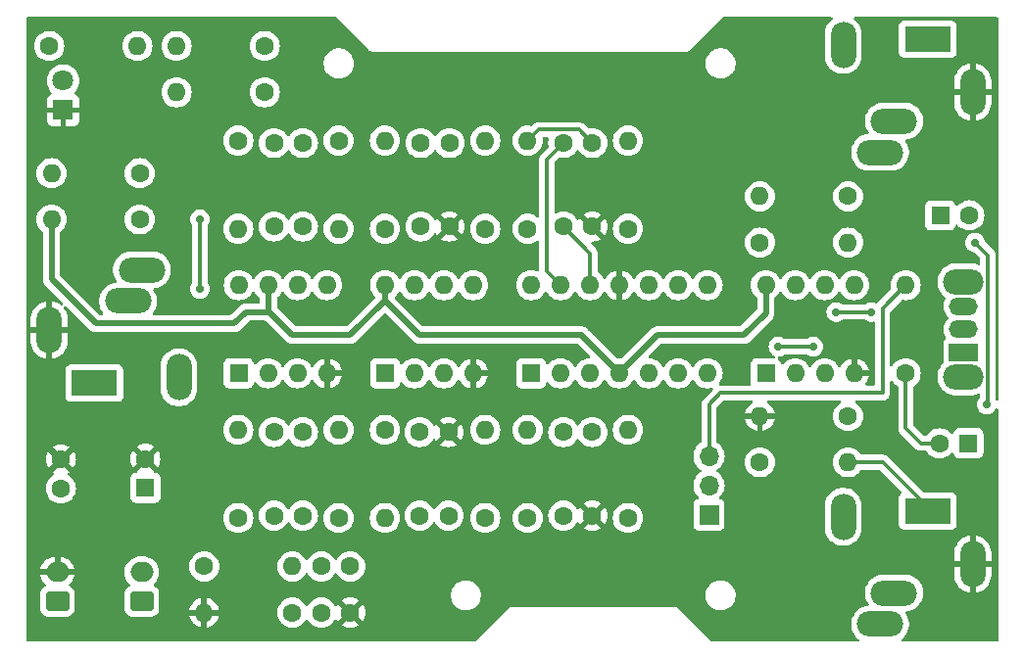
<source format=gbl>
%TF.GenerationSoftware,KiCad,Pcbnew,8.0.2*%
%TF.CreationDate,2025-06-13T16:45:19+05:30*%
%TF.ProjectId,final schematics,66696e61-6c20-4736-9368-656d61746963,1.0*%
%TF.SameCoordinates,Original*%
%TF.FileFunction,Copper,L2,Bot*%
%TF.FilePolarity,Positive*%
%FSLAX46Y46*%
G04 Gerber Fmt 4.6, Leading zero omitted, Abs format (unit mm)*
G04 Created by KiCad (PCBNEW 8.0.2) date 2025-06-13 16:45:19*
%MOMM*%
%LPD*%
G01*
G04 APERTURE LIST*
G04 Aperture macros list*
%AMRoundRect*
0 Rectangle with rounded corners*
0 $1 Rounding radius*
0 $2 $3 $4 $5 $6 $7 $8 $9 X,Y pos of 4 corners*
0 Add a 4 corners polygon primitive as box body*
4,1,4,$2,$3,$4,$5,$6,$7,$8,$9,$2,$3,0*
0 Add four circle primitives for the rounded corners*
1,1,$1+$1,$2,$3*
1,1,$1+$1,$4,$5*
1,1,$1+$1,$6,$7*
1,1,$1+$1,$8,$9*
0 Add four rect primitives between the rounded corners*
20,1,$1+$1,$2,$3,$4,$5,0*
20,1,$1+$1,$4,$5,$6,$7,0*
20,1,$1+$1,$6,$7,$8,$9,0*
20,1,$1+$1,$8,$9,$2,$3,0*%
G04 Aperture macros list end*
%TA.AperFunction,ComponentPad*%
%ADD10C,1.600000*%
%TD*%
%TA.AperFunction,ComponentPad*%
%ADD11O,1.600000X1.600000*%
%TD*%
%TA.AperFunction,ComponentPad*%
%ADD12RoundRect,0.250000X0.750000X-0.600000X0.750000X0.600000X-0.750000X0.600000X-0.750000X-0.600000X0*%
%TD*%
%TA.AperFunction,ComponentPad*%
%ADD13O,2.000000X1.700000*%
%TD*%
%TA.AperFunction,ComponentPad*%
%ADD14R,1.600000X1.600000*%
%TD*%
%TA.AperFunction,ComponentPad*%
%ADD15R,1.700000X1.700000*%
%TD*%
%TA.AperFunction,ComponentPad*%
%ADD16O,1.700000X1.700000*%
%TD*%
%TA.AperFunction,ComponentPad*%
%ADD17O,4.000000X2.200000*%
%TD*%
%TA.AperFunction,ComponentPad*%
%ADD18O,2.200000X4.000000*%
%TD*%
%TA.AperFunction,ComponentPad*%
%ADD19R,4.000000X2.200000*%
%TD*%
%TA.AperFunction,ComponentPad*%
%ADD20O,3.500000X2.200000*%
%TD*%
%TA.AperFunction,ComponentPad*%
%ADD21R,2.500000X1.500000*%
%TD*%
%TA.AperFunction,ComponentPad*%
%ADD22O,2.500000X1.500000*%
%TD*%
%TA.AperFunction,ComponentPad*%
%ADD23R,1.800000X1.800000*%
%TD*%
%TA.AperFunction,ComponentPad*%
%ADD24C,1.800000*%
%TD*%
%TA.AperFunction,ViaPad*%
%ADD25C,0.700000*%
%TD*%
%TA.AperFunction,Conductor*%
%ADD26C,0.300000*%
%TD*%
%TA.AperFunction,Conductor*%
%ADD27C,0.500000*%
%TD*%
G04 APERTURE END LIST*
D10*
%TO.P,C7,1*%
%TO.N,Net-(U2A-+)*%
X122000000Y-128500000D03*
%TO.P,C7,2*%
%TO.N,GND*%
X124500000Y-128500000D03*
%TD*%
%TO.P,R8,1*%
%TO.N,FSignal*%
X159900000Y-115500000D03*
D11*
%TO.P,R8,2*%
%TO.N,Net-(J4-PadR)*%
X167520000Y-115500000D03*
%TD*%
D12*
%TO.P,J6,1,Pin_1*%
%TO.N,+5V*%
X106500000Y-127500000D03*
D13*
%TO.P,J6,2,Pin_2*%
%TO.N,switch*%
X106500000Y-125000000D03*
%TD*%
D14*
%TO.P,U3,1*%
%TO.N,Net-(C10-Pad2)*%
X127510000Y-107800000D03*
D11*
%TO.P,U3,2,-*%
%TO.N,Net-(U3A--)*%
X130050000Y-107800000D03*
%TO.P,U3,3,+*%
%TO.N,2.5V*%
X132590000Y-107800000D03*
%TO.P,U3,4,V-*%
%TO.N,GND*%
X135130000Y-107800000D03*
%TO.P,U3,5,+*%
%TO.N,2.5V*%
X135130000Y-100180000D03*
%TO.P,U3,6,-*%
%TO.N,Net-(U3B--)*%
X132590000Y-100180000D03*
%TO.P,U3,7*%
%TO.N,Net-(R18-Pad1)*%
X130050000Y-100180000D03*
%TO.P,U3,8,V+*%
%TO.N,+5V*%
X127510000Y-100180000D03*
%TD*%
D10*
%TO.P,C16,1*%
%TO.N,Net-(U4C--)*%
X130585000Y-87890000D03*
%TO.P,C16,2*%
%TO.N,Net-(C16-Pad2)*%
X133085000Y-87890000D03*
%TD*%
%TO.P,R2,1*%
%TO.N,PMIC*%
X106310000Y-90500000D03*
D11*
%TO.P,R2,2*%
%TO.N,+5V*%
X98690000Y-90500000D03*
%TD*%
D10*
%TO.P,R16,1*%
%TO.N,Net-(U2A-+)*%
X119500000Y-128500000D03*
D11*
%TO.P,R16,2*%
%TO.N,GND*%
X111880000Y-128500000D03*
%TD*%
D10*
%TO.P,R22,1*%
%TO.N,Net-(C15-Pad2)*%
X114830000Y-87690000D03*
D11*
%TO.P,R22,2*%
%TO.N,Net-(U3B--)*%
X114830000Y-95310000D03*
%TD*%
D10*
%TO.P,R18,1*%
%TO.N,Net-(R18-Pad1)*%
X127500000Y-95310000D03*
D11*
%TO.P,R18,2*%
%TO.N,Net-(C16-Pad2)*%
X127500000Y-87690000D03*
%TD*%
D10*
%TO.P,R6,1*%
%TO.N,SMIC*%
X106310000Y-94500000D03*
D11*
%TO.P,R6,2*%
%TO.N,+5V*%
X98690000Y-94500000D03*
%TD*%
D10*
%TO.P,R20,1*%
%TO.N,Net-(U4C--)*%
X139830000Y-95310000D03*
D11*
%TO.P,R20,2*%
%TO.N,Net-(C17-Pad2)*%
X139830000Y-87690000D03*
%TD*%
D10*
%TO.P,R17,1*%
%TO.N,Net-(U3A--)*%
X123500000Y-120310000D03*
D11*
%TO.P,R17,2*%
%TO.N,Net-(C10-Pad2)*%
X123500000Y-112690000D03*
%TD*%
D10*
%TO.P,R21,1*%
%TO.N,Net-(C17-Pad2)*%
X148500000Y-95310000D03*
D11*
%TO.P,R21,2*%
%TO.N,Net-(U4D-+)*%
X148500000Y-87690000D03*
%TD*%
D10*
%TO.P,R5,1*%
%TO.N,Net-(R4-Pad1)*%
X117120000Y-83500000D03*
D11*
%TO.P,R5,2*%
%TO.N,Net-(R4-Pad2)*%
X109500000Y-83500000D03*
%TD*%
D10*
%TO.P,C18,1*%
%TO.N,Net-(U3B--)*%
X117915000Y-95110000D03*
%TO.P,C18,2*%
%TO.N,Net-(C18-Pad2)*%
X120415000Y-95110000D03*
%TD*%
%TO.P,R1,1*%
%TO.N,Net-(J7-Pin_3)*%
X167520000Y-92500000D03*
D11*
%TO.P,R1,2*%
%TO.N,Net-(R1-Pad2)*%
X159900000Y-92500000D03*
%TD*%
D15*
%TO.P,J7,1,Pin_1*%
%TO.N,unconnected-(J7-Pin_1-Pad1)*%
X155500000Y-120040000D03*
D16*
%TO.P,J7,2,Pin_2*%
%TO.N,Net-(J7-Pin_2)*%
X155500000Y-117500000D03*
%TO.P,J7,3,Pin_3*%
%TO.N,Net-(J7-Pin_3)*%
X155500000Y-114960000D03*
%TD*%
D14*
%TO.P,U2,1*%
%TO.N,2.5V*%
X160420000Y-107800000D03*
D11*
%TO.P,U2,2,-*%
X162960000Y-107800000D03*
%TO.P,U2,3,+*%
%TO.N,Net-(U2A-+)*%
X165500000Y-107800000D03*
%TO.P,U2,4,V-*%
%TO.N,GND*%
X168040000Y-107800000D03*
%TO.P,U2,5,+*%
%TO.N,2.5V*%
X168040000Y-100180000D03*
%TO.P,U2,6,-*%
%TO.N,Net-(J7-Pin_3)*%
X165500000Y-100180000D03*
%TO.P,U2,7*%
%TO.N,Net-(R1-Pad2)*%
X162960000Y-100180000D03*
%TO.P,U2,8,V+*%
%TO.N,+5V*%
X160420000Y-100180000D03*
%TD*%
D10*
%TO.P,R24,1*%
%TO.N,+5V*%
X98500000Y-79500000D03*
D11*
%TO.P,R24,2*%
%TO.N,Net-(D1-A)*%
X106120000Y-79500000D03*
%TD*%
D10*
%TO.P,C4,1*%
%TO.N,Net-(U4B-+)*%
X142915000Y-120110000D03*
%TO.P,C4,2*%
%TO.N,GND*%
X145415000Y-120110000D03*
%TD*%
%TO.P,R4,1*%
%TO.N,Net-(R4-Pad1)*%
X117120000Y-79500000D03*
D11*
%TO.P,R4,2*%
%TO.N,Net-(R4-Pad2)*%
X109500000Y-79500000D03*
%TD*%
D10*
%TO.P,C13,1*%
%TO.N,Net-(U4C-+)*%
X130585000Y-95110000D03*
%TO.P,C13,2*%
%TO.N,GND*%
X133085000Y-95110000D03*
%TD*%
D17*
%TO.P,J1,R*%
%TO.N,FSignal*%
X170300000Y-88700000D03*
%TO.P,J1,RN*%
%TO.N,N/C*%
X171500000Y-86000000D03*
D18*
%TO.P,J1,S*%
%TO.N,GND*%
X178300000Y-83500000D03*
D19*
%TO.P,J1,T*%
%TO.N,FSignal*%
X174400000Y-78900000D03*
D18*
%TO.P,J1,TN*%
%TO.N,N/C*%
X167100000Y-79400000D03*
%TD*%
D10*
%TO.P,C12,1*%
%TO.N,+5V*%
X99500000Y-117750000D03*
%TO.P,C12,2*%
%TO.N,GND*%
X99500000Y-115250000D03*
%TD*%
%TO.P,C10,1*%
%TO.N,Net-(U3A--)*%
X117915000Y-112890000D03*
%TO.P,C10,2*%
%TO.N,Net-(C10-Pad2)*%
X120415000Y-112890000D03*
%TD*%
D17*
%TO.P,J4,R*%
%TO.N,Net-(J4-PadR)*%
X170300000Y-129500000D03*
%TO.P,J4,RN*%
%TO.N,N/C*%
X171500000Y-126800000D03*
D18*
%TO.P,J4,S*%
%TO.N,GND*%
X178300000Y-124300000D03*
D19*
%TO.P,J4,T*%
%TO.N,Net-(J4-PadR)*%
X174400000Y-119700000D03*
D18*
%TO.P,J4,TN*%
%TO.N,N/C*%
X167100000Y-120200000D03*
%TD*%
D10*
%TO.P,R14,1*%
%TO.N,Net-(C9-Pad2)*%
X148500000Y-120310000D03*
D11*
%TO.P,R14,2*%
%TO.N,Net-(U4B-+)*%
X148500000Y-112690000D03*
%TD*%
D10*
%TO.P,R19,1*%
%TO.N,Net-(C16-Pad2)*%
X136170000Y-95310000D03*
D11*
%TO.P,R19,2*%
%TO.N,Net-(U4C-+)*%
X136170000Y-87690000D03*
%TD*%
D10*
%TO.P,R10,1*%
%TO.N,+5V*%
X111880000Y-124500000D03*
D11*
%TO.P,R10,2*%
%TO.N,Net-(U2A-+)*%
X119500000Y-124500000D03*
%TD*%
D12*
%TO.P,J5,1,Pin_1*%
%TO.N,switch*%
X99200000Y-127500000D03*
D13*
%TO.P,J5,2,Pin_2*%
%TO.N,GND*%
X99200000Y-125000000D03*
%TD*%
D10*
%TO.P,R23,1*%
%TO.N,Net-(U3B--)*%
X123500000Y-87690000D03*
D11*
%TO.P,R23,2*%
%TO.N,Net-(C18-Pad2)*%
X123500000Y-95310000D03*
%TD*%
D10*
%TO.P,C6,1*%
%TO.N,Signal*%
X120415000Y-120110000D03*
%TO.P,C6,2*%
%TO.N,Net-(C6-Pad2)*%
X117915000Y-120110000D03*
%TD*%
D14*
%TO.P,U1,1,Rg*%
%TO.N,Net-(R4-Pad1)*%
X114880000Y-107800000D03*
D11*
%TO.P,U1,2,-*%
%TO.N,SMIC*%
X117420000Y-107800000D03*
%TO.P,U1,3,+*%
%TO.N,PMIC*%
X119960000Y-107800000D03*
%TO.P,U1,4,V-*%
%TO.N,GND*%
X122500000Y-107800000D03*
%TO.P,U1,5,Ref*%
%TO.N,2.5V*%
X122500000Y-100180000D03*
%TO.P,U1,6*%
%TO.N,Signal*%
X119960000Y-100180000D03*
%TO.P,U1,7,V+*%
%TO.N,+5V*%
X117420000Y-100180000D03*
%TO.P,U1,8,Rg*%
%TO.N,Net-(R4-Pad2)*%
X114880000Y-100180000D03*
%TD*%
D10*
%TO.P,C14,1*%
%TO.N,Net-(U4D-+)*%
X142915000Y-95110000D03*
%TO.P,C14,2*%
%TO.N,GND*%
X145415000Y-95110000D03*
%TD*%
D14*
%TO.P,C1,1*%
%TO.N,Net-(SW1-C)*%
X177910225Y-113857500D03*
D10*
%TO.P,C1,2*%
%TO.N,Net-(J7-Pin_2)*%
X175410225Y-113857500D03*
%TD*%
%TO.P,C8,1*%
%TO.N,Net-(U4A--)*%
X133000000Y-120110000D03*
%TO.P,C8,2*%
%TO.N,Net-(C8-Pad2)*%
X130500000Y-120110000D03*
%TD*%
%TO.P,R13,1*%
%TO.N,Net-(C9-Pad2)*%
X139830000Y-120310000D03*
D11*
%TO.P,R13,2*%
%TO.N,Net-(U4A--)*%
X139830000Y-112690000D03*
%TD*%
D10*
%TO.P,R12,1*%
%TO.N,Net-(C8-Pad2)*%
X136170000Y-120310000D03*
D11*
%TO.P,R12,2*%
%TO.N,Net-(U4A-+)*%
X136170000Y-112690000D03*
%TD*%
D17*
%TO.P,J3,R*%
%TO.N,PMIC*%
X106500000Y-98857500D03*
%TO.P,J3,RN*%
%TO.N,N/C*%
X105300000Y-101557500D03*
D18*
%TO.P,J3,S*%
%TO.N,GND*%
X98500000Y-104057500D03*
D19*
%TO.P,J3,T*%
%TO.N,SMIC*%
X102400000Y-108657500D03*
D18*
%TO.P,J3,TN*%
%TO.N,N/C*%
X109700000Y-108157500D03*
%TD*%
D10*
%TO.P,R9,1*%
%TO.N,Net-(J4-PadR)*%
X167520000Y-111500000D03*
D11*
%TO.P,R9,2*%
%TO.N,GND*%
X159900000Y-111500000D03*
%TD*%
D20*
%TO.P,SW1,*%
%TO.N,*%
X177500000Y-108100000D03*
X177500000Y-99900000D03*
D21*
%TO.P,SW1,1,C*%
%TO.N,Heart*%
X177500000Y-106000000D03*
D22*
%TO.P,SW1,2,B*%
%TO.N,Net-(SW1-C)*%
X177500000Y-104000000D03*
%TO.P,SW1,3,A*%
%TO.N,Lungs*%
X177500000Y-102000000D03*
%TD*%
D10*
%TO.P,R7,1*%
%TO.N,Net-(R1-Pad2)*%
X159900000Y-96500000D03*
D11*
%TO.P,R7,2*%
%TO.N,Net-(C2-Pad1)*%
X167520000Y-96500000D03*
%TD*%
D14*
%TO.P,C11,1*%
%TO.N,+5V*%
X106800000Y-117705113D03*
D10*
%TO.P,C11,2*%
%TO.N,GND*%
X106800000Y-115205113D03*
%TD*%
%TO.P,R3,1*%
%TO.N,Net-(J7-Pin_2)*%
X172500000Y-107810000D03*
D11*
%TO.P,R3,2*%
%TO.N,Net-(J7-Pin_3)*%
X172500000Y-100190000D03*
%TD*%
D14*
%TO.P,U4,1*%
%TO.N,Net-(U4A--)*%
X140140000Y-107800000D03*
D11*
%TO.P,U4,2,-*%
X142680000Y-107800000D03*
%TO.P,U4,3,+*%
%TO.N,Net-(U4A-+)*%
X145220000Y-107800000D03*
%TO.P,U4,4,V+*%
%TO.N,+5V*%
X147760000Y-107800000D03*
%TO.P,U4,5,+*%
%TO.N,Net-(U4B-+)*%
X150300000Y-107800000D03*
%TO.P,U4,6,-*%
%TO.N,Heart*%
X152840000Y-107800000D03*
%TO.P,U4,7*%
X155380000Y-107800000D03*
%TO.P,U4,8*%
%TO.N,Net-(U4C--)*%
X155380000Y-100180000D03*
%TO.P,U4,9,-*%
X152840000Y-100180000D03*
%TO.P,U4,10,+*%
%TO.N,Net-(U4C-+)*%
X150300000Y-100180000D03*
%TO.P,U4,11,V-*%
%TO.N,GND*%
X147760000Y-100180000D03*
%TO.P,U4,12,+*%
%TO.N,Net-(U4D-+)*%
X145220000Y-100180000D03*
%TO.P,U4,13,-*%
%TO.N,Lungs*%
X142680000Y-100180000D03*
%TO.P,U4,14*%
X140140000Y-100180000D03*
%TD*%
D14*
%TO.P,C2,1*%
%TO.N,Net-(C2-Pad1)*%
X175500000Y-94142500D03*
D10*
%TO.P,C2,2*%
%TO.N,FSignal*%
X178000000Y-94142500D03*
%TD*%
D23*
%TO.P,D1,1,K*%
%TO.N,GND*%
X99700000Y-85051283D03*
D24*
%TO.P,D1,2,A*%
%TO.N,Net-(D1-A)*%
X99700000Y-82511283D03*
%TD*%
D10*
%TO.P,R15,1*%
%TO.N,Net-(C6-Pad2)*%
X114830000Y-120310000D03*
D11*
%TO.P,R15,2*%
%TO.N,Net-(U3A--)*%
X114830000Y-112690000D03*
%TD*%
D10*
%TO.P,C5,1*%
%TO.N,+5V*%
X124500000Y-124500000D03*
%TO.P,C5,2*%
%TO.N,Net-(U2A-+)*%
X122000000Y-124500000D03*
%TD*%
%TO.P,C15,1*%
%TO.N,Signal*%
X120415000Y-87890000D03*
%TO.P,C15,2*%
%TO.N,Net-(C15-Pad2)*%
X117915000Y-87890000D03*
%TD*%
%TO.P,C9,1*%
%TO.N,Heart*%
X142915000Y-112890000D03*
%TO.P,C9,2*%
%TO.N,Net-(C9-Pad2)*%
X145415000Y-112890000D03*
%TD*%
%TO.P,C17,1*%
%TO.N,Lungs*%
X142915000Y-87890000D03*
%TO.P,C17,2*%
%TO.N,Net-(C17-Pad2)*%
X145415000Y-87890000D03*
%TD*%
%TO.P,R11,1*%
%TO.N,Net-(C10-Pad2)*%
X127500000Y-112690000D03*
D11*
%TO.P,R11,2*%
%TO.N,Net-(C8-Pad2)*%
X127500000Y-120310000D03*
%TD*%
D10*
%TO.P,C3,1*%
%TO.N,Net-(U4A-+)*%
X130500000Y-112890000D03*
%TO.P,C3,2*%
%TO.N,GND*%
X133000000Y-112890000D03*
%TD*%
D25*
%TO.N,FSignal*%
X179500000Y-110500000D03*
X178500000Y-96500000D03*
%TO.N,Heart*%
X161500000Y-105500000D03*
X164500000Y-105500000D03*
%TO.N,Lungs*%
X169500000Y-102500000D03*
X166500000Y-102500000D03*
%TO.N,Net-(R4-Pad1)*%
X111500000Y-94500000D03*
X111500000Y-100500000D03*
%TD*%
D26*
%TO.N,FSignal*%
X179500000Y-110500000D02*
X179600000Y-110400000D01*
X179600000Y-110400000D02*
X179600000Y-97600000D01*
X179600000Y-97600000D02*
X178500000Y-96500000D01*
D27*
%TO.N,+5V*%
X127510000Y-101490000D02*
X124500000Y-104500000D01*
X115500000Y-102500000D02*
X117340000Y-102500000D01*
X144500000Y-104500000D02*
X130500000Y-104500000D01*
X127510000Y-100180000D02*
X127510000Y-101490000D01*
X124500000Y-104500000D02*
X119500000Y-104500000D01*
X151060000Y-104500000D02*
X147760000Y-107800000D01*
X160420000Y-102580000D02*
X158500000Y-104500000D01*
X119500000Y-104500000D02*
X117420000Y-102420000D01*
X127510000Y-101510000D02*
X127510000Y-100180000D01*
X158500000Y-104500000D02*
X151060000Y-104500000D01*
X98690000Y-99690000D02*
X102500000Y-103500000D01*
X144500000Y-104540000D02*
X144500000Y-104500000D01*
X147760000Y-107800000D02*
X144500000Y-104540000D01*
X102500000Y-103500000D02*
X114500000Y-103500000D01*
X117420000Y-100180000D02*
X117420000Y-102420000D01*
X160420000Y-100180000D02*
X160420000Y-102580000D01*
X117340000Y-102500000D02*
X117420000Y-102420000D01*
X114500000Y-103500000D02*
X115500000Y-102500000D01*
X98690000Y-94500000D02*
X98690000Y-99690000D01*
X130500000Y-104500000D02*
X127510000Y-101510000D01*
D26*
%TO.N,Heart*%
X161500000Y-105500000D02*
X164500000Y-105500000D01*
%TO.N,Net-(U4D-+)*%
X145220000Y-97415000D02*
X142915000Y-95110000D01*
X145220000Y-100180000D02*
X145220000Y-97415000D01*
%TO.N,Net-(C17-Pad2)*%
X139830000Y-87690000D02*
X140780000Y-86740000D01*
X140780000Y-86740000D02*
X144265000Y-86740000D01*
X144265000Y-86740000D02*
X145415000Y-87890000D01*
%TO.N,Lungs*%
X166500000Y-102500000D02*
X169500000Y-102500000D01*
X142915000Y-87890000D02*
X141500000Y-89305000D01*
X141500000Y-89305000D02*
X141500000Y-99000000D01*
X141500000Y-99000000D02*
X142680000Y-100180000D01*
%TO.N,Net-(J4-PadR)*%
X174400000Y-119400000D02*
X174400000Y-120100000D01*
X170500000Y-115500000D02*
X174400000Y-119400000D01*
X167520000Y-115500000D02*
X170500000Y-115500000D01*
%TO.N,Net-(R4-Pad1)*%
X111500000Y-94500000D02*
X111500000Y-100500000D01*
%TO.N,Net-(J7-Pin_2)*%
X173857500Y-113857500D02*
X172500000Y-112500000D01*
X175410225Y-113857500D02*
X173857500Y-113857500D01*
X172500000Y-112500000D02*
X172500000Y-107810000D01*
%TO.N,Net-(J7-Pin_3)*%
X155500000Y-114960000D02*
X155500000Y-110500000D01*
X170500000Y-102190000D02*
X172500000Y-100190000D01*
X170500000Y-109500000D02*
X170500000Y-102190000D01*
X156500000Y-109500000D02*
X170500000Y-109500000D01*
X155500000Y-110500000D02*
X156500000Y-109500000D01*
%TD*%
%TA.AperFunction,Conductor*%
%TO.N,GND*%
G36*
X123308363Y-77020185D02*
G01*
X123329005Y-77036819D01*
X126099500Y-79807314D01*
X126192686Y-79900500D01*
X126306814Y-79966392D01*
X126434108Y-80000500D01*
X126434110Y-80000500D01*
X153565890Y-80000500D01*
X153565892Y-80000500D01*
X153693186Y-79966392D01*
X153807314Y-79900500D01*
X156670995Y-77036819D01*
X156732318Y-77003334D01*
X156758676Y-77000500D01*
X166059318Y-77000500D01*
X166126357Y-77020185D01*
X166172112Y-77072989D01*
X166182056Y-77142147D01*
X166153031Y-77205703D01*
X166132203Y-77224818D01*
X166057350Y-77279201D01*
X166057345Y-77279205D01*
X165879205Y-77457345D01*
X165879201Y-77457350D01*
X165731132Y-77661151D01*
X165616760Y-77885616D01*
X165538910Y-78125214D01*
X165538910Y-78125215D01*
X165499500Y-78374038D01*
X165499500Y-80425962D01*
X165511350Y-80500781D01*
X165538910Y-80674785D01*
X165616760Y-80914383D01*
X165670397Y-81019650D01*
X165712535Y-81102351D01*
X165731132Y-81138848D01*
X165879201Y-81342649D01*
X165879205Y-81342654D01*
X166057345Y-81520794D01*
X166057350Y-81520798D01*
X166108098Y-81557668D01*
X166261155Y-81668870D01*
X166404184Y-81741747D01*
X166485616Y-81783239D01*
X166485618Y-81783239D01*
X166485621Y-81783241D01*
X166725215Y-81861090D01*
X166974038Y-81900500D01*
X166974039Y-81900500D01*
X167225961Y-81900500D01*
X167225962Y-81900500D01*
X167474785Y-81861090D01*
X167714379Y-81783241D01*
X167938845Y-81668870D01*
X168142656Y-81520793D01*
X168320793Y-81342656D01*
X168468870Y-81138845D01*
X168583241Y-80914379D01*
X168661090Y-80674785D01*
X168700500Y-80425962D01*
X168700500Y-78374038D01*
X168661090Y-78125215D01*
X168583241Y-77885621D01*
X168583239Y-77885618D01*
X168583239Y-77885616D01*
X168541747Y-77804184D01*
X168515227Y-77752135D01*
X171899500Y-77752135D01*
X171899500Y-80047870D01*
X171899501Y-80047876D01*
X171905908Y-80107483D01*
X171956202Y-80242328D01*
X171956206Y-80242335D01*
X172042452Y-80357544D01*
X172042455Y-80357547D01*
X172157664Y-80443793D01*
X172157671Y-80443797D01*
X172292517Y-80494091D01*
X172292516Y-80494091D01*
X172299444Y-80494835D01*
X172352127Y-80500500D01*
X176447872Y-80500499D01*
X176507483Y-80494091D01*
X176642331Y-80443796D01*
X176757546Y-80357546D01*
X176843796Y-80242331D01*
X176894091Y-80107483D01*
X176900500Y-80047873D01*
X176900499Y-77752128D01*
X176894091Y-77692517D01*
X176882392Y-77661151D01*
X176843797Y-77557671D01*
X176843793Y-77557664D01*
X176757547Y-77442455D01*
X176757544Y-77442452D01*
X176642335Y-77356206D01*
X176642328Y-77356202D01*
X176507482Y-77305908D01*
X176507483Y-77305908D01*
X176447883Y-77299501D01*
X176447881Y-77299500D01*
X176447873Y-77299500D01*
X176447864Y-77299500D01*
X172352129Y-77299500D01*
X172352123Y-77299501D01*
X172292516Y-77305908D01*
X172157671Y-77356202D01*
X172157664Y-77356206D01*
X172042455Y-77442452D01*
X172042452Y-77442455D01*
X171956206Y-77557664D01*
X171956202Y-77557671D01*
X171905908Y-77692517D01*
X171899501Y-77752116D01*
X171899501Y-77752123D01*
X171899500Y-77752135D01*
X168515227Y-77752135D01*
X168468870Y-77661155D01*
X168393680Y-77557664D01*
X168320798Y-77457350D01*
X168320794Y-77457345D01*
X168142654Y-77279205D01*
X168142649Y-77279201D01*
X168067797Y-77224818D01*
X168025131Y-77169488D01*
X168019152Y-77099875D01*
X168051757Y-77038080D01*
X168112596Y-77003723D01*
X168140682Y-77000500D01*
X180375500Y-77000500D01*
X180442539Y-77020185D01*
X180488294Y-77072989D01*
X180499500Y-77124500D01*
X180499500Y-110067410D01*
X180479815Y-110134449D01*
X180427011Y-110180204D01*
X180357853Y-110190148D01*
X180294297Y-110161123D01*
X180268114Y-110129411D01*
X180267114Y-110127679D01*
X180250500Y-110065678D01*
X180250500Y-97535928D01*
X180225502Y-97410261D01*
X180225501Y-97410260D01*
X180225501Y-97410256D01*
X180176465Y-97291873D01*
X180142214Y-97240612D01*
X180142214Y-97240611D01*
X180105275Y-97185328D01*
X180105272Y-97185325D01*
X179378628Y-96458682D01*
X179345143Y-96397359D01*
X179342988Y-96383961D01*
X179338025Y-96336741D01*
X179336497Y-96322197D01*
X179281250Y-96152165D01*
X179191859Y-95997335D01*
X179145003Y-95945296D01*
X179072235Y-95864478D01*
X179072232Y-95864476D01*
X179072231Y-95864475D01*
X179072230Y-95864474D01*
X178927593Y-95759388D01*
X178764267Y-95686671D01*
X178764265Y-95686670D01*
X178636594Y-95659533D01*
X178589391Y-95649500D01*
X178410609Y-95649500D01*
X178379954Y-95656015D01*
X178235733Y-95686670D01*
X178235728Y-95686672D01*
X178072408Y-95759387D01*
X177927768Y-95864475D01*
X177808140Y-95997336D01*
X177718750Y-96152164D01*
X177718747Y-96152170D01*
X177663504Y-96322192D01*
X177663503Y-96322194D01*
X177644815Y-96500000D01*
X177663503Y-96677805D01*
X177663504Y-96677807D01*
X177718747Y-96847829D01*
X177718750Y-96847835D01*
X177808141Y-97002665D01*
X177849812Y-97048946D01*
X177927764Y-97135521D01*
X177927767Y-97135523D01*
X177927770Y-97135526D01*
X178072407Y-97240612D01*
X178235733Y-97313329D01*
X178235735Y-97313329D01*
X178235736Y-97313330D01*
X178292275Y-97325347D01*
X178400010Y-97348247D01*
X178461490Y-97381438D01*
X178461909Y-97381855D01*
X178913181Y-97833127D01*
X178946666Y-97894450D01*
X178949500Y-97920808D01*
X178949500Y-98308732D01*
X178929815Y-98375771D01*
X178877011Y-98421526D01*
X178807853Y-98431470D01*
X178769213Y-98419221D01*
X178764385Y-98416761D01*
X178524785Y-98338910D01*
X178275962Y-98299500D01*
X176724038Y-98299500D01*
X176665750Y-98308732D01*
X176475214Y-98338910D01*
X176235616Y-98416760D01*
X176011151Y-98531132D01*
X175807350Y-98679201D01*
X175807345Y-98679205D01*
X175629205Y-98857345D01*
X175629201Y-98857350D01*
X175481132Y-99061151D01*
X175366760Y-99285616D01*
X175288910Y-99525214D01*
X175271260Y-99636650D01*
X175249500Y-99774038D01*
X175249500Y-100025962D01*
X175273897Y-100179998D01*
X175288910Y-100274785D01*
X175366760Y-100514383D01*
X175428981Y-100636497D01*
X175472692Y-100722285D01*
X175481132Y-100738848D01*
X175629201Y-100942649D01*
X175629205Y-100942654D01*
X175807349Y-101120798D01*
X175894752Y-101184299D01*
X175937418Y-101239628D01*
X175943397Y-101309242D01*
X175932352Y-101340911D01*
X175841118Y-101519967D01*
X175780290Y-101707173D01*
X175749500Y-101901577D01*
X175749500Y-102098422D01*
X175780290Y-102292826D01*
X175841117Y-102480029D01*
X175911632Y-102618421D01*
X175930476Y-102655405D01*
X176046172Y-102814646D01*
X176046174Y-102814648D01*
X176143845Y-102912319D01*
X176177330Y-102973642D01*
X176172346Y-103043334D01*
X176143845Y-103087681D01*
X176046174Y-103185351D01*
X176046174Y-103185352D01*
X176046172Y-103185354D01*
X175998840Y-103250500D01*
X175930476Y-103344594D01*
X175841117Y-103519970D01*
X175780290Y-103707173D01*
X175749500Y-103901577D01*
X175749500Y-104098422D01*
X175780290Y-104292826D01*
X175841117Y-104480029D01*
X175919326Y-104633522D01*
X175930476Y-104655405D01*
X175953191Y-104686670D01*
X175956783Y-104691613D01*
X175980263Y-104757419D01*
X175964438Y-104825473D01*
X175930777Y-104863765D01*
X175892452Y-104892455D01*
X175806206Y-105007664D01*
X175806202Y-105007671D01*
X175755908Y-105142517D01*
X175749501Y-105202116D01*
X175749500Y-105202135D01*
X175749500Y-106797870D01*
X175749501Y-106797876D01*
X175756669Y-106864555D01*
X175744262Y-106933314D01*
X175721061Y-106965488D01*
X175629205Y-107057345D01*
X175629201Y-107057350D01*
X175481132Y-107261151D01*
X175366760Y-107485616D01*
X175288910Y-107725214D01*
X175275481Y-107810000D01*
X175249500Y-107974038D01*
X175249500Y-108225962D01*
X175285417Y-108452732D01*
X175288910Y-108474785D01*
X175366760Y-108714383D01*
X175445413Y-108868747D01*
X175476912Y-108930567D01*
X175481132Y-108938848D01*
X175629201Y-109142649D01*
X175629205Y-109142654D01*
X175807345Y-109320794D01*
X175807350Y-109320798D01*
X175960800Y-109432285D01*
X176011155Y-109468870D01*
X176154184Y-109541747D01*
X176235616Y-109583239D01*
X176235618Y-109583239D01*
X176235621Y-109583241D01*
X176475215Y-109661090D01*
X176724038Y-109700500D01*
X176724039Y-109700500D01*
X178275961Y-109700500D01*
X178275962Y-109700500D01*
X178524785Y-109661090D01*
X178764379Y-109583241D01*
X178769203Y-109580782D01*
X178837872Y-109567886D01*
X178902613Y-109594161D01*
X178942871Y-109651267D01*
X178949500Y-109691267D01*
X178949500Y-109792740D01*
X178929815Y-109859779D01*
X178917650Y-109875712D01*
X178808140Y-109997335D01*
X178718750Y-110152164D01*
X178718747Y-110152170D01*
X178663504Y-110322192D01*
X178663503Y-110322194D01*
X178644815Y-110500000D01*
X178663503Y-110677805D01*
X178663504Y-110677807D01*
X178718747Y-110847829D01*
X178718750Y-110847835D01*
X178808141Y-111002665D01*
X178849812Y-111048946D01*
X178927764Y-111135521D01*
X178927767Y-111135523D01*
X178927770Y-111135526D01*
X179072407Y-111240612D01*
X179235733Y-111313329D01*
X179410609Y-111350500D01*
X179410610Y-111350500D01*
X179589389Y-111350500D01*
X179589391Y-111350500D01*
X179764267Y-111313329D01*
X179927593Y-111240612D01*
X180072230Y-111135526D01*
X180191859Y-111002665D01*
X180268113Y-110870589D01*
X180318679Y-110822373D01*
X180387286Y-110809149D01*
X180452151Y-110835117D01*
X180492680Y-110892031D01*
X180499500Y-110932588D01*
X180499500Y-130875500D01*
X180479815Y-130942539D01*
X180427011Y-130988294D01*
X180375500Y-130999500D01*
X172240682Y-130999500D01*
X172173643Y-130979815D01*
X172127888Y-130927011D01*
X172117944Y-130857853D01*
X172146969Y-130794297D01*
X172167797Y-130775182D01*
X172242649Y-130720798D01*
X172242647Y-130720798D01*
X172242656Y-130720793D01*
X172420793Y-130542656D01*
X172568870Y-130338845D01*
X172683241Y-130114379D01*
X172761090Y-129874785D01*
X172800500Y-129625962D01*
X172800500Y-129374038D01*
X172761090Y-129125215D01*
X172683241Y-128885621D01*
X172683239Y-128885618D01*
X172683239Y-128885616D01*
X172631876Y-128784812D01*
X172568870Y-128661155D01*
X172561657Y-128651228D01*
X172513546Y-128585007D01*
X172490066Y-128519201D01*
X172505892Y-128451147D01*
X172555997Y-128402452D01*
X172594462Y-128389650D01*
X172774785Y-128361090D01*
X173014379Y-128283241D01*
X173238845Y-128168870D01*
X173442656Y-128020793D01*
X173620793Y-127842656D01*
X173768870Y-127638845D01*
X173883241Y-127414379D01*
X173961090Y-127174785D01*
X174000500Y-126925962D01*
X174000500Y-126674038D01*
X173961090Y-126425215D01*
X173883241Y-126185621D01*
X173883239Y-126185618D01*
X173883239Y-126185616D01*
X173798140Y-126018601D01*
X173768870Y-125961155D01*
X173715513Y-125887715D01*
X173620798Y-125757350D01*
X173620794Y-125757345D01*
X173442654Y-125579205D01*
X173442649Y-125579201D01*
X173238848Y-125431132D01*
X173238847Y-125431131D01*
X173238845Y-125431130D01*
X173168747Y-125395413D01*
X173014383Y-125316760D01*
X172774785Y-125238910D01*
X172525962Y-125199500D01*
X170474038Y-125199500D01*
X170349626Y-125219205D01*
X170225214Y-125238910D01*
X169985616Y-125316760D01*
X169761151Y-125431132D01*
X169557350Y-125579201D01*
X169557345Y-125579205D01*
X169379205Y-125757345D01*
X169379201Y-125757350D01*
X169231132Y-125961151D01*
X169116760Y-126185616D01*
X169038910Y-126425214D01*
X169037939Y-126431344D01*
X168999500Y-126674038D01*
X168999500Y-126925962D01*
X169027438Y-127102352D01*
X169038910Y-127174785D01*
X169116760Y-127414383D01*
X169231132Y-127638848D01*
X169286453Y-127714992D01*
X169309933Y-127780798D01*
X169294107Y-127848852D01*
X169244001Y-127897547D01*
X169205533Y-127910350D01*
X169025214Y-127938909D01*
X168785616Y-128016760D01*
X168561151Y-128131132D01*
X168357350Y-128279201D01*
X168357345Y-128279205D01*
X168179205Y-128457345D01*
X168179201Y-128457350D01*
X168031132Y-128661151D01*
X167916760Y-128885616D01*
X167838910Y-129125214D01*
X167805027Y-129339141D01*
X167799500Y-129374038D01*
X167799500Y-129625962D01*
X167815462Y-129726739D01*
X167838910Y-129874785D01*
X167916760Y-130114383D01*
X168031132Y-130338848D01*
X168179201Y-130542649D01*
X168179205Y-130542654D01*
X168357345Y-130720794D01*
X168357350Y-130720798D01*
X168432203Y-130775182D01*
X168474869Y-130830512D01*
X168480848Y-130900125D01*
X168448243Y-130961920D01*
X168387404Y-130996277D01*
X168359318Y-130999500D01*
X155758676Y-130999500D01*
X155691637Y-130979815D01*
X155670995Y-130963181D01*
X152807316Y-128099502D01*
X152807314Y-128099500D01*
X152727647Y-128053504D01*
X152693187Y-128033608D01*
X152629539Y-128016554D01*
X152565892Y-127999500D01*
X138565893Y-127999500D01*
X138434108Y-127999500D01*
X138306812Y-128033608D01*
X138192686Y-128099500D01*
X138192683Y-128099502D01*
X135329005Y-130963181D01*
X135267682Y-130996666D01*
X135241324Y-130999500D01*
X96624500Y-130999500D01*
X96557461Y-130979815D01*
X96511706Y-130927011D01*
X96500500Y-130875500D01*
X96500500Y-126849983D01*
X97699500Y-126849983D01*
X97699500Y-128150001D01*
X97699501Y-128150018D01*
X97710000Y-128252796D01*
X97710001Y-128252799D01*
X97765185Y-128419331D01*
X97765187Y-128419336D01*
X97784808Y-128451147D01*
X97857288Y-128568656D01*
X97981344Y-128692712D01*
X98130666Y-128784814D01*
X98297203Y-128839999D01*
X98399991Y-128850500D01*
X100000008Y-128850499D01*
X100102797Y-128839999D01*
X100269334Y-128784814D01*
X100418656Y-128692712D01*
X100542712Y-128568656D01*
X100634814Y-128419334D01*
X100689999Y-128252797D01*
X100700500Y-128150009D01*
X100700499Y-126849992D01*
X100689999Y-126747203D01*
X100634814Y-126580666D01*
X100542712Y-126431344D01*
X100418656Y-126307288D01*
X100269334Y-126215186D01*
X100269332Y-126215185D01*
X100263440Y-126211551D01*
X100216716Y-126159603D01*
X100205493Y-126090641D01*
X100233337Y-126026558D01*
X100240856Y-126018330D01*
X100379728Y-125879458D01*
X100504620Y-125707557D01*
X100601095Y-125518217D01*
X100666757Y-125316129D01*
X100666757Y-125316126D01*
X100677231Y-125250000D01*
X99633012Y-125250000D01*
X99665925Y-125192993D01*
X99700000Y-125065826D01*
X99700000Y-124934174D01*
X99689158Y-124893713D01*
X104999500Y-124893713D01*
X104999500Y-125106286D01*
X105020505Y-125238910D01*
X105032754Y-125316243D01*
X105092475Y-125500045D01*
X105098444Y-125518414D01*
X105194951Y-125707820D01*
X105319890Y-125879786D01*
X105458705Y-126018601D01*
X105492190Y-126079924D01*
X105487206Y-126149616D01*
X105445334Y-126205549D01*
X105436121Y-126211821D01*
X105281342Y-126307289D01*
X105157289Y-126431342D01*
X105065187Y-126580663D01*
X105065186Y-126580666D01*
X105010001Y-126747203D01*
X105010001Y-126747204D01*
X105010000Y-126747204D01*
X104999500Y-126849983D01*
X104999500Y-128150001D01*
X104999501Y-128150018D01*
X105010000Y-128252796D01*
X105010001Y-128252799D01*
X105065185Y-128419331D01*
X105065187Y-128419336D01*
X105084808Y-128451147D01*
X105157288Y-128568656D01*
X105281344Y-128692712D01*
X105430666Y-128784814D01*
X105597203Y-128839999D01*
X105699991Y-128850500D01*
X107300008Y-128850499D01*
X107402797Y-128839999D01*
X107569334Y-128784814D01*
X107718656Y-128692712D01*
X107842712Y-128568656D01*
X107934814Y-128419334D01*
X107989999Y-128252797D01*
X107990285Y-128249999D01*
X110601127Y-128249999D01*
X110601128Y-128250000D01*
X111564314Y-128250000D01*
X111559920Y-128254394D01*
X111507259Y-128345606D01*
X111480000Y-128447339D01*
X111480000Y-128552661D01*
X111507259Y-128654394D01*
X111559920Y-128745606D01*
X111564314Y-128750000D01*
X110601128Y-128750000D01*
X110653730Y-128946317D01*
X110653734Y-128946326D01*
X110749865Y-129152482D01*
X110880342Y-129338820D01*
X111041179Y-129499657D01*
X111227517Y-129630134D01*
X111433673Y-129726265D01*
X111433682Y-129726269D01*
X111629999Y-129778872D01*
X111630000Y-129778871D01*
X111630000Y-128815686D01*
X111634394Y-128820080D01*
X111725606Y-128872741D01*
X111827339Y-128900000D01*
X111932661Y-128900000D01*
X112034394Y-128872741D01*
X112125606Y-128820080D01*
X112130000Y-128815686D01*
X112130000Y-129778872D01*
X112326317Y-129726269D01*
X112326326Y-129726265D01*
X112532482Y-129630134D01*
X112718820Y-129499657D01*
X112879657Y-129338820D01*
X113010134Y-129152482D01*
X113106265Y-128946326D01*
X113106269Y-128946317D01*
X113158872Y-128750000D01*
X112195686Y-128750000D01*
X112200080Y-128745606D01*
X112252741Y-128654394D01*
X112280000Y-128552661D01*
X112280000Y-128499998D01*
X118194532Y-128499998D01*
X118194532Y-128500001D01*
X118214364Y-128726686D01*
X118214366Y-128726697D01*
X118273258Y-128946488D01*
X118273261Y-128946497D01*
X118369431Y-129152732D01*
X118369432Y-129152734D01*
X118499954Y-129339141D01*
X118660858Y-129500045D01*
X118660861Y-129500047D01*
X118847266Y-129630568D01*
X119053504Y-129726739D01*
X119273308Y-129785635D01*
X119435230Y-129799801D01*
X119499998Y-129805468D01*
X119500000Y-129805468D01*
X119500002Y-129805468D01*
X119556673Y-129800509D01*
X119726692Y-129785635D01*
X119946496Y-129726739D01*
X120152734Y-129630568D01*
X120339139Y-129500047D01*
X120500047Y-129339139D01*
X120630568Y-129152734D01*
X120637618Y-129137614D01*
X120683789Y-129085176D01*
X120750982Y-129066023D01*
X120817864Y-129086238D01*
X120862381Y-129137614D01*
X120869432Y-129152733D01*
X120869432Y-129152734D01*
X120999954Y-129339141D01*
X121160858Y-129500045D01*
X121160861Y-129500047D01*
X121347266Y-129630568D01*
X121553504Y-129726739D01*
X121773308Y-129785635D01*
X121935230Y-129799801D01*
X121999998Y-129805468D01*
X122000000Y-129805468D01*
X122000002Y-129805468D01*
X122056673Y-129800509D01*
X122226692Y-129785635D01*
X122446496Y-129726739D01*
X122652734Y-129630568D01*
X122839139Y-129500047D01*
X123000047Y-129339139D01*
X123130568Y-129152734D01*
X123137893Y-129137024D01*
X123184064Y-129084586D01*
X123251257Y-129065433D01*
X123318138Y-129085648D01*
X123362657Y-129137024D01*
X123369864Y-129152480D01*
X123420974Y-129225472D01*
X124100000Y-128546446D01*
X124100000Y-128552661D01*
X124127259Y-128654394D01*
X124179920Y-128745606D01*
X124254394Y-128820080D01*
X124345606Y-128872741D01*
X124447339Y-128900000D01*
X124453553Y-128900000D01*
X123774526Y-129579025D01*
X123847513Y-129630132D01*
X123847521Y-129630136D01*
X124053668Y-129726264D01*
X124053682Y-129726269D01*
X124273389Y-129785139D01*
X124273400Y-129785141D01*
X124499998Y-129804966D01*
X124500002Y-129804966D01*
X124726599Y-129785141D01*
X124726610Y-129785139D01*
X124946317Y-129726269D01*
X124946331Y-129726264D01*
X125152478Y-129630136D01*
X125225471Y-129579024D01*
X124546447Y-128900000D01*
X124552661Y-128900000D01*
X124654394Y-128872741D01*
X124745606Y-128820080D01*
X124820080Y-128745606D01*
X124872741Y-128654394D01*
X124900000Y-128552661D01*
X124900000Y-128546447D01*
X125579024Y-129225471D01*
X125630136Y-129152478D01*
X125726264Y-128946331D01*
X125726269Y-128946317D01*
X125785139Y-128726610D01*
X125785141Y-128726599D01*
X125804966Y-128500002D01*
X125804966Y-128499997D01*
X125785141Y-128273400D01*
X125785139Y-128273389D01*
X125726269Y-128053682D01*
X125726264Y-128053668D01*
X125630136Y-127847521D01*
X125630132Y-127847513D01*
X125579025Y-127774526D01*
X124900000Y-128453551D01*
X124900000Y-128447339D01*
X124872741Y-128345606D01*
X124820080Y-128254394D01*
X124745606Y-128179920D01*
X124654394Y-128127259D01*
X124552661Y-128100000D01*
X124546448Y-128100000D01*
X125225472Y-127420974D01*
X125152478Y-127369863D01*
X124946331Y-127273735D01*
X124946317Y-127273730D01*
X124726610Y-127214860D01*
X124726599Y-127214858D01*
X124500002Y-127195034D01*
X124499998Y-127195034D01*
X124273400Y-127214858D01*
X124273389Y-127214860D01*
X124053682Y-127273730D01*
X124053673Y-127273734D01*
X123847516Y-127369866D01*
X123847512Y-127369868D01*
X123774526Y-127420973D01*
X123774526Y-127420974D01*
X124453553Y-128100000D01*
X124447339Y-128100000D01*
X124345606Y-128127259D01*
X124254394Y-128179920D01*
X124179920Y-128254394D01*
X124127259Y-128345606D01*
X124100000Y-128447339D01*
X124100000Y-128453552D01*
X123420974Y-127774526D01*
X123420973Y-127774526D01*
X123369868Y-127847512D01*
X123369867Y-127847514D01*
X123362656Y-127862979D01*
X123316482Y-127915417D01*
X123249288Y-127934567D01*
X123182407Y-127914350D01*
X123137893Y-127862976D01*
X123130568Y-127847266D01*
X123014578Y-127681613D01*
X123000045Y-127660858D01*
X122839141Y-127499954D01*
X122652734Y-127369432D01*
X122652732Y-127369431D01*
X122446497Y-127273261D01*
X122446488Y-127273258D01*
X122226697Y-127214366D01*
X122226693Y-127214365D01*
X122226692Y-127214365D01*
X122226691Y-127214364D01*
X122226686Y-127214364D01*
X122000002Y-127194532D01*
X121999998Y-127194532D01*
X121773313Y-127214364D01*
X121773302Y-127214366D01*
X121553511Y-127273258D01*
X121553502Y-127273261D01*
X121347267Y-127369431D01*
X121347265Y-127369432D01*
X121160858Y-127499954D01*
X120999954Y-127660858D01*
X120872661Y-127842654D01*
X120869432Y-127847266D01*
X120862380Y-127862387D01*
X120816209Y-127914825D01*
X120749015Y-127933976D01*
X120682134Y-127913760D01*
X120637619Y-127862387D01*
X120630568Y-127847266D01*
X120500047Y-127660861D01*
X120500045Y-127660858D01*
X120339141Y-127499954D01*
X120152734Y-127369432D01*
X120152732Y-127369431D01*
X119946497Y-127273261D01*
X119946488Y-127273258D01*
X119726697Y-127214366D01*
X119726693Y-127214365D01*
X119726692Y-127214365D01*
X119726691Y-127214364D01*
X119726686Y-127214364D01*
X119500002Y-127194532D01*
X119499998Y-127194532D01*
X119273313Y-127214364D01*
X119273302Y-127214366D01*
X119053511Y-127273258D01*
X119053502Y-127273261D01*
X118847267Y-127369431D01*
X118847265Y-127369432D01*
X118660858Y-127499954D01*
X118499954Y-127660858D01*
X118369432Y-127847265D01*
X118369431Y-127847267D01*
X118273261Y-128053502D01*
X118273258Y-128053511D01*
X118214366Y-128273302D01*
X118214364Y-128273313D01*
X118194532Y-128499998D01*
X112280000Y-128499998D01*
X112280000Y-128447339D01*
X112252741Y-128345606D01*
X112200080Y-128254394D01*
X112195686Y-128250000D01*
X113158872Y-128250000D01*
X113158872Y-128249999D01*
X113106269Y-128053682D01*
X113106265Y-128053673D01*
X113010134Y-127847517D01*
X112879657Y-127661179D01*
X112718820Y-127500342D01*
X112532482Y-127369865D01*
X112326328Y-127273734D01*
X112130000Y-127221127D01*
X112130000Y-128184314D01*
X112125606Y-128179920D01*
X112034394Y-128127259D01*
X111932661Y-128100000D01*
X111827339Y-128100000D01*
X111725606Y-128127259D01*
X111634394Y-128179920D01*
X111630000Y-128184314D01*
X111630000Y-127221127D01*
X111433671Y-127273734D01*
X111227517Y-127369865D01*
X111041179Y-127500342D01*
X110880342Y-127661179D01*
X110749865Y-127847517D01*
X110653734Y-128053673D01*
X110653730Y-128053682D01*
X110601127Y-128249999D01*
X107990285Y-128249999D01*
X108000500Y-128150009D01*
X108000499Y-126897648D01*
X133199500Y-126897648D01*
X133199500Y-127102351D01*
X133231522Y-127304534D01*
X133294781Y-127499223D01*
X133358691Y-127624653D01*
X133377139Y-127660858D01*
X133387715Y-127681613D01*
X133508028Y-127847213D01*
X133652786Y-127991971D01*
X133737726Y-128053682D01*
X133818390Y-128112287D01*
X133929434Y-128168867D01*
X134000776Y-128205218D01*
X134000778Y-128205218D01*
X134000781Y-128205220D01*
X134105137Y-128239127D01*
X134195465Y-128268477D01*
X134263199Y-128279205D01*
X134397648Y-128300500D01*
X134397649Y-128300500D01*
X134602351Y-128300500D01*
X134602352Y-128300500D01*
X134804534Y-128268477D01*
X134999219Y-128205220D01*
X135181610Y-128112287D01*
X135307535Y-128020798D01*
X135347213Y-127991971D01*
X135347215Y-127991968D01*
X135347219Y-127991966D01*
X135491966Y-127847219D01*
X135491968Y-127847215D01*
X135491971Y-127847213D01*
X135544780Y-127774526D01*
X135612287Y-127681610D01*
X135704648Y-127500342D01*
X135705218Y-127499223D01*
X135705218Y-127499222D01*
X135705220Y-127499219D01*
X135768477Y-127304534D01*
X135800500Y-127102352D01*
X135800500Y-126897648D01*
X155199500Y-126897648D01*
X155199500Y-127102351D01*
X155231522Y-127304534D01*
X155294781Y-127499223D01*
X155358691Y-127624653D01*
X155377139Y-127660858D01*
X155387715Y-127681613D01*
X155508028Y-127847213D01*
X155652786Y-127991971D01*
X155737726Y-128053682D01*
X155818390Y-128112287D01*
X155929434Y-128168867D01*
X156000776Y-128205218D01*
X156000778Y-128205218D01*
X156000781Y-128205220D01*
X156105137Y-128239127D01*
X156195465Y-128268477D01*
X156263199Y-128279205D01*
X156397648Y-128300500D01*
X156397649Y-128300500D01*
X156602351Y-128300500D01*
X156602352Y-128300500D01*
X156804534Y-128268477D01*
X156999219Y-128205220D01*
X157181610Y-128112287D01*
X157307535Y-128020798D01*
X157347213Y-127991971D01*
X157347215Y-127991968D01*
X157347219Y-127991966D01*
X157491966Y-127847219D01*
X157491968Y-127847215D01*
X157491971Y-127847213D01*
X157544780Y-127774526D01*
X157612287Y-127681610D01*
X157704648Y-127500342D01*
X157705218Y-127499223D01*
X157705218Y-127499222D01*
X157705220Y-127499219D01*
X157768477Y-127304534D01*
X157800500Y-127102352D01*
X157800500Y-126897648D01*
X157792952Y-126849991D01*
X157768477Y-126695465D01*
X157705218Y-126500776D01*
X157664268Y-126420409D01*
X157612287Y-126318390D01*
X157604221Y-126307288D01*
X157491971Y-126152786D01*
X157347213Y-126008028D01*
X157181613Y-125887715D01*
X157181612Y-125887714D01*
X157181610Y-125887713D01*
X157124653Y-125858691D01*
X156999223Y-125794781D01*
X156804534Y-125731522D01*
X156629995Y-125703878D01*
X156602352Y-125699500D01*
X156397648Y-125699500D01*
X156373329Y-125703351D01*
X156195465Y-125731522D01*
X156000776Y-125794781D01*
X155818386Y-125887715D01*
X155652786Y-126008028D01*
X155508028Y-126152786D01*
X155387715Y-126318386D01*
X155294781Y-126500776D01*
X155231522Y-126695465D01*
X155199500Y-126897648D01*
X135800500Y-126897648D01*
X135792952Y-126849991D01*
X135768477Y-126695465D01*
X135705218Y-126500776D01*
X135664268Y-126420409D01*
X135612287Y-126318390D01*
X135604221Y-126307288D01*
X135491971Y-126152786D01*
X135347213Y-126008028D01*
X135181613Y-125887715D01*
X135181612Y-125887714D01*
X135181610Y-125887713D01*
X135124653Y-125858691D01*
X134999223Y-125794781D01*
X134804534Y-125731522D01*
X134629995Y-125703878D01*
X134602352Y-125699500D01*
X134397648Y-125699500D01*
X134373329Y-125703351D01*
X134195465Y-125731522D01*
X134000776Y-125794781D01*
X133818386Y-125887715D01*
X133652786Y-126008028D01*
X133508028Y-126152786D01*
X133387715Y-126318386D01*
X133294781Y-126500776D01*
X133231522Y-126695465D01*
X133199500Y-126897648D01*
X108000499Y-126897648D01*
X108000499Y-126849992D01*
X107989999Y-126747203D01*
X107934814Y-126580666D01*
X107842712Y-126431344D01*
X107718656Y-126307288D01*
X107569334Y-126215186D01*
X107569333Y-126215185D01*
X107563878Y-126211821D01*
X107517154Y-126159873D01*
X107505931Y-126090910D01*
X107533775Y-126026828D01*
X107541272Y-126018623D01*
X107680104Y-125879792D01*
X107805051Y-125707816D01*
X107901557Y-125518412D01*
X107967246Y-125316243D01*
X108000500Y-125106287D01*
X108000500Y-124893713D01*
X107967246Y-124683757D01*
X107907539Y-124499998D01*
X110574532Y-124499998D01*
X110574532Y-124500001D01*
X110594364Y-124726686D01*
X110594366Y-124726697D01*
X110653258Y-124946488D01*
X110653261Y-124946497D01*
X110749431Y-125152732D01*
X110749432Y-125152734D01*
X110879954Y-125339141D01*
X111040858Y-125500045D01*
X111040861Y-125500047D01*
X111227266Y-125630568D01*
X111433504Y-125726739D01*
X111653308Y-125785635D01*
X111815230Y-125799801D01*
X111879998Y-125805468D01*
X111880000Y-125805468D01*
X111880002Y-125805468D01*
X111936673Y-125800509D01*
X112106692Y-125785635D01*
X112326496Y-125726739D01*
X112532734Y-125630568D01*
X112719139Y-125500047D01*
X112880047Y-125339139D01*
X113010568Y-125152734D01*
X113106739Y-124946496D01*
X113165635Y-124726692D01*
X113185468Y-124500000D01*
X113185468Y-124499998D01*
X118194532Y-124499998D01*
X118194532Y-124500001D01*
X118214364Y-124726686D01*
X118214366Y-124726697D01*
X118273258Y-124946488D01*
X118273261Y-124946497D01*
X118369431Y-125152732D01*
X118369432Y-125152734D01*
X118499954Y-125339141D01*
X118660858Y-125500045D01*
X118660861Y-125500047D01*
X118847266Y-125630568D01*
X119053504Y-125726739D01*
X119273308Y-125785635D01*
X119435230Y-125799801D01*
X119499998Y-125805468D01*
X119500000Y-125805468D01*
X119500002Y-125805468D01*
X119556673Y-125800509D01*
X119726692Y-125785635D01*
X119946496Y-125726739D01*
X120152734Y-125630568D01*
X120339139Y-125500047D01*
X120500047Y-125339139D01*
X120630568Y-125152734D01*
X120637618Y-125137614D01*
X120683789Y-125085176D01*
X120750982Y-125066023D01*
X120817864Y-125086238D01*
X120862381Y-125137614D01*
X120869432Y-125152733D01*
X120869432Y-125152734D01*
X120999954Y-125339141D01*
X121160858Y-125500045D01*
X121160861Y-125500047D01*
X121347266Y-125630568D01*
X121553504Y-125726739D01*
X121773308Y-125785635D01*
X121935230Y-125799801D01*
X121999998Y-125805468D01*
X122000000Y-125805468D01*
X122000002Y-125805468D01*
X122056673Y-125800509D01*
X122226692Y-125785635D01*
X122446496Y-125726739D01*
X122652734Y-125630568D01*
X122839139Y-125500047D01*
X123000047Y-125339139D01*
X123130568Y-125152734D01*
X123137618Y-125137614D01*
X123183789Y-125085176D01*
X123250982Y-125066023D01*
X123317864Y-125086238D01*
X123362381Y-125137614D01*
X123369432Y-125152733D01*
X123369432Y-125152734D01*
X123499954Y-125339141D01*
X123660858Y-125500045D01*
X123660861Y-125500047D01*
X123847266Y-125630568D01*
X124053504Y-125726739D01*
X124273308Y-125785635D01*
X124435230Y-125799801D01*
X124499998Y-125805468D01*
X124500000Y-125805468D01*
X124500002Y-125805468D01*
X124556673Y-125800509D01*
X124726692Y-125785635D01*
X124946496Y-125726739D01*
X125152734Y-125630568D01*
X125339139Y-125500047D01*
X125500047Y-125339139D01*
X125630568Y-125152734D01*
X125726739Y-124946496D01*
X125785635Y-124726692D01*
X125805468Y-124500000D01*
X125785635Y-124273308D01*
X125726739Y-124053504D01*
X125630568Y-123847266D01*
X125515376Y-123682753D01*
X125500045Y-123660858D01*
X125339141Y-123499954D01*
X125152734Y-123369432D01*
X125152732Y-123369431D01*
X124948234Y-123274071D01*
X176700000Y-123274071D01*
X176700000Y-124050000D01*
X177699999Y-124050000D01*
X177674979Y-124110402D01*
X177650000Y-124235981D01*
X177650000Y-124364019D01*
X177674979Y-124489598D01*
X177699999Y-124550000D01*
X176700000Y-124550000D01*
X176700000Y-125325928D01*
X176739397Y-125574669D01*
X176817219Y-125814184D01*
X176931557Y-126038583D01*
X177079590Y-126242331D01*
X177079590Y-126242332D01*
X177257667Y-126420409D01*
X177461416Y-126568442D01*
X177685815Y-126682780D01*
X177925329Y-126760602D01*
X178050000Y-126780348D01*
X178050000Y-124900001D01*
X178110402Y-124925021D01*
X178235981Y-124950000D01*
X178364019Y-124950000D01*
X178489598Y-124925021D01*
X178550000Y-124900001D01*
X178550000Y-126780347D01*
X178674668Y-126760602D01*
X178674671Y-126760602D01*
X178914184Y-126682780D01*
X179138583Y-126568442D01*
X179342331Y-126420409D01*
X179342332Y-126420409D01*
X179520409Y-126242332D01*
X179520409Y-126242331D01*
X179668442Y-126038583D01*
X179782780Y-125814184D01*
X179860602Y-125574669D01*
X179900000Y-125325928D01*
X179900000Y-124550000D01*
X178900001Y-124550000D01*
X178925021Y-124489598D01*
X178950000Y-124364019D01*
X178950000Y-124235981D01*
X178925021Y-124110402D01*
X178900001Y-124050000D01*
X179900000Y-124050000D01*
X179900000Y-123274071D01*
X179860602Y-123025330D01*
X179782780Y-122785815D01*
X179668442Y-122561416D01*
X179520409Y-122357668D01*
X179520409Y-122357667D01*
X179342332Y-122179590D01*
X179138583Y-122031557D01*
X178914184Y-121917219D01*
X178674670Y-121839397D01*
X178550000Y-121819650D01*
X178550000Y-123699998D01*
X178489598Y-123674979D01*
X178364019Y-123650000D01*
X178235981Y-123650000D01*
X178110402Y-123674979D01*
X178050000Y-123699998D01*
X178050000Y-121819650D01*
X177925330Y-121839397D01*
X177925327Y-121839397D01*
X177685815Y-121917219D01*
X177461416Y-122031557D01*
X177257668Y-122179590D01*
X177257667Y-122179590D01*
X177079590Y-122357667D01*
X177079590Y-122357668D01*
X176931557Y-122561416D01*
X176817219Y-122785815D01*
X176739397Y-123025330D01*
X176700000Y-123274071D01*
X124948234Y-123274071D01*
X124946497Y-123273261D01*
X124946488Y-123273258D01*
X124726697Y-123214366D01*
X124726693Y-123214365D01*
X124726692Y-123214365D01*
X124726691Y-123214364D01*
X124726686Y-123214364D01*
X124500002Y-123194532D01*
X124499998Y-123194532D01*
X124273313Y-123214364D01*
X124273302Y-123214366D01*
X124053511Y-123273258D01*
X124053502Y-123273261D01*
X123847267Y-123369431D01*
X123847265Y-123369432D01*
X123660858Y-123499954D01*
X123499954Y-123660858D01*
X123405950Y-123795112D01*
X123369432Y-123847266D01*
X123362380Y-123862387D01*
X123316209Y-123914825D01*
X123249015Y-123933976D01*
X123182134Y-123913760D01*
X123137619Y-123862387D01*
X123130568Y-123847266D01*
X123000047Y-123660861D01*
X123000045Y-123660858D01*
X122839141Y-123499954D01*
X122652734Y-123369432D01*
X122652732Y-123369431D01*
X122446497Y-123273261D01*
X122446488Y-123273258D01*
X122226697Y-123214366D01*
X122226693Y-123214365D01*
X122226692Y-123214365D01*
X122226691Y-123214364D01*
X122226686Y-123214364D01*
X122000002Y-123194532D01*
X121999998Y-123194532D01*
X121773313Y-123214364D01*
X121773302Y-123214366D01*
X121553511Y-123273258D01*
X121553502Y-123273261D01*
X121347267Y-123369431D01*
X121347265Y-123369432D01*
X121160858Y-123499954D01*
X120999954Y-123660858D01*
X120905950Y-123795112D01*
X120869432Y-123847266D01*
X120862380Y-123862387D01*
X120816209Y-123914825D01*
X120749015Y-123933976D01*
X120682134Y-123913760D01*
X120637619Y-123862387D01*
X120630568Y-123847266D01*
X120500047Y-123660861D01*
X120500045Y-123660858D01*
X120339141Y-123499954D01*
X120152734Y-123369432D01*
X120152732Y-123369431D01*
X119946497Y-123273261D01*
X119946488Y-123273258D01*
X119726697Y-123214366D01*
X119726693Y-123214365D01*
X119726692Y-123214365D01*
X119726691Y-123214364D01*
X119726686Y-123214364D01*
X119500002Y-123194532D01*
X119499998Y-123194532D01*
X119273313Y-123214364D01*
X119273302Y-123214366D01*
X119053511Y-123273258D01*
X119053502Y-123273261D01*
X118847267Y-123369431D01*
X118847265Y-123369432D01*
X118660858Y-123499954D01*
X118499954Y-123660858D01*
X118369432Y-123847265D01*
X118369431Y-123847267D01*
X118273261Y-124053502D01*
X118273258Y-124053511D01*
X118214366Y-124273302D01*
X118214364Y-124273313D01*
X118194532Y-124499998D01*
X113185468Y-124499998D01*
X113165635Y-124273308D01*
X113106739Y-124053504D01*
X113010568Y-123847266D01*
X112895376Y-123682753D01*
X112880045Y-123660858D01*
X112719141Y-123499954D01*
X112532734Y-123369432D01*
X112532732Y-123369431D01*
X112326497Y-123273261D01*
X112326488Y-123273258D01*
X112106697Y-123214366D01*
X112106693Y-123214365D01*
X112106692Y-123214365D01*
X112106691Y-123214364D01*
X112106686Y-123214364D01*
X111880002Y-123194532D01*
X111879998Y-123194532D01*
X111653313Y-123214364D01*
X111653302Y-123214366D01*
X111433511Y-123273258D01*
X111433502Y-123273261D01*
X111227267Y-123369431D01*
X111227265Y-123369432D01*
X111040858Y-123499954D01*
X110879954Y-123660858D01*
X110749432Y-123847265D01*
X110749431Y-123847267D01*
X110653261Y-124053502D01*
X110653258Y-124053511D01*
X110594366Y-124273302D01*
X110594364Y-124273313D01*
X110574532Y-124499998D01*
X107907539Y-124499998D01*
X107901557Y-124481588D01*
X107805051Y-124292184D01*
X107805049Y-124292181D01*
X107805048Y-124292179D01*
X107680109Y-124120213D01*
X107529786Y-123969890D01*
X107357820Y-123844951D01*
X107168414Y-123748444D01*
X107168413Y-123748443D01*
X107168412Y-123748443D01*
X106966243Y-123682754D01*
X106966241Y-123682753D01*
X106966240Y-123682753D01*
X106804957Y-123657208D01*
X106756287Y-123649500D01*
X106243713Y-123649500D01*
X106195042Y-123657208D01*
X106033760Y-123682753D01*
X105831585Y-123748444D01*
X105642179Y-123844951D01*
X105470213Y-123969890D01*
X105319890Y-124120213D01*
X105194951Y-124292179D01*
X105098444Y-124481585D01*
X105032753Y-124683760D01*
X104999500Y-124893713D01*
X99689158Y-124893713D01*
X99665925Y-124807007D01*
X99633012Y-124750000D01*
X100677231Y-124750000D01*
X100666757Y-124683873D01*
X100666757Y-124683870D01*
X100601095Y-124481782D01*
X100504620Y-124292442D01*
X100379727Y-124120540D01*
X100379723Y-124120535D01*
X100229464Y-123970276D01*
X100229459Y-123970272D01*
X100057557Y-123845379D01*
X99868217Y-123748904D01*
X99666129Y-123683242D01*
X99456246Y-123650000D01*
X99450000Y-123650000D01*
X99450000Y-124566988D01*
X99392993Y-124534075D01*
X99265826Y-124500000D01*
X99134174Y-124500000D01*
X99007007Y-124534075D01*
X98950000Y-124566988D01*
X98950000Y-123650000D01*
X98943754Y-123650000D01*
X98733872Y-123683242D01*
X98733869Y-123683242D01*
X98531782Y-123748904D01*
X98342442Y-123845379D01*
X98170540Y-123970272D01*
X98170535Y-123970276D01*
X98020276Y-124120535D01*
X98020272Y-124120540D01*
X97895379Y-124292442D01*
X97798904Y-124481782D01*
X97733242Y-124683870D01*
X97733242Y-124683873D01*
X97722769Y-124750000D01*
X98766988Y-124750000D01*
X98734075Y-124807007D01*
X98700000Y-124934174D01*
X98700000Y-125065826D01*
X98734075Y-125192993D01*
X98766988Y-125250000D01*
X97722769Y-125250000D01*
X97733242Y-125316126D01*
X97733242Y-125316129D01*
X97798904Y-125518217D01*
X97895379Y-125707557D01*
X98020272Y-125879459D01*
X98020276Y-125879464D01*
X98159143Y-126018331D01*
X98192628Y-126079654D01*
X98187644Y-126149346D01*
X98145772Y-126205279D01*
X98136559Y-126211551D01*
X97981342Y-126307289D01*
X97857289Y-126431342D01*
X97765187Y-126580663D01*
X97765186Y-126580666D01*
X97710001Y-126747203D01*
X97710001Y-126747204D01*
X97710000Y-126747204D01*
X97699500Y-126849983D01*
X96500500Y-126849983D01*
X96500500Y-120309998D01*
X113524532Y-120309998D01*
X113524532Y-120310001D01*
X113544364Y-120536686D01*
X113544366Y-120536697D01*
X113603258Y-120756488D01*
X113603261Y-120756497D01*
X113699431Y-120962732D01*
X113699432Y-120962734D01*
X113829954Y-121149141D01*
X113990858Y-121310045D01*
X113990861Y-121310047D01*
X114177266Y-121440568D01*
X114383504Y-121536739D01*
X114603308Y-121595635D01*
X114765230Y-121609801D01*
X114829998Y-121615468D01*
X114830000Y-121615468D01*
X114830002Y-121615468D01*
X114886673Y-121610509D01*
X115056692Y-121595635D01*
X115276496Y-121536739D01*
X115482734Y-121440568D01*
X115669139Y-121310047D01*
X115830047Y-121149139D01*
X115960568Y-120962734D01*
X116056739Y-120756496D01*
X116115635Y-120536692D01*
X116135468Y-120310000D01*
X116117970Y-120109998D01*
X116609532Y-120109998D01*
X116609532Y-120110001D01*
X116629364Y-120336686D01*
X116629366Y-120336697D01*
X116688258Y-120556488D01*
X116688261Y-120556497D01*
X116784431Y-120762732D01*
X116784432Y-120762734D01*
X116914954Y-120949141D01*
X117075858Y-121110045D01*
X117075861Y-121110047D01*
X117262266Y-121240568D01*
X117468504Y-121336739D01*
X117688308Y-121395635D01*
X117850230Y-121409801D01*
X117914998Y-121415468D01*
X117915000Y-121415468D01*
X117915002Y-121415468D01*
X117971673Y-121410509D01*
X118141692Y-121395635D01*
X118361496Y-121336739D01*
X118567734Y-121240568D01*
X118754139Y-121110047D01*
X118915047Y-120949139D01*
X119045568Y-120762734D01*
X119052618Y-120747614D01*
X119098789Y-120695176D01*
X119165982Y-120676023D01*
X119232864Y-120696238D01*
X119277381Y-120747614D01*
X119284432Y-120762733D01*
X119284432Y-120762734D01*
X119414954Y-120949141D01*
X119575858Y-121110045D01*
X119575861Y-121110047D01*
X119762266Y-121240568D01*
X119968504Y-121336739D01*
X120188308Y-121395635D01*
X120350230Y-121409801D01*
X120414998Y-121415468D01*
X120415000Y-121415468D01*
X120415002Y-121415468D01*
X120471673Y-121410509D01*
X120641692Y-121395635D01*
X120861496Y-121336739D01*
X121067734Y-121240568D01*
X121254139Y-121110047D01*
X121415047Y-120949139D01*
X121545568Y-120762734D01*
X121641739Y-120556496D01*
X121700635Y-120336692D01*
X121702970Y-120309998D01*
X122194532Y-120309998D01*
X122194532Y-120310001D01*
X122214364Y-120536686D01*
X122214366Y-120536697D01*
X122273258Y-120756488D01*
X122273261Y-120756497D01*
X122369431Y-120962732D01*
X122369432Y-120962734D01*
X122499954Y-121149141D01*
X122660858Y-121310045D01*
X122660861Y-121310047D01*
X122847266Y-121440568D01*
X123053504Y-121536739D01*
X123273308Y-121595635D01*
X123435230Y-121609801D01*
X123499998Y-121615468D01*
X123500000Y-121615468D01*
X123500002Y-121615468D01*
X123556673Y-121610509D01*
X123726692Y-121595635D01*
X123946496Y-121536739D01*
X124152734Y-121440568D01*
X124339139Y-121310047D01*
X124500047Y-121149139D01*
X124630568Y-120962734D01*
X124726739Y-120756496D01*
X124785635Y-120536692D01*
X124805468Y-120310000D01*
X124805468Y-120309998D01*
X126194532Y-120309998D01*
X126194532Y-120310001D01*
X126214364Y-120536686D01*
X126214366Y-120536697D01*
X126273258Y-120756488D01*
X126273261Y-120756497D01*
X126369431Y-120962732D01*
X126369432Y-120962734D01*
X126499954Y-121149141D01*
X126660858Y-121310045D01*
X126660861Y-121310047D01*
X126847266Y-121440568D01*
X127053504Y-121536739D01*
X127273308Y-121595635D01*
X127435230Y-121609801D01*
X127499998Y-121615468D01*
X127500000Y-121615468D01*
X127500002Y-121615468D01*
X127556673Y-121610509D01*
X127726692Y-121595635D01*
X127946496Y-121536739D01*
X128152734Y-121440568D01*
X128339139Y-121310047D01*
X128500047Y-121149139D01*
X128630568Y-120962734D01*
X128726739Y-120756496D01*
X128785635Y-120536692D01*
X128805468Y-120310000D01*
X128787970Y-120109998D01*
X129194532Y-120109998D01*
X129194532Y-120110001D01*
X129214364Y-120336686D01*
X129214366Y-120336697D01*
X129273258Y-120556488D01*
X129273261Y-120556497D01*
X129369431Y-120762732D01*
X129369432Y-120762734D01*
X129499954Y-120949141D01*
X129660858Y-121110045D01*
X129660861Y-121110047D01*
X129847266Y-121240568D01*
X130053504Y-121336739D01*
X130273308Y-121395635D01*
X130435230Y-121409801D01*
X130499998Y-121415468D01*
X130500000Y-121415468D01*
X130500002Y-121415468D01*
X130556673Y-121410509D01*
X130726692Y-121395635D01*
X130946496Y-121336739D01*
X131152734Y-121240568D01*
X131339139Y-121110047D01*
X131500047Y-120949139D01*
X131630568Y-120762734D01*
X131637618Y-120747614D01*
X131683789Y-120695176D01*
X131750982Y-120676023D01*
X131817864Y-120696238D01*
X131862381Y-120747614D01*
X131869432Y-120762733D01*
X131869432Y-120762734D01*
X131999954Y-120949141D01*
X132160858Y-121110045D01*
X132160861Y-121110047D01*
X132347266Y-121240568D01*
X132553504Y-121336739D01*
X132773308Y-121395635D01*
X132935230Y-121409801D01*
X132999998Y-121415468D01*
X133000000Y-121415468D01*
X133000002Y-121415468D01*
X133056673Y-121410509D01*
X133226692Y-121395635D01*
X133446496Y-121336739D01*
X133652734Y-121240568D01*
X133839139Y-121110047D01*
X134000047Y-120949139D01*
X134130568Y-120762734D01*
X134226739Y-120556496D01*
X134285635Y-120336692D01*
X134287970Y-120309998D01*
X134864532Y-120309998D01*
X134864532Y-120310001D01*
X134884364Y-120536686D01*
X134884366Y-120536697D01*
X134943258Y-120756488D01*
X134943261Y-120756497D01*
X135039431Y-120962732D01*
X135039432Y-120962734D01*
X135169954Y-121149141D01*
X135330858Y-121310045D01*
X135330861Y-121310047D01*
X135517266Y-121440568D01*
X135723504Y-121536739D01*
X135943308Y-121595635D01*
X136105230Y-121609801D01*
X136169998Y-121615468D01*
X136170000Y-121615468D01*
X136170002Y-121615468D01*
X136226673Y-121610509D01*
X136396692Y-121595635D01*
X136616496Y-121536739D01*
X136822734Y-121440568D01*
X137009139Y-121310047D01*
X137170047Y-121149139D01*
X137300568Y-120962734D01*
X137396739Y-120756496D01*
X137455635Y-120536692D01*
X137475468Y-120310000D01*
X137475468Y-120309998D01*
X138524532Y-120309998D01*
X138524532Y-120310001D01*
X138544364Y-120536686D01*
X138544366Y-120536697D01*
X138603258Y-120756488D01*
X138603261Y-120756497D01*
X138699431Y-120962732D01*
X138699432Y-120962734D01*
X138829954Y-121149141D01*
X138990858Y-121310045D01*
X138990861Y-121310047D01*
X139177266Y-121440568D01*
X139383504Y-121536739D01*
X139603308Y-121595635D01*
X139765230Y-121609801D01*
X139829998Y-121615468D01*
X139830000Y-121615468D01*
X139830002Y-121615468D01*
X139886673Y-121610509D01*
X140056692Y-121595635D01*
X140276496Y-121536739D01*
X140482734Y-121440568D01*
X140669139Y-121310047D01*
X140830047Y-121149139D01*
X140960568Y-120962734D01*
X141056739Y-120756496D01*
X141115635Y-120536692D01*
X141135468Y-120310000D01*
X141117970Y-120109998D01*
X141609532Y-120109998D01*
X141609532Y-120110001D01*
X141629364Y-120336686D01*
X141629366Y-120336697D01*
X141688258Y-120556488D01*
X141688261Y-120556497D01*
X141784431Y-120762732D01*
X141784432Y-120762734D01*
X141914954Y-120949141D01*
X142075858Y-121110045D01*
X142075861Y-121110047D01*
X142262266Y-121240568D01*
X142468504Y-121336739D01*
X142688308Y-121395635D01*
X142850230Y-121409801D01*
X142914998Y-121415468D01*
X142915000Y-121415468D01*
X142915002Y-121415468D01*
X142971673Y-121410509D01*
X143141692Y-121395635D01*
X143361496Y-121336739D01*
X143567734Y-121240568D01*
X143754139Y-121110047D01*
X143915047Y-120949139D01*
X144045568Y-120762734D01*
X144052893Y-120747024D01*
X144099064Y-120694586D01*
X144166257Y-120675433D01*
X144233138Y-120695648D01*
X144277657Y-120747024D01*
X144284864Y-120762480D01*
X144335974Y-120835472D01*
X145015000Y-120156446D01*
X145015000Y-120162661D01*
X145042259Y-120264394D01*
X145094920Y-120355606D01*
X145169394Y-120430080D01*
X145260606Y-120482741D01*
X145362339Y-120510000D01*
X145368553Y-120510000D01*
X144689526Y-121189025D01*
X144762513Y-121240132D01*
X144762521Y-121240136D01*
X144968668Y-121336264D01*
X144968682Y-121336269D01*
X145188389Y-121395139D01*
X145188400Y-121395141D01*
X145414998Y-121414966D01*
X145415002Y-121414966D01*
X145641599Y-121395141D01*
X145641610Y-121395139D01*
X145861317Y-121336269D01*
X145861331Y-121336264D01*
X146067478Y-121240136D01*
X146140471Y-121189024D01*
X145461447Y-120510000D01*
X145467661Y-120510000D01*
X145569394Y-120482741D01*
X145660606Y-120430080D01*
X145735080Y-120355606D01*
X145787741Y-120264394D01*
X145815000Y-120162661D01*
X145815000Y-120156447D01*
X146494024Y-120835471D01*
X146545136Y-120762478D01*
X146641264Y-120556331D01*
X146641269Y-120556317D01*
X146700139Y-120336610D01*
X146700141Y-120336599D01*
X146702468Y-120309998D01*
X147194532Y-120309998D01*
X147194532Y-120310001D01*
X147214364Y-120536686D01*
X147214366Y-120536697D01*
X147273258Y-120756488D01*
X147273261Y-120756497D01*
X147369431Y-120962732D01*
X147369432Y-120962734D01*
X147499954Y-121149141D01*
X147660858Y-121310045D01*
X147660861Y-121310047D01*
X147847266Y-121440568D01*
X148053504Y-121536739D01*
X148273308Y-121595635D01*
X148435230Y-121609801D01*
X148499998Y-121615468D01*
X148500000Y-121615468D01*
X148500002Y-121615468D01*
X148556673Y-121610509D01*
X148726692Y-121595635D01*
X148946496Y-121536739D01*
X149152734Y-121440568D01*
X149339139Y-121310047D01*
X149500047Y-121149139D01*
X149630568Y-120962734D01*
X149726739Y-120756496D01*
X149785635Y-120536692D01*
X149805468Y-120310000D01*
X149785635Y-120083308D01*
X149732047Y-119883313D01*
X149726741Y-119863511D01*
X149726738Y-119863502D01*
X149676817Y-119756447D01*
X149630568Y-119657266D01*
X149500047Y-119470861D01*
X149500045Y-119470858D01*
X149339141Y-119309954D01*
X149152734Y-119179432D01*
X149152732Y-119179431D01*
X148946497Y-119083261D01*
X148946488Y-119083258D01*
X148726697Y-119024366D01*
X148726693Y-119024365D01*
X148726692Y-119024365D01*
X148726691Y-119024364D01*
X148726686Y-119024364D01*
X148500002Y-119004532D01*
X148499998Y-119004532D01*
X148273313Y-119024364D01*
X148273302Y-119024366D01*
X148053511Y-119083258D01*
X148053502Y-119083261D01*
X147847267Y-119179431D01*
X147847265Y-119179432D01*
X147660858Y-119309954D01*
X147499954Y-119470858D01*
X147369432Y-119657265D01*
X147369431Y-119657267D01*
X147273261Y-119863502D01*
X147273258Y-119863511D01*
X147214366Y-120083302D01*
X147214364Y-120083313D01*
X147194532Y-120309998D01*
X146702468Y-120309998D01*
X146719966Y-120110002D01*
X146719966Y-120109997D01*
X146700141Y-119883400D01*
X146700139Y-119883389D01*
X146641269Y-119663682D01*
X146641264Y-119663668D01*
X146545136Y-119457521D01*
X146545132Y-119457513D01*
X146494025Y-119384526D01*
X145815000Y-120063551D01*
X145815000Y-120057339D01*
X145787741Y-119955606D01*
X145735080Y-119864394D01*
X145660606Y-119789920D01*
X145569394Y-119737259D01*
X145467661Y-119710000D01*
X145461448Y-119710000D01*
X146140472Y-119030974D01*
X146067478Y-118979863D01*
X145861331Y-118883735D01*
X145861317Y-118883730D01*
X145641610Y-118824860D01*
X145641599Y-118824858D01*
X145415002Y-118805034D01*
X145414998Y-118805034D01*
X145188400Y-118824858D01*
X145188389Y-118824860D01*
X144968682Y-118883730D01*
X144968673Y-118883734D01*
X144762516Y-118979866D01*
X144762512Y-118979868D01*
X144689526Y-119030973D01*
X144689526Y-119030974D01*
X145368553Y-119710000D01*
X145362339Y-119710000D01*
X145260606Y-119737259D01*
X145169394Y-119789920D01*
X145094920Y-119864394D01*
X145042259Y-119955606D01*
X145015000Y-120057339D01*
X145015000Y-120063552D01*
X144335974Y-119384526D01*
X144335973Y-119384526D01*
X144284868Y-119457512D01*
X144284867Y-119457514D01*
X144277656Y-119472979D01*
X144231482Y-119525417D01*
X144164288Y-119544567D01*
X144097407Y-119524350D01*
X144052893Y-119472976D01*
X144045568Y-119457266D01*
X143915047Y-119270861D01*
X143915045Y-119270858D01*
X143754141Y-119109954D01*
X143567734Y-118979432D01*
X143567732Y-118979431D01*
X143361497Y-118883261D01*
X143361488Y-118883258D01*
X143141697Y-118824366D01*
X143141693Y-118824365D01*
X143141692Y-118824365D01*
X143141691Y-118824364D01*
X143141686Y-118824364D01*
X142915002Y-118804532D01*
X142914998Y-118804532D01*
X142688313Y-118824364D01*
X142688302Y-118824366D01*
X142468511Y-118883258D01*
X142468502Y-118883261D01*
X142262267Y-118979431D01*
X142262265Y-118979432D01*
X142075858Y-119109954D01*
X141914954Y-119270858D01*
X141784432Y-119457265D01*
X141784431Y-119457267D01*
X141688261Y-119663502D01*
X141688258Y-119663511D01*
X141629366Y-119883302D01*
X141629364Y-119883313D01*
X141609532Y-120109998D01*
X141117970Y-120109998D01*
X141115635Y-120083308D01*
X141062047Y-119883313D01*
X141056741Y-119863511D01*
X141056738Y-119863502D01*
X141006817Y-119756447D01*
X140960568Y-119657266D01*
X140830047Y-119470861D01*
X140830045Y-119470858D01*
X140669141Y-119309954D01*
X140482734Y-119179432D01*
X140482732Y-119179431D01*
X140276497Y-119083261D01*
X140276488Y-119083258D01*
X140056697Y-119024366D01*
X140056693Y-119024365D01*
X140056692Y-119024365D01*
X140056691Y-119024364D01*
X140056686Y-119024364D01*
X139830002Y-119004532D01*
X139829998Y-119004532D01*
X139603313Y-119024364D01*
X139603302Y-119024366D01*
X139383511Y-119083258D01*
X139383502Y-119083261D01*
X139177267Y-119179431D01*
X139177265Y-119179432D01*
X138990858Y-119309954D01*
X138829954Y-119470858D01*
X138699432Y-119657265D01*
X138699431Y-119657267D01*
X138603261Y-119863502D01*
X138603258Y-119863511D01*
X138544366Y-120083302D01*
X138544364Y-120083313D01*
X138524532Y-120309998D01*
X137475468Y-120309998D01*
X137455635Y-120083308D01*
X137402047Y-119883313D01*
X137396741Y-119863511D01*
X137396738Y-119863502D01*
X137346817Y-119756447D01*
X137300568Y-119657266D01*
X137170047Y-119470861D01*
X137170045Y-119470858D01*
X137009141Y-119309954D01*
X136822734Y-119179432D01*
X136822732Y-119179431D01*
X136616497Y-119083261D01*
X136616488Y-119083258D01*
X136396697Y-119024366D01*
X136396693Y-119024365D01*
X136396692Y-119024365D01*
X136396691Y-119024364D01*
X136396686Y-119024364D01*
X136170002Y-119004532D01*
X136169998Y-119004532D01*
X135943313Y-119024364D01*
X135943302Y-119024366D01*
X135723511Y-119083258D01*
X135723502Y-119083261D01*
X135517267Y-119179431D01*
X135517265Y-119179432D01*
X135330858Y-119309954D01*
X135169954Y-119470858D01*
X135039432Y-119657265D01*
X135039431Y-119657267D01*
X134943261Y-119863502D01*
X134943258Y-119863511D01*
X134884366Y-120083302D01*
X134884364Y-120083313D01*
X134864532Y-120309998D01*
X134287970Y-120309998D01*
X134305468Y-120110000D01*
X134285635Y-119883308D01*
X134226739Y-119663504D01*
X134130568Y-119457266D01*
X134000047Y-119270861D01*
X134000045Y-119270858D01*
X133839141Y-119109954D01*
X133652734Y-118979432D01*
X133652732Y-118979431D01*
X133446497Y-118883261D01*
X133446488Y-118883258D01*
X133226697Y-118824366D01*
X133226693Y-118824365D01*
X133226692Y-118824365D01*
X133226691Y-118824364D01*
X133226686Y-118824364D01*
X133000002Y-118804532D01*
X132999998Y-118804532D01*
X132773313Y-118824364D01*
X132773302Y-118824366D01*
X132553511Y-118883258D01*
X132553502Y-118883261D01*
X132347267Y-118979431D01*
X132347265Y-118979432D01*
X132160858Y-119109954D01*
X131999954Y-119270858D01*
X131869433Y-119457264D01*
X131869432Y-119457266D01*
X131862380Y-119472387D01*
X131816209Y-119524825D01*
X131749015Y-119543976D01*
X131682134Y-119523760D01*
X131637619Y-119472387D01*
X131630568Y-119457266D01*
X131500047Y-119270861D01*
X131500045Y-119270858D01*
X131339141Y-119109954D01*
X131152734Y-118979432D01*
X131152732Y-118979431D01*
X130946497Y-118883261D01*
X130946488Y-118883258D01*
X130726697Y-118824366D01*
X130726693Y-118824365D01*
X130726692Y-118824365D01*
X130726691Y-118824364D01*
X130726686Y-118824364D01*
X130500002Y-118804532D01*
X130499998Y-118804532D01*
X130273313Y-118824364D01*
X130273302Y-118824366D01*
X130053511Y-118883258D01*
X130053502Y-118883261D01*
X129847267Y-118979431D01*
X129847265Y-118979432D01*
X129660858Y-119109954D01*
X129499954Y-119270858D01*
X129369432Y-119457265D01*
X129369431Y-119457267D01*
X129273261Y-119663502D01*
X129273258Y-119663511D01*
X129214366Y-119883302D01*
X129214364Y-119883313D01*
X129194532Y-120109998D01*
X128787970Y-120109998D01*
X128785635Y-120083308D01*
X128732047Y-119883313D01*
X128726741Y-119863511D01*
X128726738Y-119863502D01*
X128676817Y-119756447D01*
X128630568Y-119657266D01*
X128500047Y-119470861D01*
X128500045Y-119470858D01*
X128339141Y-119309954D01*
X128152734Y-119179432D01*
X128152732Y-119179431D01*
X127946497Y-119083261D01*
X127946488Y-119083258D01*
X127726697Y-119024366D01*
X127726693Y-119024365D01*
X127726692Y-119024365D01*
X127726691Y-119024364D01*
X127726686Y-119024364D01*
X127500002Y-119004532D01*
X127499998Y-119004532D01*
X127273313Y-119024364D01*
X127273302Y-119024366D01*
X127053511Y-119083258D01*
X127053502Y-119083261D01*
X126847267Y-119179431D01*
X126847265Y-119179432D01*
X126660858Y-119309954D01*
X126499954Y-119470858D01*
X126369432Y-119657265D01*
X126369431Y-119657267D01*
X126273261Y-119863502D01*
X126273258Y-119863511D01*
X126214366Y-120083302D01*
X126214364Y-120083313D01*
X126194532Y-120309998D01*
X124805468Y-120309998D01*
X124785635Y-120083308D01*
X124732047Y-119883313D01*
X124726741Y-119863511D01*
X124726738Y-119863502D01*
X124676817Y-119756447D01*
X124630568Y-119657266D01*
X124500047Y-119470861D01*
X124500045Y-119470858D01*
X124339141Y-119309954D01*
X124152734Y-119179432D01*
X124152732Y-119179431D01*
X123946497Y-119083261D01*
X123946488Y-119083258D01*
X123726697Y-119024366D01*
X123726693Y-119024365D01*
X123726692Y-119024365D01*
X123726691Y-119024364D01*
X123726686Y-119024364D01*
X123500002Y-119004532D01*
X123499998Y-119004532D01*
X123273313Y-119024364D01*
X123273302Y-119024366D01*
X123053511Y-119083258D01*
X123053502Y-119083261D01*
X122847267Y-119179431D01*
X122847265Y-119179432D01*
X122660858Y-119309954D01*
X122499954Y-119470858D01*
X122369432Y-119657265D01*
X122369431Y-119657267D01*
X122273261Y-119863502D01*
X122273258Y-119863511D01*
X122214366Y-120083302D01*
X122214364Y-120083313D01*
X122194532Y-120309998D01*
X121702970Y-120309998D01*
X121720468Y-120110000D01*
X121700635Y-119883308D01*
X121641739Y-119663504D01*
X121545568Y-119457266D01*
X121415047Y-119270861D01*
X121415045Y-119270858D01*
X121254141Y-119109954D01*
X121067734Y-118979432D01*
X121067732Y-118979431D01*
X120861497Y-118883261D01*
X120861488Y-118883258D01*
X120641697Y-118824366D01*
X120641693Y-118824365D01*
X120641692Y-118824365D01*
X120641691Y-118824364D01*
X120641686Y-118824364D01*
X120415002Y-118804532D01*
X120414998Y-118804532D01*
X120188313Y-118824364D01*
X120188302Y-118824366D01*
X119968511Y-118883258D01*
X119968502Y-118883261D01*
X119762267Y-118979431D01*
X119762265Y-118979432D01*
X119575858Y-119109954D01*
X119414954Y-119270858D01*
X119284433Y-119457264D01*
X119284432Y-119457266D01*
X119277380Y-119472387D01*
X119231209Y-119524825D01*
X119164015Y-119543976D01*
X119097134Y-119523760D01*
X119052619Y-119472387D01*
X119045568Y-119457266D01*
X118915047Y-119270861D01*
X118915045Y-119270858D01*
X118754141Y-119109954D01*
X118567734Y-118979432D01*
X118567732Y-118979431D01*
X118361497Y-118883261D01*
X118361488Y-118883258D01*
X118141697Y-118824366D01*
X118141693Y-118824365D01*
X118141692Y-118824365D01*
X118141691Y-118824364D01*
X118141686Y-118824364D01*
X117915002Y-118804532D01*
X117914998Y-118804532D01*
X117688313Y-118824364D01*
X117688302Y-118824366D01*
X117468511Y-118883258D01*
X117468502Y-118883261D01*
X117262267Y-118979431D01*
X117262265Y-118979432D01*
X117075858Y-119109954D01*
X116914954Y-119270858D01*
X116784432Y-119457265D01*
X116784431Y-119457267D01*
X116688261Y-119663502D01*
X116688258Y-119663511D01*
X116629366Y-119883302D01*
X116629364Y-119883313D01*
X116609532Y-120109998D01*
X116117970Y-120109998D01*
X116115635Y-120083308D01*
X116062047Y-119883313D01*
X116056741Y-119863511D01*
X116056738Y-119863502D01*
X116006817Y-119756447D01*
X115960568Y-119657266D01*
X115830047Y-119470861D01*
X115830045Y-119470858D01*
X115669141Y-119309954D01*
X115482734Y-119179432D01*
X115482732Y-119179431D01*
X115276497Y-119083261D01*
X115276488Y-119083258D01*
X115056697Y-119024366D01*
X115056693Y-119024365D01*
X115056692Y-119024365D01*
X115056691Y-119024364D01*
X115056686Y-119024364D01*
X114830002Y-119004532D01*
X114829998Y-119004532D01*
X114603313Y-119024364D01*
X114603302Y-119024366D01*
X114383511Y-119083258D01*
X114383502Y-119083261D01*
X114177267Y-119179431D01*
X114177265Y-119179432D01*
X113990858Y-119309954D01*
X113829954Y-119470858D01*
X113699432Y-119657265D01*
X113699431Y-119657267D01*
X113603261Y-119863502D01*
X113603258Y-119863511D01*
X113544366Y-120083302D01*
X113544364Y-120083313D01*
X113524532Y-120309998D01*
X96500500Y-120309998D01*
X96500500Y-117749998D01*
X98194532Y-117749998D01*
X98194532Y-117750001D01*
X98214364Y-117976686D01*
X98214366Y-117976697D01*
X98273258Y-118196488D01*
X98273261Y-118196497D01*
X98369431Y-118402732D01*
X98369432Y-118402734D01*
X98499954Y-118589141D01*
X98660858Y-118750045D01*
X98660861Y-118750047D01*
X98847266Y-118880568D01*
X99053504Y-118976739D01*
X99053509Y-118976740D01*
X99053511Y-118976741D01*
X99106415Y-118990916D01*
X99273308Y-119035635D01*
X99435230Y-119049801D01*
X99499998Y-119055468D01*
X99500000Y-119055468D01*
X99500002Y-119055468D01*
X99556673Y-119050509D01*
X99726692Y-119035635D01*
X99946496Y-118976739D01*
X100152734Y-118880568D01*
X100339139Y-118750047D01*
X100500047Y-118589139D01*
X100630568Y-118402734D01*
X100726739Y-118196496D01*
X100785635Y-117976692D01*
X100805468Y-117750000D01*
X100785635Y-117523308D01*
X100726739Y-117303504D01*
X100630568Y-117097266D01*
X100500047Y-116910861D01*
X100500045Y-116910858D01*
X100339141Y-116749954D01*
X100152734Y-116619432D01*
X100152730Y-116619430D01*
X100137022Y-116612105D01*
X100084583Y-116565931D01*
X100065433Y-116498737D01*
X100085650Y-116431857D01*
X100137028Y-116387340D01*
X100152481Y-116380134D01*
X100225471Y-116329024D01*
X99546447Y-115650000D01*
X99552661Y-115650000D01*
X99654394Y-115622741D01*
X99745606Y-115570080D01*
X99820080Y-115495606D01*
X99872741Y-115404394D01*
X99900000Y-115302661D01*
X99900000Y-115296447D01*
X100579024Y-115975471D01*
X100630136Y-115902478D01*
X100726264Y-115696331D01*
X100726269Y-115696317D01*
X100785139Y-115476610D01*
X100785141Y-115476599D01*
X100804966Y-115250002D01*
X100804966Y-115249997D01*
X100801039Y-115205110D01*
X105495034Y-115205110D01*
X105495034Y-115205115D01*
X105514858Y-115431712D01*
X105514860Y-115431723D01*
X105573730Y-115651430D01*
X105573735Y-115651444D01*
X105669863Y-115857591D01*
X105720974Y-115930585D01*
X106400000Y-115251559D01*
X106400000Y-115257774D01*
X106427259Y-115359507D01*
X106479920Y-115450719D01*
X106554394Y-115525193D01*
X106645606Y-115577854D01*
X106747339Y-115605113D01*
X106753553Y-115605113D01*
X106069352Y-116289312D01*
X106059506Y-116338307D01*
X106010890Y-116388490D01*
X105955367Y-116403162D01*
X105955423Y-116404212D01*
X105955429Y-116404259D01*
X105955426Y-116404259D01*
X105955436Y-116404437D01*
X105952123Y-116404614D01*
X105892516Y-116411021D01*
X105757671Y-116461315D01*
X105757664Y-116461319D01*
X105642455Y-116547565D01*
X105642452Y-116547568D01*
X105556206Y-116662777D01*
X105556202Y-116662784D01*
X105505908Y-116797630D01*
X105503270Y-116822171D01*
X105499501Y-116857236D01*
X105499500Y-116857248D01*
X105499500Y-118552983D01*
X105499501Y-118552989D01*
X105505908Y-118612596D01*
X105556202Y-118747441D01*
X105556206Y-118747448D01*
X105642452Y-118862657D01*
X105642455Y-118862660D01*
X105757664Y-118948906D01*
X105757671Y-118948910D01*
X105892517Y-118999204D01*
X105892516Y-118999204D01*
X105899444Y-118999948D01*
X105952127Y-119005613D01*
X107647872Y-119005612D01*
X107707483Y-118999204D01*
X107842331Y-118948909D01*
X107957546Y-118862659D01*
X108043796Y-118747444D01*
X108094091Y-118612596D01*
X108100500Y-118552986D01*
X108100499Y-116857241D01*
X108094091Y-116797630D01*
X108089617Y-116785635D01*
X108043797Y-116662784D01*
X108043793Y-116662777D01*
X107957547Y-116547568D01*
X107957544Y-116547565D01*
X107842335Y-116461319D01*
X107842328Y-116461315D01*
X107707482Y-116411021D01*
X107707483Y-116411021D01*
X107647883Y-116404614D01*
X107647881Y-116404613D01*
X107647873Y-116404613D01*
X107647864Y-116404613D01*
X107644548Y-116404435D01*
X107644627Y-116402960D01*
X107583215Y-116384928D01*
X107537460Y-116332124D01*
X107529969Y-116288635D01*
X106846447Y-115605113D01*
X106852661Y-115605113D01*
X106954394Y-115577854D01*
X107045606Y-115525193D01*
X107120080Y-115450719D01*
X107172741Y-115359507D01*
X107200000Y-115257774D01*
X107200000Y-115251560D01*
X107879024Y-115930584D01*
X107930136Y-115857591D01*
X108026264Y-115651444D01*
X108026269Y-115651430D01*
X108085139Y-115431723D01*
X108085141Y-115431712D01*
X108104966Y-115205115D01*
X108104966Y-115205110D01*
X108085141Y-114978513D01*
X108085139Y-114978502D01*
X108026269Y-114758795D01*
X108026264Y-114758781D01*
X107930136Y-114552634D01*
X107930132Y-114552626D01*
X107879025Y-114479639D01*
X107200000Y-115158664D01*
X107200000Y-115152452D01*
X107172741Y-115050719D01*
X107120080Y-114959507D01*
X107045606Y-114885033D01*
X106954394Y-114832372D01*
X106852661Y-114805113D01*
X106846448Y-114805113D01*
X107525472Y-114126087D01*
X107452478Y-114074976D01*
X107246331Y-113978848D01*
X107246317Y-113978843D01*
X107026610Y-113919973D01*
X107026599Y-113919971D01*
X106800002Y-113900147D01*
X106799998Y-113900147D01*
X106573400Y-113919971D01*
X106573389Y-113919973D01*
X106353682Y-113978843D01*
X106353673Y-113978847D01*
X106147516Y-114074979D01*
X106147512Y-114074981D01*
X106074526Y-114126086D01*
X106074526Y-114126087D01*
X106753553Y-114805113D01*
X106747339Y-114805113D01*
X106645606Y-114832372D01*
X106554394Y-114885033D01*
X106479920Y-114959507D01*
X106427259Y-115050719D01*
X106400000Y-115152452D01*
X106400000Y-115158665D01*
X105720974Y-114479639D01*
X105720973Y-114479639D01*
X105669868Y-114552625D01*
X105669866Y-114552629D01*
X105573734Y-114758786D01*
X105573730Y-114758795D01*
X105514860Y-114978502D01*
X105514858Y-114978513D01*
X105495034Y-115205110D01*
X100801039Y-115205110D01*
X100785141Y-115023400D01*
X100785139Y-115023389D01*
X100726269Y-114803682D01*
X100726264Y-114803668D01*
X100630136Y-114597521D01*
X100630132Y-114597513D01*
X100579025Y-114524526D01*
X99900000Y-115203551D01*
X99900000Y-115197339D01*
X99872741Y-115095606D01*
X99820080Y-115004394D01*
X99745606Y-114929920D01*
X99654394Y-114877259D01*
X99552661Y-114850000D01*
X99546448Y-114850000D01*
X100225472Y-114170974D01*
X100152478Y-114119863D01*
X99946331Y-114023735D01*
X99946317Y-114023730D01*
X99726610Y-113964860D01*
X99726599Y-113964858D01*
X99500002Y-113945034D01*
X99499998Y-113945034D01*
X99273400Y-113964858D01*
X99273389Y-113964860D01*
X99053682Y-114023730D01*
X99053673Y-114023734D01*
X98847516Y-114119866D01*
X98847512Y-114119868D01*
X98774526Y-114170973D01*
X98774526Y-114170974D01*
X99453553Y-114850000D01*
X99447339Y-114850000D01*
X99345606Y-114877259D01*
X99254394Y-114929920D01*
X99179920Y-115004394D01*
X99127259Y-115095606D01*
X99100000Y-115197339D01*
X99100000Y-115203552D01*
X98420974Y-114524526D01*
X98420973Y-114524526D01*
X98369868Y-114597512D01*
X98369866Y-114597516D01*
X98273734Y-114803673D01*
X98273730Y-114803682D01*
X98214860Y-115023389D01*
X98214858Y-115023400D01*
X98195034Y-115249997D01*
X98195034Y-115250002D01*
X98214858Y-115476599D01*
X98214860Y-115476610D01*
X98273730Y-115696317D01*
X98273735Y-115696331D01*
X98369863Y-115902478D01*
X98420974Y-115975472D01*
X99100000Y-115296446D01*
X99100000Y-115302661D01*
X99127259Y-115404394D01*
X99179920Y-115495606D01*
X99254394Y-115570080D01*
X99345606Y-115622741D01*
X99447339Y-115650000D01*
X99453553Y-115650000D01*
X98774526Y-116329025D01*
X98847513Y-116380132D01*
X98847515Y-116380133D01*
X98862973Y-116387341D01*
X98915413Y-116433513D01*
X98934566Y-116500706D01*
X98914351Y-116567587D01*
X98862979Y-116612104D01*
X98847270Y-116619429D01*
X98847265Y-116619432D01*
X98660858Y-116749954D01*
X98499954Y-116910858D01*
X98369432Y-117097265D01*
X98369431Y-117097267D01*
X98273261Y-117303502D01*
X98273258Y-117303511D01*
X98214366Y-117523302D01*
X98214364Y-117523313D01*
X98194532Y-117749998D01*
X96500500Y-117749998D01*
X96500500Y-112689998D01*
X113524532Y-112689998D01*
X113524532Y-112690001D01*
X113544364Y-112916686D01*
X113544366Y-112916697D01*
X113603258Y-113136488D01*
X113603261Y-113136497D01*
X113699431Y-113342732D01*
X113699432Y-113342734D01*
X113829954Y-113529141D01*
X113990858Y-113690045D01*
X113990861Y-113690047D01*
X114177266Y-113820568D01*
X114383504Y-113916739D01*
X114383509Y-113916740D01*
X114383511Y-113916741D01*
X114436415Y-113930916D01*
X114603308Y-113975635D01*
X114765230Y-113989801D01*
X114829998Y-113995468D01*
X114830000Y-113995468D01*
X114830002Y-113995468D01*
X114886673Y-113990509D01*
X115056692Y-113975635D01*
X115276496Y-113916739D01*
X115482734Y-113820568D01*
X115669139Y-113690047D01*
X115830047Y-113529139D01*
X115960568Y-113342734D01*
X116056739Y-113136496D01*
X116115635Y-112916692D01*
X116117970Y-112889998D01*
X116609532Y-112889998D01*
X116609532Y-112890001D01*
X116629364Y-113116686D01*
X116629366Y-113116697D01*
X116688258Y-113336488D01*
X116688261Y-113336497D01*
X116784431Y-113542732D01*
X116784432Y-113542734D01*
X116914954Y-113729141D01*
X117075858Y-113890045D01*
X117075861Y-113890047D01*
X117262266Y-114020568D01*
X117468504Y-114116739D01*
X117468509Y-114116740D01*
X117468511Y-114116741D01*
X117503388Y-114126086D01*
X117688308Y-114175635D01*
X117850230Y-114189801D01*
X117914998Y-114195468D01*
X117915000Y-114195468D01*
X117915002Y-114195468D01*
X117971673Y-114190509D01*
X118141692Y-114175635D01*
X118361496Y-114116739D01*
X118567734Y-114020568D01*
X118754139Y-113890047D01*
X118915047Y-113729139D01*
X119045568Y-113542734D01*
X119052618Y-113527614D01*
X119098789Y-113475176D01*
X119165982Y-113456023D01*
X119232864Y-113476238D01*
X119277381Y-113527614D01*
X119284432Y-113542733D01*
X119284432Y-113542734D01*
X119414954Y-113729141D01*
X119575858Y-113890045D01*
X119575861Y-113890047D01*
X119762266Y-114020568D01*
X119968504Y-114116739D01*
X119968509Y-114116740D01*
X119968511Y-114116741D01*
X120003388Y-114126086D01*
X120188308Y-114175635D01*
X120350230Y-114189801D01*
X120414998Y-114195468D01*
X120415000Y-114195468D01*
X120415002Y-114195468D01*
X120471673Y-114190509D01*
X120641692Y-114175635D01*
X120861496Y-114116739D01*
X121067734Y-114020568D01*
X121254139Y-113890047D01*
X121415047Y-113729139D01*
X121545568Y-113542734D01*
X121641739Y-113336496D01*
X121700635Y-113116692D01*
X121720468Y-112890000D01*
X121702970Y-112689998D01*
X122194532Y-112689998D01*
X122194532Y-112690001D01*
X122214364Y-112916686D01*
X122214366Y-112916697D01*
X122273258Y-113136488D01*
X122273261Y-113136497D01*
X122369431Y-113342732D01*
X122369432Y-113342734D01*
X122499954Y-113529141D01*
X122660858Y-113690045D01*
X122660861Y-113690047D01*
X122847266Y-113820568D01*
X123053504Y-113916739D01*
X123053509Y-113916740D01*
X123053511Y-113916741D01*
X123106415Y-113930916D01*
X123273308Y-113975635D01*
X123435230Y-113989801D01*
X123499998Y-113995468D01*
X123500000Y-113995468D01*
X123500002Y-113995468D01*
X123556673Y-113990509D01*
X123726692Y-113975635D01*
X123946496Y-113916739D01*
X124152734Y-113820568D01*
X124339139Y-113690047D01*
X124500047Y-113529139D01*
X124630568Y-113342734D01*
X124726739Y-113136496D01*
X124785635Y-112916692D01*
X124805468Y-112690000D01*
X124805468Y-112689998D01*
X126194532Y-112689998D01*
X126194532Y-112690001D01*
X126214364Y-112916686D01*
X126214366Y-112916697D01*
X126273258Y-113136488D01*
X126273261Y-113136497D01*
X126369431Y-113342732D01*
X126369432Y-113342734D01*
X126499954Y-113529141D01*
X126660858Y-113690045D01*
X126660861Y-113690047D01*
X126847266Y-113820568D01*
X127053504Y-113916739D01*
X127053509Y-113916740D01*
X127053511Y-113916741D01*
X127106415Y-113930916D01*
X127273308Y-113975635D01*
X127435230Y-113989801D01*
X127499998Y-113995468D01*
X127500000Y-113995468D01*
X127500002Y-113995468D01*
X127556673Y-113990509D01*
X127726692Y-113975635D01*
X127946496Y-113916739D01*
X128152734Y-113820568D01*
X128339139Y-113690047D01*
X128500047Y-113529139D01*
X128630568Y-113342734D01*
X128726739Y-113136496D01*
X128785635Y-112916692D01*
X128787970Y-112889998D01*
X129194532Y-112889998D01*
X129194532Y-112890001D01*
X129214364Y-113116686D01*
X129214366Y-113116697D01*
X129273258Y-113336488D01*
X129273261Y-113336497D01*
X129369431Y-113542732D01*
X129369432Y-113542734D01*
X129499954Y-113729141D01*
X129660858Y-113890045D01*
X129660861Y-113890047D01*
X129847266Y-114020568D01*
X130053504Y-114116739D01*
X130053509Y-114116740D01*
X130053511Y-114116741D01*
X130088388Y-114126086D01*
X130273308Y-114175635D01*
X130435230Y-114189801D01*
X130499998Y-114195468D01*
X130500000Y-114195468D01*
X130500002Y-114195468D01*
X130556673Y-114190509D01*
X130726692Y-114175635D01*
X130946496Y-114116739D01*
X131152734Y-114020568D01*
X131339139Y-113890047D01*
X131500047Y-113729139D01*
X131630568Y-113542734D01*
X131637893Y-113527024D01*
X131684064Y-113474586D01*
X131751257Y-113455433D01*
X131818138Y-113475648D01*
X131862657Y-113527024D01*
X131869864Y-113542480D01*
X131920974Y-113615472D01*
X132600000Y-112936446D01*
X132600000Y-112942661D01*
X132627259Y-113044394D01*
X132679920Y-113135606D01*
X132754394Y-113210080D01*
X132845606Y-113262741D01*
X132947339Y-113290000D01*
X132953553Y-113290000D01*
X132274526Y-113969025D01*
X132347513Y-114020132D01*
X132347521Y-114020136D01*
X132553668Y-114116264D01*
X132553682Y-114116269D01*
X132773389Y-114175139D01*
X132773400Y-114175141D01*
X132999998Y-114194966D01*
X133000002Y-114194966D01*
X133226599Y-114175141D01*
X133226610Y-114175139D01*
X133446317Y-114116269D01*
X133446331Y-114116264D01*
X133652478Y-114020136D01*
X133725471Y-113969024D01*
X133046447Y-113290000D01*
X133052661Y-113290000D01*
X133154394Y-113262741D01*
X133245606Y-113210080D01*
X133320080Y-113135606D01*
X133372741Y-113044394D01*
X133400000Y-112942661D01*
X133400000Y-112936447D01*
X134079024Y-113615471D01*
X134130136Y-113542478D01*
X134226264Y-113336331D01*
X134226269Y-113336317D01*
X134285139Y-113116610D01*
X134285141Y-113116599D01*
X134304966Y-112890002D01*
X134304966Y-112889997D01*
X134287468Y-112689998D01*
X134864532Y-112689998D01*
X134864532Y-112690001D01*
X134884364Y-112916686D01*
X134884366Y-112916697D01*
X134943258Y-113136488D01*
X134943261Y-113136497D01*
X135039431Y-113342732D01*
X135039432Y-113342734D01*
X135169954Y-113529141D01*
X135330858Y-113690045D01*
X135330861Y-113690047D01*
X135517266Y-113820568D01*
X135723504Y-113916739D01*
X135723509Y-113916740D01*
X135723511Y-113916741D01*
X135776415Y-113930916D01*
X135943308Y-113975635D01*
X136105230Y-113989801D01*
X136169998Y-113995468D01*
X136170000Y-113995468D01*
X136170002Y-113995468D01*
X136226673Y-113990509D01*
X136396692Y-113975635D01*
X136616496Y-113916739D01*
X136822734Y-113820568D01*
X137009139Y-113690047D01*
X137170047Y-113529139D01*
X137300568Y-113342734D01*
X137396739Y-113136496D01*
X137455635Y-112916692D01*
X137475468Y-112690000D01*
X137475468Y-112689998D01*
X138524532Y-112689998D01*
X138524532Y-112690001D01*
X138544364Y-112916686D01*
X138544366Y-112916697D01*
X138603258Y-113136488D01*
X138603261Y-113136497D01*
X138699431Y-113342732D01*
X138699432Y-113342734D01*
X138829954Y-113529141D01*
X138990858Y-113690045D01*
X138990861Y-113690047D01*
X139177266Y-113820568D01*
X139383504Y-113916739D01*
X139383509Y-113916740D01*
X139383511Y-113916741D01*
X139436415Y-113930916D01*
X139603308Y-113975635D01*
X139765230Y-113989801D01*
X139829998Y-113995468D01*
X139830000Y-113995468D01*
X139830002Y-113995468D01*
X139886673Y-113990509D01*
X140056692Y-113975635D01*
X140276496Y-113916739D01*
X140482734Y-113820568D01*
X140669139Y-113690047D01*
X140830047Y-113529139D01*
X140960568Y-113342734D01*
X141056739Y-113136496D01*
X141115635Y-112916692D01*
X141117970Y-112889998D01*
X141609532Y-112889998D01*
X141609532Y-112890001D01*
X141629364Y-113116686D01*
X141629366Y-113116697D01*
X141688258Y-113336488D01*
X141688261Y-113336497D01*
X141784431Y-113542732D01*
X141784432Y-113542734D01*
X141914954Y-113729141D01*
X142075858Y-113890045D01*
X142075861Y-113890047D01*
X142262266Y-114020568D01*
X142468504Y-114116739D01*
X142468509Y-114116740D01*
X142468511Y-114116741D01*
X142503388Y-114126086D01*
X142688308Y-114175635D01*
X142850230Y-114189801D01*
X142914998Y-114195468D01*
X142915000Y-114195468D01*
X142915002Y-114195468D01*
X142971673Y-114190509D01*
X143141692Y-114175635D01*
X143361496Y-114116739D01*
X143567734Y-114020568D01*
X143754139Y-113890047D01*
X143915047Y-113729139D01*
X144045568Y-113542734D01*
X144052618Y-113527614D01*
X144098789Y-113475176D01*
X144165982Y-113456023D01*
X144232864Y-113476238D01*
X144277381Y-113527614D01*
X144284432Y-113542733D01*
X144284432Y-113542734D01*
X144414954Y-113729141D01*
X144575858Y-113890045D01*
X144575861Y-113890047D01*
X144762266Y-114020568D01*
X144968504Y-114116739D01*
X144968509Y-114116740D01*
X144968511Y-114116741D01*
X145003388Y-114126086D01*
X145188308Y-114175635D01*
X145350230Y-114189801D01*
X145414998Y-114195468D01*
X145415000Y-114195468D01*
X145415002Y-114195468D01*
X145471673Y-114190509D01*
X145641692Y-114175635D01*
X145861496Y-114116739D01*
X146067734Y-114020568D01*
X146254139Y-113890047D01*
X146415047Y-113729139D01*
X146545568Y-113542734D01*
X146641739Y-113336496D01*
X146700635Y-113116692D01*
X146720468Y-112890000D01*
X146702970Y-112689998D01*
X147194532Y-112689998D01*
X147194532Y-112690001D01*
X147214364Y-112916686D01*
X147214366Y-112916697D01*
X147273258Y-113136488D01*
X147273261Y-113136497D01*
X147369431Y-113342732D01*
X147369432Y-113342734D01*
X147499954Y-113529141D01*
X147660858Y-113690045D01*
X147660861Y-113690047D01*
X147847266Y-113820568D01*
X148053504Y-113916739D01*
X148053509Y-113916740D01*
X148053511Y-113916741D01*
X148106415Y-113930916D01*
X148273308Y-113975635D01*
X148435230Y-113989801D01*
X148499998Y-113995468D01*
X148500000Y-113995468D01*
X148500002Y-113995468D01*
X148556673Y-113990509D01*
X148726692Y-113975635D01*
X148946496Y-113916739D01*
X149152734Y-113820568D01*
X149339139Y-113690047D01*
X149500047Y-113529139D01*
X149630568Y-113342734D01*
X149726739Y-113136496D01*
X149785635Y-112916692D01*
X149805468Y-112690000D01*
X149785635Y-112463308D01*
X149729278Y-112252979D01*
X149726741Y-112243511D01*
X149726738Y-112243502D01*
X149709041Y-112205550D01*
X149630568Y-112037266D01*
X149500047Y-111850861D01*
X149500045Y-111850858D01*
X149339141Y-111689954D01*
X149152734Y-111559432D01*
X149152732Y-111559431D01*
X148946497Y-111463261D01*
X148946488Y-111463258D01*
X148726697Y-111404366D01*
X148726693Y-111404365D01*
X148726692Y-111404365D01*
X148726691Y-111404364D01*
X148726686Y-111404364D01*
X148500002Y-111384532D01*
X148499998Y-111384532D01*
X148273313Y-111404364D01*
X148273302Y-111404366D01*
X148053511Y-111463258D01*
X148053502Y-111463261D01*
X147847267Y-111559431D01*
X147847265Y-111559432D01*
X147660858Y-111689954D01*
X147499954Y-111850858D01*
X147369432Y-112037265D01*
X147369431Y-112037267D01*
X147273261Y-112243502D01*
X147273258Y-112243511D01*
X147214366Y-112463302D01*
X147214364Y-112463313D01*
X147194532Y-112689998D01*
X146702970Y-112689998D01*
X146700635Y-112663308D01*
X146647047Y-112463313D01*
X146641741Y-112443511D01*
X146641738Y-112443502D01*
X146593072Y-112339139D01*
X146545568Y-112237266D01*
X146415047Y-112050861D01*
X146415045Y-112050858D01*
X146254141Y-111889954D01*
X146067734Y-111759432D01*
X146067732Y-111759431D01*
X145861497Y-111663261D01*
X145861488Y-111663258D01*
X145641697Y-111604366D01*
X145641693Y-111604365D01*
X145641692Y-111604365D01*
X145641691Y-111604364D01*
X145641686Y-111604364D01*
X145415002Y-111584532D01*
X145414998Y-111584532D01*
X145188313Y-111604364D01*
X145188302Y-111604366D01*
X144968511Y-111663258D01*
X144968502Y-111663261D01*
X144762267Y-111759431D01*
X144762265Y-111759432D01*
X144575858Y-111889954D01*
X144414954Y-112050858D01*
X144284433Y-112237264D01*
X144284432Y-112237266D01*
X144277380Y-112252387D01*
X144231209Y-112304825D01*
X144164015Y-112323976D01*
X144097134Y-112303760D01*
X144052619Y-112252387D01*
X144045568Y-112237266D01*
X143915047Y-112050861D01*
X143915045Y-112050858D01*
X143754141Y-111889954D01*
X143567734Y-111759432D01*
X143567732Y-111759431D01*
X143361497Y-111663261D01*
X143361488Y-111663258D01*
X143141697Y-111604366D01*
X143141693Y-111604365D01*
X143141692Y-111604365D01*
X143141691Y-111604364D01*
X143141686Y-111604364D01*
X142915002Y-111584532D01*
X142914998Y-111584532D01*
X142688313Y-111604364D01*
X142688302Y-111604366D01*
X142468511Y-111663258D01*
X142468502Y-111663261D01*
X142262267Y-111759431D01*
X142262265Y-111759432D01*
X142075858Y-111889954D01*
X141914954Y-112050858D01*
X141784432Y-112237265D01*
X141784431Y-112237267D01*
X141688261Y-112443502D01*
X141688258Y-112443511D01*
X141629366Y-112663302D01*
X141629364Y-112663313D01*
X141609532Y-112889998D01*
X141117970Y-112889998D01*
X141135468Y-112690000D01*
X141115635Y-112463308D01*
X141059278Y-112252979D01*
X141056741Y-112243511D01*
X141056738Y-112243502D01*
X141039041Y-112205550D01*
X140960568Y-112037266D01*
X140830047Y-111850861D01*
X140830045Y-111850858D01*
X140669141Y-111689954D01*
X140482734Y-111559432D01*
X140482732Y-111559431D01*
X140276497Y-111463261D01*
X140276488Y-111463258D01*
X140056697Y-111404366D01*
X140056693Y-111404365D01*
X140056692Y-111404365D01*
X140056691Y-111404364D01*
X140056686Y-111404364D01*
X139830002Y-111384532D01*
X139829998Y-111384532D01*
X139603313Y-111404364D01*
X139603302Y-111404366D01*
X139383511Y-111463258D01*
X139383502Y-111463261D01*
X139177267Y-111559431D01*
X139177265Y-111559432D01*
X138990858Y-111689954D01*
X138829954Y-111850858D01*
X138699432Y-112037265D01*
X138699431Y-112037267D01*
X138603261Y-112243502D01*
X138603258Y-112243511D01*
X138544366Y-112463302D01*
X138544364Y-112463313D01*
X138524532Y-112689998D01*
X137475468Y-112689998D01*
X137455635Y-112463308D01*
X137399278Y-112252979D01*
X137396741Y-112243511D01*
X137396738Y-112243502D01*
X137379041Y-112205550D01*
X137300568Y-112037266D01*
X137170047Y-111850861D01*
X137170045Y-111850858D01*
X137009141Y-111689954D01*
X136822734Y-111559432D01*
X136822732Y-111559431D01*
X136616497Y-111463261D01*
X136616488Y-111463258D01*
X136396697Y-111404366D01*
X136396693Y-111404365D01*
X136396692Y-111404365D01*
X136396691Y-111404364D01*
X136396686Y-111404364D01*
X136170002Y-111384532D01*
X136169998Y-111384532D01*
X135943313Y-111404364D01*
X135943302Y-111404366D01*
X135723511Y-111463258D01*
X135723502Y-111463261D01*
X135517267Y-111559431D01*
X135517265Y-111559432D01*
X135330858Y-111689954D01*
X135169954Y-111850858D01*
X135039432Y-112037265D01*
X135039431Y-112037267D01*
X134943261Y-112243502D01*
X134943258Y-112243511D01*
X134884366Y-112463302D01*
X134884364Y-112463313D01*
X134864532Y-112689998D01*
X134287468Y-112689998D01*
X134285141Y-112663400D01*
X134285139Y-112663389D01*
X134226269Y-112443682D01*
X134226264Y-112443668D01*
X134130136Y-112237521D01*
X134130132Y-112237513D01*
X134079025Y-112164526D01*
X133400000Y-112843551D01*
X133400000Y-112837339D01*
X133372741Y-112735606D01*
X133320080Y-112644394D01*
X133245606Y-112569920D01*
X133154394Y-112517259D01*
X133052661Y-112490000D01*
X133046448Y-112490000D01*
X133725472Y-111810974D01*
X133652478Y-111759863D01*
X133446331Y-111663735D01*
X133446317Y-111663730D01*
X133226610Y-111604860D01*
X133226599Y-111604858D01*
X133000002Y-111585034D01*
X132999998Y-111585034D01*
X132773400Y-111604858D01*
X132773389Y-111604860D01*
X132553682Y-111663730D01*
X132553673Y-111663734D01*
X132347516Y-111759866D01*
X132347512Y-111759868D01*
X132274526Y-111810973D01*
X132274526Y-111810974D01*
X132953553Y-112490000D01*
X132947339Y-112490000D01*
X132845606Y-112517259D01*
X132754394Y-112569920D01*
X132679920Y-112644394D01*
X132627259Y-112735606D01*
X132600000Y-112837339D01*
X132600000Y-112843552D01*
X131920974Y-112164526D01*
X131920973Y-112164526D01*
X131869868Y-112237512D01*
X131869867Y-112237514D01*
X131862656Y-112252979D01*
X131816482Y-112305417D01*
X131749288Y-112324567D01*
X131682407Y-112304350D01*
X131637893Y-112252976D01*
X131630568Y-112237266D01*
X131500047Y-112050861D01*
X131500045Y-112050858D01*
X131339141Y-111889954D01*
X131152734Y-111759432D01*
X131152732Y-111759431D01*
X130946497Y-111663261D01*
X130946488Y-111663258D01*
X130726697Y-111604366D01*
X130726693Y-111604365D01*
X130726692Y-111604365D01*
X130726691Y-111604364D01*
X130726686Y-111604364D01*
X130500002Y-111584532D01*
X130499998Y-111584532D01*
X130273313Y-111604364D01*
X130273302Y-111604366D01*
X130053511Y-111663258D01*
X130053502Y-111663261D01*
X129847267Y-111759431D01*
X129847265Y-111759432D01*
X129660858Y-111889954D01*
X129499954Y-112050858D01*
X129369432Y-112237265D01*
X129369431Y-112237267D01*
X129273261Y-112443502D01*
X129273258Y-112443511D01*
X129214366Y-112663302D01*
X129214364Y-112663313D01*
X129194532Y-112889998D01*
X128787970Y-112889998D01*
X128805468Y-112690000D01*
X128785635Y-112463308D01*
X128729278Y-112252979D01*
X128726741Y-112243511D01*
X128726738Y-112243502D01*
X128709041Y-112205550D01*
X128630568Y-112037266D01*
X128500047Y-111850861D01*
X128500045Y-111850858D01*
X128339141Y-111689954D01*
X128152734Y-111559432D01*
X128152732Y-111559431D01*
X127946497Y-111463261D01*
X127946488Y-111463258D01*
X127726697Y-111404366D01*
X127726693Y-111404365D01*
X127726692Y-111404365D01*
X127726691Y-111404364D01*
X127726686Y-111404364D01*
X127500002Y-111384532D01*
X127499998Y-111384532D01*
X127273313Y-111404364D01*
X127273302Y-111404366D01*
X127053511Y-111463258D01*
X127053502Y-111463261D01*
X126847267Y-111559431D01*
X126847265Y-111559432D01*
X126660858Y-111689954D01*
X126499954Y-111850858D01*
X126369432Y-112037265D01*
X126369431Y-112037267D01*
X126273261Y-112243502D01*
X126273258Y-112243511D01*
X126214366Y-112463302D01*
X126214364Y-112463313D01*
X126194532Y-112689998D01*
X124805468Y-112689998D01*
X124785635Y-112463308D01*
X124729278Y-112252979D01*
X124726741Y-112243511D01*
X124726738Y-112243502D01*
X124709041Y-112205550D01*
X124630568Y-112037266D01*
X124500047Y-111850861D01*
X124500045Y-111850858D01*
X124339141Y-111689954D01*
X124152734Y-111559432D01*
X124152732Y-111559431D01*
X123946497Y-111463261D01*
X123946488Y-111463258D01*
X123726697Y-111404366D01*
X123726693Y-111404365D01*
X123726692Y-111404365D01*
X123726691Y-111404364D01*
X123726686Y-111404364D01*
X123500002Y-111384532D01*
X123499998Y-111384532D01*
X123273313Y-111404364D01*
X123273302Y-111404366D01*
X123053511Y-111463258D01*
X123053502Y-111463261D01*
X122847267Y-111559431D01*
X122847265Y-111559432D01*
X122660858Y-111689954D01*
X122499954Y-111850858D01*
X122369432Y-112037265D01*
X122369431Y-112037267D01*
X122273261Y-112243502D01*
X122273258Y-112243511D01*
X122214366Y-112463302D01*
X122214364Y-112463313D01*
X122194532Y-112689998D01*
X121702970Y-112689998D01*
X121700635Y-112663308D01*
X121647047Y-112463313D01*
X121641741Y-112443511D01*
X121641738Y-112443502D01*
X121593072Y-112339139D01*
X121545568Y-112237266D01*
X121415047Y-112050861D01*
X121415045Y-112050858D01*
X121254141Y-111889954D01*
X121067734Y-111759432D01*
X121067732Y-111759431D01*
X120861497Y-111663261D01*
X120861488Y-111663258D01*
X120641697Y-111604366D01*
X120641693Y-111604365D01*
X120641692Y-111604365D01*
X120641691Y-111604364D01*
X120641686Y-111604364D01*
X120415002Y-111584532D01*
X120414998Y-111584532D01*
X120188313Y-111604364D01*
X120188302Y-111604366D01*
X119968511Y-111663258D01*
X119968502Y-111663261D01*
X119762267Y-111759431D01*
X119762265Y-111759432D01*
X119575858Y-111889954D01*
X119414954Y-112050858D01*
X119284433Y-112237264D01*
X119284432Y-112237266D01*
X119277380Y-112252387D01*
X119231209Y-112304825D01*
X119164015Y-112323976D01*
X119097134Y-112303760D01*
X119052619Y-112252387D01*
X119045568Y-112237266D01*
X118915047Y-112050861D01*
X118915045Y-112050858D01*
X118754141Y-111889954D01*
X118567734Y-111759432D01*
X118567732Y-111759431D01*
X118361497Y-111663261D01*
X118361488Y-111663258D01*
X118141697Y-111604366D01*
X118141693Y-111604365D01*
X118141692Y-111604365D01*
X118141691Y-111604364D01*
X118141686Y-111604364D01*
X117915002Y-111584532D01*
X117914998Y-111584532D01*
X117688313Y-111604364D01*
X117688302Y-111604366D01*
X117468511Y-111663258D01*
X117468502Y-111663261D01*
X117262267Y-111759431D01*
X117262265Y-111759432D01*
X117075858Y-111889954D01*
X116914954Y-112050858D01*
X116784432Y-112237265D01*
X116784431Y-112237267D01*
X116688261Y-112443502D01*
X116688258Y-112443511D01*
X116629366Y-112663302D01*
X116629364Y-112663313D01*
X116609532Y-112889998D01*
X116117970Y-112889998D01*
X116135468Y-112690000D01*
X116115635Y-112463308D01*
X116059278Y-112252979D01*
X116056741Y-112243511D01*
X116056738Y-112243502D01*
X116039041Y-112205550D01*
X115960568Y-112037266D01*
X115830047Y-111850861D01*
X115830045Y-111850858D01*
X115669141Y-111689954D01*
X115482734Y-111559432D01*
X115482732Y-111559431D01*
X115276497Y-111463261D01*
X115276488Y-111463258D01*
X115056697Y-111404366D01*
X115056693Y-111404365D01*
X115056692Y-111404365D01*
X115056691Y-111404364D01*
X115056686Y-111404364D01*
X114830002Y-111384532D01*
X114829998Y-111384532D01*
X114603313Y-111404364D01*
X114603302Y-111404366D01*
X114383511Y-111463258D01*
X114383502Y-111463261D01*
X114177267Y-111559431D01*
X114177265Y-111559432D01*
X113990858Y-111689954D01*
X113829954Y-111850858D01*
X113699432Y-112037265D01*
X113699431Y-112037267D01*
X113603261Y-112243502D01*
X113603258Y-112243511D01*
X113544366Y-112463302D01*
X113544364Y-112463313D01*
X113524532Y-112689998D01*
X96500500Y-112689998D01*
X96500500Y-107509635D01*
X99899500Y-107509635D01*
X99899500Y-109805370D01*
X99899501Y-109805376D01*
X99905908Y-109864983D01*
X99956202Y-109999828D01*
X99956206Y-109999835D01*
X100042452Y-110115044D01*
X100042455Y-110115047D01*
X100157664Y-110201293D01*
X100157671Y-110201297D01*
X100292517Y-110251591D01*
X100292516Y-110251591D01*
X100296321Y-110252000D01*
X100352127Y-110258000D01*
X104447872Y-110257999D01*
X104507483Y-110251591D01*
X104642331Y-110201296D01*
X104757546Y-110115046D01*
X104843796Y-109999831D01*
X104894091Y-109864983D01*
X104900500Y-109805373D01*
X104900499Y-107509628D01*
X104894091Y-107450017D01*
X104861826Y-107363511D01*
X104843797Y-107315171D01*
X104843793Y-107315164D01*
X104757547Y-107199955D01*
X104757544Y-107199952D01*
X104666155Y-107131538D01*
X108099500Y-107131538D01*
X108099500Y-109183461D01*
X108138910Y-109432285D01*
X108216760Y-109671883D01*
X108286179Y-109808124D01*
X108315150Y-109864983D01*
X108331132Y-109896348D01*
X108479201Y-110100149D01*
X108479205Y-110100154D01*
X108657345Y-110278294D01*
X108657350Y-110278298D01*
X108835117Y-110407452D01*
X108861155Y-110426370D01*
X109004184Y-110499247D01*
X109085616Y-110540739D01*
X109085618Y-110540739D01*
X109085621Y-110540741D01*
X109325215Y-110618590D01*
X109574038Y-110658000D01*
X109574039Y-110658000D01*
X109825961Y-110658000D01*
X109825962Y-110658000D01*
X110074785Y-110618590D01*
X110314379Y-110540741D01*
X110538845Y-110426370D01*
X110742656Y-110278293D01*
X110920793Y-110100156D01*
X111068870Y-109896345D01*
X111183241Y-109671879D01*
X111261090Y-109432285D01*
X111300500Y-109183462D01*
X111300500Y-107131538D01*
X111272085Y-106952135D01*
X113579500Y-106952135D01*
X113579500Y-108647870D01*
X113579501Y-108647876D01*
X113585908Y-108707483D01*
X113636202Y-108842328D01*
X113636206Y-108842335D01*
X113722452Y-108957544D01*
X113722455Y-108957547D01*
X113837664Y-109043793D01*
X113837671Y-109043797D01*
X113972517Y-109094091D01*
X113972516Y-109094091D01*
X113979444Y-109094835D01*
X114032127Y-109100500D01*
X115727872Y-109100499D01*
X115787483Y-109094091D01*
X115922331Y-109043796D01*
X116037546Y-108957546D01*
X116123796Y-108842331D01*
X116174091Y-108707483D01*
X116177862Y-108672401D01*
X116204599Y-108607855D01*
X116261990Y-108568006D01*
X116331816Y-108565511D01*
X116391905Y-108601163D01*
X116402726Y-108614536D01*
X116419956Y-108639143D01*
X116580858Y-108800045D01*
X116580861Y-108800047D01*
X116767266Y-108930568D01*
X116973504Y-109026739D01*
X117193308Y-109085635D01*
X117355230Y-109099801D01*
X117419998Y-109105468D01*
X117420000Y-109105468D01*
X117420002Y-109105468D01*
X117476807Y-109100498D01*
X117646692Y-109085635D01*
X117866496Y-109026739D01*
X118072734Y-108930568D01*
X118259139Y-108800047D01*
X118420047Y-108639139D01*
X118550568Y-108452734D01*
X118577618Y-108394724D01*
X118623790Y-108342285D01*
X118690983Y-108323133D01*
X118757865Y-108343348D01*
X118802382Y-108394725D01*
X118829429Y-108452728D01*
X118829432Y-108452734D01*
X118959954Y-108639141D01*
X119120858Y-108800045D01*
X119120861Y-108800047D01*
X119307266Y-108930568D01*
X119513504Y-109026739D01*
X119733308Y-109085635D01*
X119895230Y-109099801D01*
X119959998Y-109105468D01*
X119960000Y-109105468D01*
X119960002Y-109105468D01*
X120016807Y-109100498D01*
X120186692Y-109085635D01*
X120406496Y-109026739D01*
X120612734Y-108930568D01*
X120799139Y-108800047D01*
X120960047Y-108639139D01*
X121090568Y-108452734D01*
X121117895Y-108394129D01*
X121164064Y-108341695D01*
X121231257Y-108322542D01*
X121298139Y-108342757D01*
X121342657Y-108394133D01*
X121369865Y-108452482D01*
X121500342Y-108638820D01*
X121661179Y-108799657D01*
X121847517Y-108930134D01*
X122053673Y-109026265D01*
X122053682Y-109026269D01*
X122249999Y-109078872D01*
X122250000Y-109078871D01*
X122250000Y-108115686D01*
X122254394Y-108120080D01*
X122345606Y-108172741D01*
X122447339Y-108200000D01*
X122552661Y-108200000D01*
X122654394Y-108172741D01*
X122745606Y-108120080D01*
X122750000Y-108115686D01*
X122750000Y-109078872D01*
X122946317Y-109026269D01*
X122946326Y-109026265D01*
X123152482Y-108930134D01*
X123338820Y-108799657D01*
X123499657Y-108638820D01*
X123630134Y-108452482D01*
X123726265Y-108246326D01*
X123726269Y-108246317D01*
X123778872Y-108050000D01*
X122815686Y-108050000D01*
X122820080Y-108045606D01*
X122872741Y-107954394D01*
X122900000Y-107852661D01*
X122900000Y-107747339D01*
X122872741Y-107645606D01*
X122820080Y-107554394D01*
X122815686Y-107550000D01*
X123778872Y-107550000D01*
X123778872Y-107549999D01*
X123726269Y-107353682D01*
X123726265Y-107353673D01*
X123630134Y-107147517D01*
X123499657Y-106961179D01*
X123490613Y-106952135D01*
X126209500Y-106952135D01*
X126209500Y-108647870D01*
X126209501Y-108647876D01*
X126215908Y-108707483D01*
X126266202Y-108842328D01*
X126266206Y-108842335D01*
X126352452Y-108957544D01*
X126352455Y-108957547D01*
X126467664Y-109043793D01*
X126467671Y-109043797D01*
X126602517Y-109094091D01*
X126602516Y-109094091D01*
X126609444Y-109094835D01*
X126662127Y-109100500D01*
X128357872Y-109100499D01*
X128417483Y-109094091D01*
X128552331Y-109043796D01*
X128667546Y-108957546D01*
X128753796Y-108842331D01*
X128804091Y-108707483D01*
X128807862Y-108672401D01*
X128834599Y-108607855D01*
X128891990Y-108568006D01*
X128961816Y-108565511D01*
X129021905Y-108601163D01*
X129032726Y-108614536D01*
X129049956Y-108639143D01*
X129210858Y-108800045D01*
X129210861Y-108800047D01*
X129397266Y-108930568D01*
X129603504Y-109026739D01*
X129823308Y-109085635D01*
X129985230Y-109099801D01*
X130049998Y-109105468D01*
X130050000Y-109105468D01*
X130050002Y-109105468D01*
X130106807Y-109100498D01*
X130276692Y-109085635D01*
X130496496Y-109026739D01*
X130702734Y-108930568D01*
X130889139Y-108800047D01*
X131050047Y-108639139D01*
X131180568Y-108452734D01*
X131207618Y-108394724D01*
X131253790Y-108342285D01*
X131320983Y-108323133D01*
X131387865Y-108343348D01*
X131432382Y-108394725D01*
X131459429Y-108452728D01*
X131459432Y-108452734D01*
X131589954Y-108639141D01*
X131750858Y-108800045D01*
X131750861Y-108800047D01*
X131937266Y-108930568D01*
X132143504Y-109026739D01*
X132363308Y-109085635D01*
X132525230Y-109099801D01*
X132589998Y-109105468D01*
X132590000Y-109105468D01*
X132590002Y-109105468D01*
X132646807Y-109100498D01*
X132816692Y-109085635D01*
X133036496Y-109026739D01*
X133242734Y-108930568D01*
X133429139Y-108800047D01*
X133590047Y-108639139D01*
X133720568Y-108452734D01*
X133747895Y-108394129D01*
X133794064Y-108341695D01*
X133861257Y-108322542D01*
X133928139Y-108342757D01*
X133972657Y-108394133D01*
X133999865Y-108452482D01*
X134130342Y-108638820D01*
X134291179Y-108799657D01*
X134477517Y-108930134D01*
X134683673Y-109026265D01*
X134683682Y-109026269D01*
X134879999Y-109078872D01*
X134880000Y-109078871D01*
X134880000Y-108115686D01*
X134884394Y-108120080D01*
X134975606Y-108172741D01*
X135077339Y-108200000D01*
X135182661Y-108200000D01*
X135284394Y-108172741D01*
X135375606Y-108120080D01*
X135380000Y-108115686D01*
X135380000Y-109078872D01*
X135576317Y-109026269D01*
X135576326Y-109026265D01*
X135782482Y-108930134D01*
X135968820Y-108799657D01*
X136129657Y-108638820D01*
X136260134Y-108452482D01*
X136356265Y-108246326D01*
X136356269Y-108246317D01*
X136408872Y-108050000D01*
X135445686Y-108050000D01*
X135450080Y-108045606D01*
X135502741Y-107954394D01*
X135530000Y-107852661D01*
X135530000Y-107747339D01*
X135502741Y-107645606D01*
X135450080Y-107554394D01*
X135445686Y-107550000D01*
X136408872Y-107550000D01*
X136408872Y-107549999D01*
X136356269Y-107353682D01*
X136356265Y-107353673D01*
X136260134Y-107147517D01*
X136129657Y-106961179D01*
X135968820Y-106800342D01*
X135782482Y-106669865D01*
X135576328Y-106573734D01*
X135380000Y-106521127D01*
X135380000Y-107484314D01*
X135375606Y-107479920D01*
X135284394Y-107427259D01*
X135182661Y-107400000D01*
X135077339Y-107400000D01*
X134975606Y-107427259D01*
X134884394Y-107479920D01*
X134880000Y-107484314D01*
X134880000Y-106521127D01*
X134683671Y-106573734D01*
X134477517Y-106669865D01*
X134291179Y-106800342D01*
X134130342Y-106961179D01*
X133999867Y-107147515D01*
X133972657Y-107205867D01*
X133926484Y-107258306D01*
X133859290Y-107277457D01*
X133792409Y-107257241D01*
X133747893Y-107205865D01*
X133744504Y-107198598D01*
X133720568Y-107147266D01*
X133590047Y-106960861D01*
X133590045Y-106960858D01*
X133429141Y-106799954D01*
X133242734Y-106669432D01*
X133242732Y-106669431D01*
X133036497Y-106573261D01*
X133036488Y-106573258D01*
X132816697Y-106514366D01*
X132816693Y-106514365D01*
X132816692Y-106514365D01*
X132816691Y-106514364D01*
X132816686Y-106514364D01*
X132590002Y-106494532D01*
X132589998Y-106494532D01*
X132363313Y-106514364D01*
X132363302Y-106514366D01*
X132143511Y-106573258D01*
X132143502Y-106573261D01*
X131937267Y-106669431D01*
X131937265Y-106669432D01*
X131750858Y-106799954D01*
X131589954Y-106960858D01*
X131459432Y-107147265D01*
X131459431Y-107147267D01*
X131432382Y-107205275D01*
X131386209Y-107257714D01*
X131319016Y-107276866D01*
X131252135Y-107256650D01*
X131207618Y-107205275D01*
X131205136Y-107199952D01*
X131180568Y-107147266D01*
X131050047Y-106960861D01*
X131050045Y-106960858D01*
X130889141Y-106799954D01*
X130702734Y-106669432D01*
X130702732Y-106669431D01*
X130496497Y-106573261D01*
X130496488Y-106573258D01*
X130276697Y-106514366D01*
X130276693Y-106514365D01*
X130276692Y-106514365D01*
X130276691Y-106514364D01*
X130276686Y-106514364D01*
X130050002Y-106494532D01*
X130049998Y-106494532D01*
X129823313Y-106514364D01*
X129823302Y-106514366D01*
X129603511Y-106573258D01*
X129603502Y-106573261D01*
X129397267Y-106669431D01*
X129397265Y-106669432D01*
X129210858Y-106799954D01*
X129049954Y-106960858D01*
X129032725Y-106985464D01*
X128978147Y-107029088D01*
X128908648Y-107036280D01*
X128846294Y-107004757D01*
X128810882Y-106944526D01*
X128807861Y-106927591D01*
X128804091Y-106892516D01*
X128753797Y-106757671D01*
X128753793Y-106757664D01*
X128667547Y-106642455D01*
X128667544Y-106642452D01*
X128552335Y-106556206D01*
X128552328Y-106556202D01*
X128417482Y-106505908D01*
X128417483Y-106505908D01*
X128357883Y-106499501D01*
X128357881Y-106499500D01*
X128357873Y-106499500D01*
X128357864Y-106499500D01*
X126662129Y-106499500D01*
X126662123Y-106499501D01*
X126602516Y-106505908D01*
X126467671Y-106556202D01*
X126467664Y-106556206D01*
X126352455Y-106642452D01*
X126352452Y-106642455D01*
X126266206Y-106757664D01*
X126266202Y-106757671D01*
X126215908Y-106892517D01*
X126209501Y-106952116D01*
X126209500Y-106952135D01*
X123490613Y-106952135D01*
X123338820Y-106800342D01*
X123152482Y-106669865D01*
X122946328Y-106573734D01*
X122750000Y-106521127D01*
X122750000Y-107484314D01*
X122745606Y-107479920D01*
X122654394Y-107427259D01*
X122552661Y-107400000D01*
X122447339Y-107400000D01*
X122345606Y-107427259D01*
X122254394Y-107479920D01*
X122250000Y-107484314D01*
X122250000Y-106521127D01*
X122053671Y-106573734D01*
X121847517Y-106669865D01*
X121661179Y-106800342D01*
X121500342Y-106961179D01*
X121369867Y-107147515D01*
X121342657Y-107205867D01*
X121296484Y-107258306D01*
X121229290Y-107277457D01*
X121162409Y-107257241D01*
X121117893Y-107205865D01*
X121114504Y-107198598D01*
X121090568Y-107147266D01*
X120960047Y-106960861D01*
X120960045Y-106960858D01*
X120799141Y-106799954D01*
X120612734Y-106669432D01*
X120612732Y-106669431D01*
X120406497Y-106573261D01*
X120406488Y-106573258D01*
X120186697Y-106514366D01*
X120186693Y-106514365D01*
X120186692Y-106514365D01*
X120186691Y-106514364D01*
X120186686Y-106514364D01*
X119960002Y-106494532D01*
X119959998Y-106494532D01*
X119733313Y-106514364D01*
X119733302Y-106514366D01*
X119513511Y-106573258D01*
X119513502Y-106573261D01*
X119307267Y-106669431D01*
X119307265Y-106669432D01*
X119120858Y-106799954D01*
X118959954Y-106960858D01*
X118829432Y-107147265D01*
X118829431Y-107147267D01*
X118802382Y-107205275D01*
X118756209Y-107257714D01*
X118689016Y-107276866D01*
X118622135Y-107256650D01*
X118577618Y-107205275D01*
X118575136Y-107199952D01*
X118550568Y-107147266D01*
X118420047Y-106960861D01*
X118420045Y-106960858D01*
X118259141Y-106799954D01*
X118072734Y-106669432D01*
X118072732Y-106669431D01*
X117866497Y-106573261D01*
X117866488Y-106573258D01*
X117646697Y-106514366D01*
X117646693Y-106514365D01*
X117646692Y-106514365D01*
X117646691Y-106514364D01*
X117646686Y-106514364D01*
X117420002Y-106494532D01*
X117419998Y-106494532D01*
X117193313Y-106514364D01*
X117193302Y-106514366D01*
X116973511Y-106573258D01*
X116973502Y-106573261D01*
X116767267Y-106669431D01*
X116767265Y-106669432D01*
X116580858Y-106799954D01*
X116419954Y-106960858D01*
X116402725Y-106985464D01*
X116348147Y-107029088D01*
X116278648Y-107036280D01*
X116216294Y-107004757D01*
X116180882Y-106944526D01*
X116177861Y-106927591D01*
X116174091Y-106892516D01*
X116123797Y-106757671D01*
X116123793Y-106757664D01*
X116037547Y-106642455D01*
X116037544Y-106642452D01*
X115922335Y-106556206D01*
X115922328Y-106556202D01*
X115787482Y-106505908D01*
X115787483Y-106505908D01*
X115727883Y-106499501D01*
X115727881Y-106499500D01*
X115727873Y-106499500D01*
X115727864Y-106499500D01*
X114032129Y-106499500D01*
X114032123Y-106499501D01*
X113972516Y-106505908D01*
X113837671Y-106556202D01*
X113837664Y-106556206D01*
X113722455Y-106642452D01*
X113722452Y-106642455D01*
X113636206Y-106757664D01*
X113636202Y-106757671D01*
X113585908Y-106892517D01*
X113579501Y-106952116D01*
X113579500Y-106952135D01*
X111272085Y-106952135D01*
X111261090Y-106882715D01*
X111183241Y-106643121D01*
X111183239Y-106643118D01*
X111183239Y-106643116D01*
X111121082Y-106521127D01*
X111068870Y-106418655D01*
X111001510Y-106325942D01*
X110920798Y-106214850D01*
X110920794Y-106214845D01*
X110742654Y-106036705D01*
X110742649Y-106036701D01*
X110538848Y-105888632D01*
X110538847Y-105888631D01*
X110538845Y-105888630D01*
X110458780Y-105847835D01*
X110314383Y-105774260D01*
X110074785Y-105696410D01*
X109957331Y-105677807D01*
X109825962Y-105657000D01*
X109574038Y-105657000D01*
X109449626Y-105676705D01*
X109325214Y-105696410D01*
X109085616Y-105774260D01*
X108861151Y-105888632D01*
X108657350Y-106036701D01*
X108657345Y-106036705D01*
X108479205Y-106214845D01*
X108479201Y-106214850D01*
X108331132Y-106418651D01*
X108216760Y-106643116D01*
X108138910Y-106882714D01*
X108099500Y-107131538D01*
X104666155Y-107131538D01*
X104642335Y-107113706D01*
X104642328Y-107113702D01*
X104507482Y-107063408D01*
X104507483Y-107063408D01*
X104447883Y-107057001D01*
X104447881Y-107057000D01*
X104447873Y-107057000D01*
X104447864Y-107057000D01*
X100352129Y-107057000D01*
X100352123Y-107057001D01*
X100292516Y-107063408D01*
X100157671Y-107113702D01*
X100157664Y-107113706D01*
X100042455Y-107199952D01*
X100042452Y-107199955D01*
X99956206Y-107315164D01*
X99956202Y-107315171D01*
X99905908Y-107450017D01*
X99902081Y-107485621D01*
X99899501Y-107509623D01*
X99899500Y-107509635D01*
X96500500Y-107509635D01*
X96500500Y-103031571D01*
X96900000Y-103031571D01*
X96900000Y-103807500D01*
X97899999Y-103807500D01*
X97874979Y-103867902D01*
X97850000Y-103993481D01*
X97850000Y-104121519D01*
X97874979Y-104247098D01*
X97899999Y-104307500D01*
X96900000Y-104307500D01*
X96900000Y-105083428D01*
X96939397Y-105332169D01*
X97017219Y-105571684D01*
X97131557Y-105796083D01*
X97279590Y-105999831D01*
X97279590Y-105999832D01*
X97457667Y-106177909D01*
X97661416Y-106325942D01*
X97885815Y-106440280D01*
X98125329Y-106518102D01*
X98250000Y-106537848D01*
X98250000Y-104657501D01*
X98310402Y-104682521D01*
X98435981Y-104707500D01*
X98564019Y-104707500D01*
X98689598Y-104682521D01*
X98750000Y-104657501D01*
X98750000Y-106537847D01*
X98874668Y-106518102D01*
X98874671Y-106518102D01*
X99114184Y-106440280D01*
X99338583Y-106325942D01*
X99542331Y-106177909D01*
X99542332Y-106177909D01*
X99720409Y-105999832D01*
X99720409Y-105999831D01*
X99868442Y-105796083D01*
X99982780Y-105571684D01*
X100060602Y-105332169D01*
X100100000Y-105083428D01*
X100100000Y-104307500D01*
X99100001Y-104307500D01*
X99125021Y-104247098D01*
X99150000Y-104121519D01*
X99150000Y-103993481D01*
X99125021Y-103867902D01*
X99100001Y-103807500D01*
X100100000Y-103807500D01*
X100100000Y-103031571D01*
X100060602Y-102782830D01*
X99982780Y-102543315D01*
X99868442Y-102318916D01*
X99760731Y-102170665D01*
X99737251Y-102104858D01*
X99753076Y-102036804D01*
X99803182Y-101988109D01*
X99871660Y-101974234D01*
X99936769Y-101999583D01*
X99948730Y-102010098D01*
X100997047Y-103058414D01*
X102021585Y-104082952D01*
X102044731Y-104098417D01*
X102062374Y-104110206D01*
X102144498Y-104165080D01*
X102144511Y-104165087D01*
X102191393Y-104184506D01*
X102191394Y-104184506D01*
X102281088Y-104221659D01*
X102397241Y-104244763D01*
X102416468Y-104248587D01*
X102426081Y-104250500D01*
X102426082Y-104250500D01*
X114573920Y-104250500D01*
X114671462Y-104231096D01*
X114718913Y-104221658D01*
X114855495Y-104165084D01*
X114904729Y-104132186D01*
X114978416Y-104082952D01*
X115774548Y-103286818D01*
X115835871Y-103253334D01*
X115862229Y-103250500D01*
X117137770Y-103250500D01*
X117204809Y-103270185D01*
X117225451Y-103286819D01*
X119021580Y-105082948D01*
X119021584Y-105082951D01*
X119144498Y-105165080D01*
X119144511Y-105165087D01*
X119233954Y-105202135D01*
X119281087Y-105221658D01*
X119281091Y-105221658D01*
X119281092Y-105221659D01*
X119426079Y-105250500D01*
X119426082Y-105250500D01*
X124573920Y-105250500D01*
X124671462Y-105231096D01*
X124718913Y-105221658D01*
X124855495Y-105165084D01*
X124918552Y-105122951D01*
X124978416Y-105082952D01*
X127412319Y-102649047D01*
X127473642Y-102615563D01*
X127543334Y-102620547D01*
X127587681Y-102649048D01*
X130021585Y-105082952D01*
X130048839Y-105101162D01*
X130062374Y-105110206D01*
X130144498Y-105165080D01*
X130144511Y-105165087D01*
X130201079Y-105188518D01*
X130201080Y-105188518D01*
X130281088Y-105221659D01*
X130397241Y-105244763D01*
X130416468Y-105248587D01*
X130426081Y-105250500D01*
X130426082Y-105250500D01*
X130426083Y-105250500D01*
X130573918Y-105250500D01*
X144097770Y-105250500D01*
X144164809Y-105270185D01*
X144185451Y-105286819D01*
X145191200Y-106292568D01*
X145224685Y-106353891D01*
X145219701Y-106423583D01*
X145177829Y-106479516D01*
X145114327Y-106503777D01*
X144993312Y-106514364D01*
X144993302Y-106514366D01*
X144773511Y-106573258D01*
X144773502Y-106573261D01*
X144567267Y-106669431D01*
X144567265Y-106669432D01*
X144380858Y-106799954D01*
X144219954Y-106960858D01*
X144089432Y-107147265D01*
X144089431Y-107147267D01*
X144062382Y-107205275D01*
X144016209Y-107257714D01*
X143949016Y-107276866D01*
X143882135Y-107256650D01*
X143837618Y-107205275D01*
X143835136Y-107199952D01*
X143810568Y-107147266D01*
X143680047Y-106960861D01*
X143680045Y-106960858D01*
X143519141Y-106799954D01*
X143332734Y-106669432D01*
X143332732Y-106669431D01*
X143126497Y-106573261D01*
X143126488Y-106573258D01*
X142906697Y-106514366D01*
X142906693Y-106514365D01*
X142906692Y-106514365D01*
X142906691Y-106514364D01*
X142906686Y-106514364D01*
X142680002Y-106494532D01*
X142679998Y-106494532D01*
X142453313Y-106514364D01*
X142453302Y-106514366D01*
X142233511Y-106573258D01*
X142233502Y-106573261D01*
X142027267Y-106669431D01*
X142027265Y-106669432D01*
X141840858Y-106799954D01*
X141679954Y-106960858D01*
X141662725Y-106985464D01*
X141608147Y-107029088D01*
X141538648Y-107036280D01*
X141476294Y-107004757D01*
X141440882Y-106944526D01*
X141437861Y-106927591D01*
X141434091Y-106892516D01*
X141383797Y-106757671D01*
X141383793Y-106757664D01*
X141297547Y-106642455D01*
X141297544Y-106642452D01*
X141182335Y-106556206D01*
X141182328Y-106556202D01*
X141047482Y-106505908D01*
X141047483Y-106505908D01*
X140987883Y-106499501D01*
X140987881Y-106499500D01*
X140987873Y-106499500D01*
X140987864Y-106499500D01*
X139292129Y-106499500D01*
X139292123Y-106499501D01*
X139232516Y-106505908D01*
X139097671Y-106556202D01*
X139097664Y-106556206D01*
X138982455Y-106642452D01*
X138982452Y-106642455D01*
X138896206Y-106757664D01*
X138896202Y-106757671D01*
X138845908Y-106892517D01*
X138839501Y-106952116D01*
X138839500Y-106952135D01*
X138839500Y-108647870D01*
X138839501Y-108647876D01*
X138845908Y-108707483D01*
X138896202Y-108842328D01*
X138896206Y-108842335D01*
X138982452Y-108957544D01*
X138982455Y-108957547D01*
X139097664Y-109043793D01*
X139097671Y-109043797D01*
X139232517Y-109094091D01*
X139232516Y-109094091D01*
X139239444Y-109094835D01*
X139292127Y-109100500D01*
X140987872Y-109100499D01*
X141047483Y-109094091D01*
X141182331Y-109043796D01*
X141297546Y-108957546D01*
X141383796Y-108842331D01*
X141434091Y-108707483D01*
X141437862Y-108672401D01*
X141464599Y-108607855D01*
X141521990Y-108568006D01*
X141591816Y-108565511D01*
X141651905Y-108601163D01*
X141662726Y-108614536D01*
X141679956Y-108639143D01*
X141840858Y-108800045D01*
X141840861Y-108800047D01*
X142027266Y-108930568D01*
X142233504Y-109026739D01*
X142453308Y-109085635D01*
X142615230Y-109099801D01*
X142679998Y-109105468D01*
X142680000Y-109105468D01*
X142680002Y-109105468D01*
X142736807Y-109100498D01*
X142906692Y-109085635D01*
X143126496Y-109026739D01*
X143332734Y-108930568D01*
X143519139Y-108800047D01*
X143680047Y-108639139D01*
X143810568Y-108452734D01*
X143837618Y-108394724D01*
X143883790Y-108342285D01*
X143950983Y-108323133D01*
X144017865Y-108343348D01*
X144062382Y-108394725D01*
X144089429Y-108452728D01*
X144089432Y-108452734D01*
X144219954Y-108639141D01*
X144380858Y-108800045D01*
X144380861Y-108800047D01*
X144567266Y-108930568D01*
X144773504Y-109026739D01*
X144993308Y-109085635D01*
X145155230Y-109099801D01*
X145219998Y-109105468D01*
X145220000Y-109105468D01*
X145220002Y-109105468D01*
X145276807Y-109100498D01*
X145446692Y-109085635D01*
X145666496Y-109026739D01*
X145872734Y-108930568D01*
X146059139Y-108800047D01*
X146220047Y-108639139D01*
X146350568Y-108452734D01*
X146377618Y-108394724D01*
X146423790Y-108342285D01*
X146490983Y-108323133D01*
X146557865Y-108343348D01*
X146602382Y-108394725D01*
X146629429Y-108452728D01*
X146629432Y-108452734D01*
X146759954Y-108639141D01*
X146920858Y-108800045D01*
X146920861Y-108800047D01*
X147107266Y-108930568D01*
X147313504Y-109026739D01*
X147533308Y-109085635D01*
X147695230Y-109099801D01*
X147759998Y-109105468D01*
X147760000Y-109105468D01*
X147760002Y-109105468D01*
X147816807Y-109100498D01*
X147986692Y-109085635D01*
X148206496Y-109026739D01*
X148412734Y-108930568D01*
X148599139Y-108800047D01*
X148760047Y-108639139D01*
X148890568Y-108452734D01*
X148917618Y-108394724D01*
X148963790Y-108342285D01*
X149030983Y-108323133D01*
X149097865Y-108343348D01*
X149142382Y-108394725D01*
X149169429Y-108452728D01*
X149169432Y-108452734D01*
X149299954Y-108639141D01*
X149460858Y-108800045D01*
X149460861Y-108800047D01*
X149647266Y-108930568D01*
X149853504Y-109026739D01*
X150073308Y-109085635D01*
X150235230Y-109099801D01*
X150299998Y-109105468D01*
X150300000Y-109105468D01*
X150300002Y-109105468D01*
X150356807Y-109100498D01*
X150526692Y-109085635D01*
X150746496Y-109026739D01*
X150952734Y-108930568D01*
X151139139Y-108800047D01*
X151300047Y-108639139D01*
X151430568Y-108452734D01*
X151457618Y-108394724D01*
X151503790Y-108342285D01*
X151570983Y-108323133D01*
X151637865Y-108343348D01*
X151682382Y-108394725D01*
X151709429Y-108452728D01*
X151709432Y-108452734D01*
X151839954Y-108639141D01*
X152000858Y-108800045D01*
X152000861Y-108800047D01*
X152187266Y-108930568D01*
X152393504Y-109026739D01*
X152613308Y-109085635D01*
X152775230Y-109099801D01*
X152839998Y-109105468D01*
X152840000Y-109105468D01*
X152840002Y-109105468D01*
X152896807Y-109100498D01*
X153066692Y-109085635D01*
X153286496Y-109026739D01*
X153492734Y-108930568D01*
X153679139Y-108800047D01*
X153840047Y-108639139D01*
X153970568Y-108452734D01*
X153997618Y-108394724D01*
X154043790Y-108342285D01*
X154110983Y-108323133D01*
X154177865Y-108343348D01*
X154222382Y-108394725D01*
X154249429Y-108452728D01*
X154249432Y-108452734D01*
X154379954Y-108639141D01*
X154540858Y-108800045D01*
X154540861Y-108800047D01*
X154727266Y-108930568D01*
X154933504Y-109026739D01*
X155153308Y-109085635D01*
X155315230Y-109099801D01*
X155379998Y-109105468D01*
X155380000Y-109105468D01*
X155380002Y-109105468D01*
X155436807Y-109100498D01*
X155606692Y-109085635D01*
X155689331Y-109063492D01*
X155759181Y-109065155D01*
X155817043Y-109104318D01*
X155844547Y-109168546D01*
X155832960Y-109237448D01*
X155809105Y-109270948D01*
X154994724Y-110085329D01*
X154974868Y-110115047D01*
X154950067Y-110152165D01*
X154938026Y-110170185D01*
X154923535Y-110191872D01*
X154923533Y-110191875D01*
X154874499Y-110310255D01*
X154874497Y-110310261D01*
X154849500Y-110435928D01*
X154849500Y-113702278D01*
X154829815Y-113769317D01*
X154796623Y-113803853D01*
X154628597Y-113921505D01*
X154461505Y-114088597D01*
X154325965Y-114282169D01*
X154325964Y-114282171D01*
X154226098Y-114496335D01*
X154226094Y-114496344D01*
X154164938Y-114724586D01*
X154164936Y-114724596D01*
X154144341Y-114959999D01*
X154144341Y-114960000D01*
X154164936Y-115195403D01*
X154164938Y-115195413D01*
X154226094Y-115423655D01*
X154226096Y-115423659D01*
X154226097Y-115423663D01*
X154289050Y-115558666D01*
X154325965Y-115637830D01*
X154325967Y-115637834D01*
X154461501Y-115831395D01*
X154461506Y-115831402D01*
X154628597Y-115998493D01*
X154628603Y-115998498D01*
X154814158Y-116128425D01*
X154857783Y-116183002D01*
X154864977Y-116252500D01*
X154833454Y-116314855D01*
X154814158Y-116331575D01*
X154628597Y-116461505D01*
X154461505Y-116628597D01*
X154325965Y-116822169D01*
X154325964Y-116822171D01*
X154226098Y-117036335D01*
X154226094Y-117036344D01*
X154164938Y-117264586D01*
X154164936Y-117264596D01*
X154144341Y-117499999D01*
X154144341Y-117500000D01*
X154164936Y-117735403D01*
X154164938Y-117735413D01*
X154226094Y-117963655D01*
X154226096Y-117963659D01*
X154226097Y-117963663D01*
X154292427Y-118105908D01*
X154325965Y-118177830D01*
X154325967Y-118177834D01*
X154434281Y-118332521D01*
X154461501Y-118371396D01*
X154461506Y-118371402D01*
X154583430Y-118493326D01*
X154616915Y-118554649D01*
X154611931Y-118624341D01*
X154570059Y-118680274D01*
X154539083Y-118697189D01*
X154407669Y-118746203D01*
X154407664Y-118746206D01*
X154292455Y-118832452D01*
X154292452Y-118832455D01*
X154206206Y-118947664D01*
X154206202Y-118947671D01*
X154155908Y-119082517D01*
X154149501Y-119142116D01*
X154149501Y-119142123D01*
X154149500Y-119142135D01*
X154149500Y-120937870D01*
X154149501Y-120937876D01*
X154155908Y-120997483D01*
X154206202Y-121132328D01*
X154206206Y-121132335D01*
X154292452Y-121247544D01*
X154292455Y-121247547D01*
X154407664Y-121333793D01*
X154407671Y-121333797D01*
X154542517Y-121384091D01*
X154542516Y-121384091D01*
X154549444Y-121384835D01*
X154602127Y-121390500D01*
X156397872Y-121390499D01*
X156457483Y-121384091D01*
X156592331Y-121333796D01*
X156707546Y-121247546D01*
X156793796Y-121132331D01*
X156844091Y-120997483D01*
X156850500Y-120937873D01*
X156850499Y-119174038D01*
X165499500Y-119174038D01*
X165499500Y-121225962D01*
X165526374Y-121395635D01*
X165538910Y-121474785D01*
X165616760Y-121714383D01*
X165731132Y-121938848D01*
X165879201Y-122142649D01*
X165879205Y-122142654D01*
X166057345Y-122320794D01*
X166057350Y-122320798D01*
X166108098Y-122357668D01*
X166261155Y-122468870D01*
X166404184Y-122541747D01*
X166485616Y-122583239D01*
X166485618Y-122583239D01*
X166485621Y-122583241D01*
X166725215Y-122661090D01*
X166974038Y-122700500D01*
X166974039Y-122700500D01*
X167225961Y-122700500D01*
X167225962Y-122700500D01*
X167474785Y-122661090D01*
X167714379Y-122583241D01*
X167938845Y-122468870D01*
X168142656Y-122320793D01*
X168320793Y-122142656D01*
X168468870Y-121938845D01*
X168583241Y-121714379D01*
X168661090Y-121474785D01*
X168700500Y-121225962D01*
X168700500Y-119174038D01*
X168661090Y-118925215D01*
X168583241Y-118685621D01*
X168583239Y-118685618D01*
X168583239Y-118685616D01*
X168534081Y-118589139D01*
X168468870Y-118461155D01*
X168403660Y-118371401D01*
X168320798Y-118257350D01*
X168320794Y-118257345D01*
X168142654Y-118079205D01*
X168142649Y-118079201D01*
X167938848Y-117931132D01*
X167938847Y-117931131D01*
X167938845Y-117931130D01*
X167868747Y-117895413D01*
X167714383Y-117816760D01*
X167474785Y-117738910D01*
X167452643Y-117735403D01*
X167225962Y-117699500D01*
X166974038Y-117699500D01*
X166849626Y-117719205D01*
X166725214Y-117738910D01*
X166485616Y-117816760D01*
X166261151Y-117931132D01*
X166057350Y-118079201D01*
X166057345Y-118079205D01*
X165879205Y-118257345D01*
X165879201Y-118257350D01*
X165731132Y-118461151D01*
X165616760Y-118685616D01*
X165538910Y-118925214D01*
X165530254Y-118979866D01*
X165499500Y-119174038D01*
X156850499Y-119174038D01*
X156850499Y-119142128D01*
X156844091Y-119082517D01*
X156834002Y-119055468D01*
X156793797Y-118947671D01*
X156793793Y-118947664D01*
X156707547Y-118832455D01*
X156707544Y-118832452D01*
X156592335Y-118746206D01*
X156592328Y-118746202D01*
X156460917Y-118697189D01*
X156404983Y-118655318D01*
X156380566Y-118589853D01*
X156395418Y-118521580D01*
X156416563Y-118493332D01*
X156538495Y-118371401D01*
X156674035Y-118177830D01*
X156773903Y-117963663D01*
X156835063Y-117735408D01*
X156855659Y-117500000D01*
X156835063Y-117264592D01*
X156773903Y-117036337D01*
X156674035Y-116822171D01*
X156662340Y-116805468D01*
X156538494Y-116628597D01*
X156371402Y-116461506D01*
X156371396Y-116461501D01*
X156185842Y-116331575D01*
X156142217Y-116276998D01*
X156135023Y-116207500D01*
X156166546Y-116145145D01*
X156185842Y-116128425D01*
X156208026Y-116112891D01*
X156371401Y-115998495D01*
X156538495Y-115831401D01*
X156674035Y-115637830D01*
X156738307Y-115499998D01*
X158594532Y-115499998D01*
X158594532Y-115500001D01*
X158614364Y-115726686D01*
X158614366Y-115726697D01*
X158673258Y-115946488D01*
X158673261Y-115946497D01*
X158769431Y-116152732D01*
X158769432Y-116152734D01*
X158899954Y-116339141D01*
X159060858Y-116500045D01*
X159060861Y-116500047D01*
X159247266Y-116630568D01*
X159453504Y-116726739D01*
X159673308Y-116785635D01*
X159835230Y-116799801D01*
X159899998Y-116805468D01*
X159900000Y-116805468D01*
X159900002Y-116805468D01*
X159956673Y-116800509D01*
X160126692Y-116785635D01*
X160346496Y-116726739D01*
X160552734Y-116630568D01*
X160739139Y-116500047D01*
X160900047Y-116339139D01*
X161030568Y-116152734D01*
X161126739Y-115946496D01*
X161185635Y-115726692D01*
X161205468Y-115500000D01*
X161205468Y-115499998D01*
X166214532Y-115499998D01*
X166214532Y-115500001D01*
X166234364Y-115726686D01*
X166234366Y-115726697D01*
X166293258Y-115946488D01*
X166293261Y-115946497D01*
X166389431Y-116152732D01*
X166389432Y-116152734D01*
X166519954Y-116339141D01*
X166680858Y-116500045D01*
X166680861Y-116500047D01*
X166867266Y-116630568D01*
X167073504Y-116726739D01*
X167293308Y-116785635D01*
X167455230Y-116799801D01*
X167519998Y-116805468D01*
X167520000Y-116805468D01*
X167520002Y-116805468D01*
X167576673Y-116800509D01*
X167746692Y-116785635D01*
X167966496Y-116726739D01*
X168172734Y-116630568D01*
X168359139Y-116500047D01*
X168520047Y-116339139D01*
X168615108Y-116203377D01*
X168669685Y-116159752D01*
X168716683Y-116150500D01*
X170179192Y-116150500D01*
X170246231Y-116170185D01*
X170266873Y-116186819D01*
X172101424Y-118021370D01*
X172134909Y-118082693D01*
X172129925Y-118152385D01*
X172088055Y-118208317D01*
X172042452Y-118242455D01*
X171956206Y-118357664D01*
X171956202Y-118357671D01*
X171905908Y-118492517D01*
X171899501Y-118552116D01*
X171899501Y-118552123D01*
X171899500Y-118552135D01*
X171899500Y-120847870D01*
X171899501Y-120847876D01*
X171905908Y-120907483D01*
X171956202Y-121042328D01*
X171956206Y-121042335D01*
X172042452Y-121157544D01*
X172042455Y-121157547D01*
X172157664Y-121243793D01*
X172157671Y-121243797D01*
X172292517Y-121294091D01*
X172292516Y-121294091D01*
X172299444Y-121294835D01*
X172352127Y-121300500D01*
X176447872Y-121300499D01*
X176507483Y-121294091D01*
X176642331Y-121243796D01*
X176757546Y-121157546D01*
X176843796Y-121042331D01*
X176894091Y-120907483D01*
X176900500Y-120847873D01*
X176900499Y-118552128D01*
X176894091Y-118492517D01*
X176882392Y-118461151D01*
X176843797Y-118357671D01*
X176843793Y-118357664D01*
X176757547Y-118242455D01*
X176757544Y-118242452D01*
X176642335Y-118156206D01*
X176642328Y-118156202D01*
X176507482Y-118105908D01*
X176507483Y-118105908D01*
X176447883Y-118099501D01*
X176447881Y-118099500D01*
X176447873Y-118099500D01*
X176447865Y-118099500D01*
X174070808Y-118099500D01*
X174003769Y-118079815D01*
X173983127Y-118063181D01*
X170914674Y-114994727D01*
X170914673Y-114994726D01*
X170914669Y-114994723D01*
X170808127Y-114923535D01*
X170750910Y-114899835D01*
X170689744Y-114874499D01*
X170689738Y-114874497D01*
X170564071Y-114849500D01*
X170564069Y-114849500D01*
X168716683Y-114849500D01*
X168649644Y-114829815D01*
X168615108Y-114796623D01*
X168520045Y-114660858D01*
X168359141Y-114499954D01*
X168172734Y-114369432D01*
X168172732Y-114369431D01*
X167966497Y-114273261D01*
X167966488Y-114273258D01*
X167746697Y-114214366D01*
X167746693Y-114214365D01*
X167746692Y-114214365D01*
X167746691Y-114214364D01*
X167746686Y-114214364D01*
X167520002Y-114194532D01*
X167519998Y-114194532D01*
X167293313Y-114214364D01*
X167293302Y-114214366D01*
X167073511Y-114273258D01*
X167073502Y-114273261D01*
X166867267Y-114369431D01*
X166867265Y-114369432D01*
X166680858Y-114499954D01*
X166519954Y-114660858D01*
X166389432Y-114847265D01*
X166389431Y-114847267D01*
X166293261Y-115053502D01*
X166293258Y-115053511D01*
X166234366Y-115273302D01*
X166234364Y-115273313D01*
X166214532Y-115499998D01*
X161205468Y-115499998D01*
X161201156Y-115450719D01*
X161198789Y-115423655D01*
X161185635Y-115273308D01*
X161126739Y-115053504D01*
X161030568Y-114847266D01*
X160900047Y-114660861D01*
X160900045Y-114660858D01*
X160739141Y-114499954D01*
X160552734Y-114369432D01*
X160552732Y-114369431D01*
X160346497Y-114273261D01*
X160346488Y-114273258D01*
X160126697Y-114214366D01*
X160126693Y-114214365D01*
X160126692Y-114214365D01*
X160126691Y-114214364D01*
X160126686Y-114214364D01*
X159900002Y-114194532D01*
X159899998Y-114194532D01*
X159673313Y-114214364D01*
X159673302Y-114214366D01*
X159453511Y-114273258D01*
X159453502Y-114273261D01*
X159247267Y-114369431D01*
X159247265Y-114369432D01*
X159060858Y-114499954D01*
X158899954Y-114660858D01*
X158769432Y-114847265D01*
X158769431Y-114847267D01*
X158673261Y-115053502D01*
X158673258Y-115053511D01*
X158614366Y-115273302D01*
X158614364Y-115273313D01*
X158594532Y-115499998D01*
X156738307Y-115499998D01*
X156773903Y-115423663D01*
X156835063Y-115195408D01*
X156855659Y-114960000D01*
X156835063Y-114724592D01*
X156773903Y-114496337D01*
X156674035Y-114282171D01*
X156667797Y-114273261D01*
X156538494Y-114088597D01*
X156371402Y-113921506D01*
X156371401Y-113921505D01*
X156274860Y-113853906D01*
X156203376Y-113803852D01*
X156159751Y-113749275D01*
X156150500Y-113702277D01*
X156150500Y-110820808D01*
X156170185Y-110753769D01*
X156186819Y-110733127D01*
X156733127Y-110186819D01*
X156794450Y-110153334D01*
X156820808Y-110150500D01*
X159167526Y-110150500D01*
X159234565Y-110170185D01*
X159280320Y-110222989D01*
X159290264Y-110292147D01*
X159261239Y-110355703D01*
X159238650Y-110376075D01*
X159061179Y-110500342D01*
X158900342Y-110661179D01*
X158769865Y-110847517D01*
X158673734Y-111053673D01*
X158673730Y-111053682D01*
X158621127Y-111249999D01*
X158621128Y-111250000D01*
X159584314Y-111250000D01*
X159579920Y-111254394D01*
X159527259Y-111345606D01*
X159500000Y-111447339D01*
X159500000Y-111552661D01*
X159527259Y-111654394D01*
X159579920Y-111745606D01*
X159584314Y-111750000D01*
X158621128Y-111750000D01*
X158673730Y-111946317D01*
X158673734Y-111946326D01*
X158769865Y-112152482D01*
X158900342Y-112338820D01*
X159061179Y-112499657D01*
X159247517Y-112630134D01*
X159453673Y-112726265D01*
X159453682Y-112726269D01*
X159649999Y-112778872D01*
X159650000Y-112778871D01*
X159650000Y-111815686D01*
X159654394Y-111820080D01*
X159745606Y-111872741D01*
X159847339Y-111900000D01*
X159952661Y-111900000D01*
X160054394Y-111872741D01*
X160145606Y-111820080D01*
X160150000Y-111815686D01*
X160150000Y-112778872D01*
X160346317Y-112726269D01*
X160346326Y-112726265D01*
X160552482Y-112630134D01*
X160738820Y-112499657D01*
X160899657Y-112338820D01*
X161030134Y-112152482D01*
X161126265Y-111946326D01*
X161126269Y-111946317D01*
X161178872Y-111750000D01*
X160215686Y-111750000D01*
X160220080Y-111745606D01*
X160272741Y-111654394D01*
X160300000Y-111552661D01*
X160300000Y-111447339D01*
X160272741Y-111345606D01*
X160220080Y-111254394D01*
X160215686Y-111250000D01*
X161178872Y-111250000D01*
X161178872Y-111249999D01*
X161126269Y-111053682D01*
X161126265Y-111053673D01*
X161030134Y-110847517D01*
X160899657Y-110661179D01*
X160738820Y-110500342D01*
X160561350Y-110376075D01*
X160517725Y-110321497D01*
X160510533Y-110251999D01*
X160542055Y-110189644D01*
X160602285Y-110154231D01*
X160632474Y-110150500D01*
X166786656Y-110150500D01*
X166853695Y-110170185D01*
X166899450Y-110222989D01*
X166909394Y-110292147D01*
X166880369Y-110355703D01*
X166857779Y-110376075D01*
X166680858Y-110499954D01*
X166519954Y-110660858D01*
X166389432Y-110847265D01*
X166389431Y-110847267D01*
X166293261Y-111053502D01*
X166293258Y-111053511D01*
X166234366Y-111273302D01*
X166234364Y-111273313D01*
X166214532Y-111499998D01*
X166214532Y-111500001D01*
X166234364Y-111726686D01*
X166234366Y-111726697D01*
X166293258Y-111946488D01*
X166293261Y-111946497D01*
X166389431Y-112152732D01*
X166389432Y-112152734D01*
X166519954Y-112339141D01*
X166680858Y-112500045D01*
X166724089Y-112530315D01*
X166867266Y-112630568D01*
X167073504Y-112726739D01*
X167073509Y-112726740D01*
X167073511Y-112726741D01*
X167074224Y-112726932D01*
X167293308Y-112785635D01*
X167455230Y-112799801D01*
X167519998Y-112805468D01*
X167520000Y-112805468D01*
X167520002Y-112805468D01*
X167576673Y-112800509D01*
X167746692Y-112785635D01*
X167966496Y-112726739D01*
X168172734Y-112630568D01*
X168359139Y-112500047D01*
X168520047Y-112339139D01*
X168650568Y-112152734D01*
X168746739Y-111946496D01*
X168805635Y-111726692D01*
X168825468Y-111500000D01*
X168822253Y-111463258D01*
X168805635Y-111273313D01*
X168805635Y-111273308D01*
X168746739Y-111053504D01*
X168650568Y-110847266D01*
X168520047Y-110660861D01*
X168520045Y-110660858D01*
X168359141Y-110499954D01*
X168182221Y-110376075D01*
X168138596Y-110321499D01*
X168131402Y-110252000D01*
X168162924Y-110189645D01*
X168223154Y-110154231D01*
X168253344Y-110150500D01*
X170564071Y-110150500D01*
X170648615Y-110133682D01*
X170689744Y-110125501D01*
X170808127Y-110076465D01*
X170914669Y-110005276D01*
X171005276Y-109914669D01*
X171076465Y-109808127D01*
X171125501Y-109689744D01*
X171144514Y-109594161D01*
X171150500Y-109564071D01*
X171150500Y-108543343D01*
X171170185Y-108476304D01*
X171222989Y-108430549D01*
X171292147Y-108420605D01*
X171355703Y-108449630D01*
X171376071Y-108472215D01*
X171425875Y-108543343D01*
X171499954Y-108649141D01*
X171660855Y-108810042D01*
X171660858Y-108810044D01*
X171660861Y-108810047D01*
X171796626Y-108905109D01*
X171840248Y-108959683D01*
X171849500Y-109006682D01*
X171849500Y-112564069D01*
X171849500Y-112564071D01*
X171849499Y-112564071D01*
X171874497Y-112689738D01*
X171874499Y-112689744D01*
X171922433Y-112805468D01*
X171923535Y-112808127D01*
X171994723Y-112914669D01*
X171994726Y-112914673D01*
X173442828Y-114362775D01*
X173545728Y-114431530D01*
X173547585Y-114432770D01*
X173549373Y-114433965D01*
X173667756Y-114483001D01*
X173667760Y-114483001D01*
X173667761Y-114483002D01*
X173793428Y-114508000D01*
X173793431Y-114508000D01*
X174213542Y-114508000D01*
X174280581Y-114527685D01*
X174315117Y-114560877D01*
X174410179Y-114696641D01*
X174571083Y-114857545D01*
X174571086Y-114857547D01*
X174757491Y-114988068D01*
X174963729Y-115084239D01*
X175183533Y-115143135D01*
X175345455Y-115157301D01*
X175410223Y-115162968D01*
X175410225Y-115162968D01*
X175410227Y-115162968D01*
X175467032Y-115157998D01*
X175636917Y-115143135D01*
X175856721Y-115084239D01*
X176062959Y-114988068D01*
X176249364Y-114857547D01*
X176406499Y-114700411D01*
X176467821Y-114666928D01*
X176537512Y-114671912D01*
X176593446Y-114713783D01*
X176614854Y-114759570D01*
X176616133Y-114764980D01*
X176666427Y-114899828D01*
X176666431Y-114899835D01*
X176752677Y-115015044D01*
X176752680Y-115015047D01*
X176867889Y-115101293D01*
X176867896Y-115101297D01*
X177002742Y-115151591D01*
X177002741Y-115151591D01*
X177009669Y-115152335D01*
X177062352Y-115158000D01*
X178758097Y-115157999D01*
X178817708Y-115151591D01*
X178952556Y-115101296D01*
X179067771Y-115015046D01*
X179154021Y-114899831D01*
X179204316Y-114764983D01*
X179210725Y-114705373D01*
X179210724Y-113009628D01*
X179204316Y-112950017D01*
X179201572Y-112942661D01*
X179154022Y-112815171D01*
X179154018Y-112815164D01*
X179067772Y-112699955D01*
X179067769Y-112699952D01*
X178952560Y-112613706D01*
X178952553Y-112613702D01*
X178817707Y-112563408D01*
X178817708Y-112563408D01*
X178758108Y-112557001D01*
X178758106Y-112557000D01*
X178758098Y-112557000D01*
X178758089Y-112557000D01*
X177062354Y-112557000D01*
X177062348Y-112557001D01*
X177002741Y-112563408D01*
X176867896Y-112613702D01*
X176867889Y-112613706D01*
X176752680Y-112699952D01*
X176752677Y-112699955D01*
X176666431Y-112815164D01*
X176666427Y-112815171D01*
X176616134Y-112950013D01*
X176614857Y-112955422D01*
X176580283Y-113016138D01*
X176518372Y-113048523D01*
X176448781Y-113042296D01*
X176406499Y-113014587D01*
X176249366Y-112857454D01*
X176062959Y-112726932D01*
X176062957Y-112726931D01*
X175856722Y-112630761D01*
X175856713Y-112630758D01*
X175636922Y-112571866D01*
X175636918Y-112571865D01*
X175636917Y-112571865D01*
X175636916Y-112571864D01*
X175636911Y-112571864D01*
X175410227Y-112552032D01*
X175410223Y-112552032D01*
X175183538Y-112571864D01*
X175183527Y-112571866D01*
X174963736Y-112630758D01*
X174963727Y-112630761D01*
X174757492Y-112726931D01*
X174757490Y-112726932D01*
X174571083Y-112857454D01*
X174410179Y-113018358D01*
X174315117Y-113154123D01*
X174260540Y-113197748D01*
X174213542Y-113207000D01*
X174178308Y-113207000D01*
X174111269Y-113187315D01*
X174090627Y-113170681D01*
X173186819Y-112266873D01*
X173153334Y-112205550D01*
X173150500Y-112179192D01*
X173150500Y-109006682D01*
X173170185Y-108939643D01*
X173203371Y-108905111D01*
X173339139Y-108810047D01*
X173500047Y-108649139D01*
X173630568Y-108462734D01*
X173726739Y-108256496D01*
X173785635Y-108036692D01*
X173805468Y-107810000D01*
X173785635Y-107583308D01*
X173726739Y-107363504D01*
X173630568Y-107157266D01*
X173500047Y-106970861D01*
X173500045Y-106970858D01*
X173339141Y-106809954D01*
X173152734Y-106679432D01*
X173152732Y-106679431D01*
X172946497Y-106583261D01*
X172946488Y-106583258D01*
X172726697Y-106524366D01*
X172726693Y-106524365D01*
X172726692Y-106524365D01*
X172726691Y-106524364D01*
X172726686Y-106524364D01*
X172500002Y-106504532D01*
X172499998Y-106504532D01*
X172273313Y-106524364D01*
X172273302Y-106524366D01*
X172053511Y-106583258D01*
X172053502Y-106583261D01*
X171847267Y-106679431D01*
X171847265Y-106679432D01*
X171660858Y-106809954D01*
X171499954Y-106970858D01*
X171376075Y-107147779D01*
X171321499Y-107191404D01*
X171252000Y-107198598D01*
X171189645Y-107167076D01*
X171154231Y-107106846D01*
X171150500Y-107076656D01*
X171150500Y-102510806D01*
X171170185Y-102443767D01*
X171186814Y-102423129D01*
X172113060Y-101496883D01*
X172174383Y-101463399D01*
X172232834Y-101464790D01*
X172273308Y-101475635D01*
X172435230Y-101489801D01*
X172499998Y-101495468D01*
X172500000Y-101495468D01*
X172500002Y-101495468D01*
X172556673Y-101490509D01*
X172726692Y-101475635D01*
X172946496Y-101416739D01*
X173152734Y-101320568D01*
X173339139Y-101190047D01*
X173500047Y-101029139D01*
X173630568Y-100842734D01*
X173726739Y-100636496D01*
X173785635Y-100416692D01*
X173805468Y-100190000D01*
X173785635Y-99963308D01*
X173726739Y-99743504D01*
X173630568Y-99537266D01*
X173500047Y-99350861D01*
X173500045Y-99350858D01*
X173339141Y-99189954D01*
X173152734Y-99059432D01*
X173152732Y-99059431D01*
X172946497Y-98963261D01*
X172946488Y-98963258D01*
X172726697Y-98904366D01*
X172726693Y-98904365D01*
X172726692Y-98904365D01*
X172726691Y-98904364D01*
X172726686Y-98904364D01*
X172500002Y-98884532D01*
X172499998Y-98884532D01*
X172273313Y-98904364D01*
X172273302Y-98904366D01*
X172053511Y-98963258D01*
X172053502Y-98963261D01*
X171847267Y-99059431D01*
X171847265Y-99059432D01*
X171660858Y-99189954D01*
X171499954Y-99350858D01*
X171369432Y-99537265D01*
X171369431Y-99537267D01*
X171273261Y-99743502D01*
X171273258Y-99743511D01*
X171214366Y-99963302D01*
X171214364Y-99963313D01*
X171194532Y-100189998D01*
X171194532Y-100190001D01*
X171214364Y-100416686D01*
X171214367Y-100416700D01*
X171225209Y-100457165D01*
X171223546Y-100527015D01*
X171193115Y-100576938D01*
X170045335Y-101724718D01*
X169984012Y-101758203D01*
X169914320Y-101753219D01*
X169907219Y-101750317D01*
X169813900Y-101708769D01*
X169764267Y-101686671D01*
X169764265Y-101686670D01*
X169636594Y-101659533D01*
X169589391Y-101649500D01*
X169410609Y-101649500D01*
X169379954Y-101656015D01*
X169235733Y-101686670D01*
X169235728Y-101686672D01*
X169072408Y-101759388D01*
X169072403Y-101759390D01*
X168980974Y-101825818D01*
X168915168Y-101849298D01*
X168908089Y-101849500D01*
X167091911Y-101849500D01*
X167024872Y-101829815D01*
X167019025Y-101825818D01*
X166949536Y-101775331D01*
X166927593Y-101759388D01*
X166764267Y-101686671D01*
X166764265Y-101686670D01*
X166636594Y-101659533D01*
X166589391Y-101649500D01*
X166410609Y-101649500D01*
X166379954Y-101656015D01*
X166235733Y-101686670D01*
X166235728Y-101686672D01*
X166072408Y-101759387D01*
X165927768Y-101864475D01*
X165808140Y-101997336D01*
X165718750Y-102152164D01*
X165718747Y-102152170D01*
X165663504Y-102322192D01*
X165663503Y-102322194D01*
X165644815Y-102500000D01*
X165663503Y-102677805D01*
X165663504Y-102677807D01*
X165718747Y-102847829D01*
X165718750Y-102847835D01*
X165808141Y-103002665D01*
X165834168Y-103031571D01*
X165927764Y-103135521D01*
X165927767Y-103135523D01*
X165927770Y-103135526D01*
X166072407Y-103240612D01*
X166235733Y-103313329D01*
X166410609Y-103350500D01*
X166410610Y-103350500D01*
X166589389Y-103350500D01*
X166589391Y-103350500D01*
X166764267Y-103313329D01*
X166927593Y-103240612D01*
X167019025Y-103174182D01*
X167084831Y-103150702D01*
X167091911Y-103150500D01*
X168908089Y-103150500D01*
X168975128Y-103170185D01*
X168980976Y-103174182D01*
X169072407Y-103240612D01*
X169235733Y-103313329D01*
X169410609Y-103350500D01*
X169410610Y-103350500D01*
X169589389Y-103350500D01*
X169589391Y-103350500D01*
X169699719Y-103327049D01*
X169769386Y-103332365D01*
X169825120Y-103374502D01*
X169849225Y-103440082D01*
X169849500Y-103448339D01*
X169849500Y-108725500D01*
X169829815Y-108792539D01*
X169777011Y-108838294D01*
X169725500Y-108849500D01*
X169128340Y-108849500D01*
X169061301Y-108829815D01*
X169015546Y-108777011D01*
X169005602Y-108707853D01*
X169034627Y-108644297D01*
X169039037Y-108639560D01*
X169039653Y-108638825D01*
X169170134Y-108452482D01*
X169266265Y-108246326D01*
X169266269Y-108246317D01*
X169318872Y-108050000D01*
X168355686Y-108050000D01*
X168360080Y-108045606D01*
X168412741Y-107954394D01*
X168440000Y-107852661D01*
X168440000Y-107747339D01*
X168412741Y-107645606D01*
X168360080Y-107554394D01*
X168355686Y-107550000D01*
X169318872Y-107550000D01*
X169318872Y-107549999D01*
X169266269Y-107353682D01*
X169266265Y-107353673D01*
X169170134Y-107147517D01*
X169039657Y-106961179D01*
X168878820Y-106800342D01*
X168692482Y-106669865D01*
X168486328Y-106573734D01*
X168290000Y-106521127D01*
X168290000Y-107484314D01*
X168285606Y-107479920D01*
X168194394Y-107427259D01*
X168092661Y-107400000D01*
X167987339Y-107400000D01*
X167885606Y-107427259D01*
X167794394Y-107479920D01*
X167790000Y-107484314D01*
X167790000Y-106521127D01*
X167593671Y-106573734D01*
X167387517Y-106669865D01*
X167201179Y-106800342D01*
X167040342Y-106961179D01*
X166909867Y-107147515D01*
X166882657Y-107205867D01*
X166836484Y-107258306D01*
X166769290Y-107277457D01*
X166702409Y-107257241D01*
X166657893Y-107205865D01*
X166654504Y-107198598D01*
X166630568Y-107147266D01*
X166500047Y-106960861D01*
X166500045Y-106960858D01*
X166339141Y-106799954D01*
X166152734Y-106669432D01*
X166152732Y-106669431D01*
X165946497Y-106573261D01*
X165946488Y-106573258D01*
X165726697Y-106514366D01*
X165726693Y-106514365D01*
X165726692Y-106514365D01*
X165726691Y-106514364D01*
X165726686Y-106514364D01*
X165500002Y-106494532D01*
X165499998Y-106494532D01*
X165273313Y-106514364D01*
X165273302Y-106514366D01*
X165053511Y-106573258D01*
X165053502Y-106573261D01*
X164847267Y-106669431D01*
X164847265Y-106669432D01*
X164660858Y-106799954D01*
X164499954Y-106960858D01*
X164369432Y-107147265D01*
X164369431Y-107147267D01*
X164342382Y-107205275D01*
X164296209Y-107257714D01*
X164229016Y-107276866D01*
X164162135Y-107256650D01*
X164117618Y-107205275D01*
X164115136Y-107199952D01*
X164090568Y-107147266D01*
X163960047Y-106960861D01*
X163960045Y-106960858D01*
X163799141Y-106799954D01*
X163612734Y-106669432D01*
X163612732Y-106669431D01*
X163406497Y-106573261D01*
X163406488Y-106573258D01*
X163186697Y-106514366D01*
X163186693Y-106514365D01*
X163186692Y-106514365D01*
X163186691Y-106514364D01*
X163186686Y-106514364D01*
X162960002Y-106494532D01*
X162959998Y-106494532D01*
X162733313Y-106514364D01*
X162733302Y-106514366D01*
X162513511Y-106573258D01*
X162513502Y-106573261D01*
X162307267Y-106669431D01*
X162307265Y-106669432D01*
X162120858Y-106799954D01*
X161959954Y-106960858D01*
X161942725Y-106985464D01*
X161888147Y-107029088D01*
X161818648Y-107036280D01*
X161756294Y-107004757D01*
X161720882Y-106944526D01*
X161717861Y-106927591D01*
X161714091Y-106892516D01*
X161663797Y-106757671D01*
X161663793Y-106757664D01*
X161577547Y-106642455D01*
X161577544Y-106642452D01*
X161485792Y-106573766D01*
X161443921Y-106517832D01*
X161438937Y-106448141D01*
X161472423Y-106386818D01*
X161533746Y-106353334D01*
X161560103Y-106350500D01*
X161589389Y-106350500D01*
X161589391Y-106350500D01*
X161764267Y-106313329D01*
X161927593Y-106240612D01*
X162019025Y-106174182D01*
X162084831Y-106150702D01*
X162091911Y-106150500D01*
X163908089Y-106150500D01*
X163975128Y-106170185D01*
X163980976Y-106174182D01*
X164072407Y-106240612D01*
X164235733Y-106313329D01*
X164410609Y-106350500D01*
X164410610Y-106350500D01*
X164589389Y-106350500D01*
X164589391Y-106350500D01*
X164764267Y-106313329D01*
X164927593Y-106240612D01*
X165072230Y-106135526D01*
X165191859Y-106002665D01*
X165281250Y-105847835D01*
X165336497Y-105677803D01*
X165355185Y-105500000D01*
X165336497Y-105322197D01*
X165285449Y-105165087D01*
X165281252Y-105152170D01*
X165281249Y-105152164D01*
X165191859Y-104997335D01*
X165145003Y-104945296D01*
X165072235Y-104864478D01*
X165072232Y-104864476D01*
X165072231Y-104864475D01*
X165072230Y-104864474D01*
X164927593Y-104759388D01*
X164764267Y-104686671D01*
X164764265Y-104686670D01*
X164636594Y-104659533D01*
X164589391Y-104649500D01*
X164410609Y-104649500D01*
X164382828Y-104655405D01*
X164235733Y-104686670D01*
X164235728Y-104686672D01*
X164072408Y-104759388D01*
X164072403Y-104759390D01*
X163980974Y-104825818D01*
X163915168Y-104849298D01*
X163908089Y-104849500D01*
X162091911Y-104849500D01*
X162024872Y-104829815D01*
X162019025Y-104825818D01*
X161978955Y-104796705D01*
X161927593Y-104759388D01*
X161764267Y-104686671D01*
X161764265Y-104686670D01*
X161636594Y-104659533D01*
X161589391Y-104649500D01*
X161410609Y-104649500D01*
X161382828Y-104655405D01*
X161235733Y-104686670D01*
X161235728Y-104686672D01*
X161072408Y-104759387D01*
X160927768Y-104864475D01*
X160808140Y-104997336D01*
X160718750Y-105152164D01*
X160718747Y-105152170D01*
X160663504Y-105322192D01*
X160663503Y-105322194D01*
X160644815Y-105500000D01*
X160663503Y-105677805D01*
X160663504Y-105677807D01*
X160718747Y-105847829D01*
X160718750Y-105847835D01*
X160808141Y-106002665D01*
X160838787Y-106036701D01*
X160927764Y-106135521D01*
X160927767Y-106135523D01*
X160927770Y-106135526D01*
X161072407Y-106240612D01*
X161120942Y-106262221D01*
X161174178Y-106307470D01*
X161194500Y-106374319D01*
X161175455Y-106441543D01*
X161123089Y-106487799D01*
X161070506Y-106499500D01*
X159572129Y-106499500D01*
X159572123Y-106499501D01*
X159512516Y-106505908D01*
X159377671Y-106556202D01*
X159377664Y-106556206D01*
X159262455Y-106642452D01*
X159262452Y-106642455D01*
X159176206Y-106757664D01*
X159176202Y-106757671D01*
X159125908Y-106892517D01*
X159119501Y-106952116D01*
X159119500Y-106952135D01*
X159119500Y-108647870D01*
X159119501Y-108647876D01*
X159126421Y-108712247D01*
X159114014Y-108781006D01*
X159066403Y-108832143D01*
X159003131Y-108849500D01*
X156469049Y-108849500D01*
X156402010Y-108829815D01*
X156356255Y-108777011D01*
X156346311Y-108707853D01*
X156375336Y-108644297D01*
X156379220Y-108640124D01*
X156380043Y-108639144D01*
X156380047Y-108639139D01*
X156510568Y-108452734D01*
X156606739Y-108246496D01*
X156665635Y-108026692D01*
X156685468Y-107800000D01*
X156665635Y-107573308D01*
X156609420Y-107363511D01*
X156606741Y-107353511D01*
X156606738Y-107353502D01*
X156571002Y-107276866D01*
X156510568Y-107147266D01*
X156380047Y-106960861D01*
X156380045Y-106960858D01*
X156219141Y-106799954D01*
X156032734Y-106669432D01*
X156032732Y-106669431D01*
X155826497Y-106573261D01*
X155826488Y-106573258D01*
X155606697Y-106514366D01*
X155606693Y-106514365D01*
X155606692Y-106514365D01*
X155606691Y-106514364D01*
X155606686Y-106514364D01*
X155380002Y-106494532D01*
X155379998Y-106494532D01*
X155153313Y-106514364D01*
X155153302Y-106514366D01*
X154933511Y-106573258D01*
X154933502Y-106573261D01*
X154727267Y-106669431D01*
X154727265Y-106669432D01*
X154540858Y-106799954D01*
X154379954Y-106960858D01*
X154249432Y-107147265D01*
X154249431Y-107147267D01*
X154222382Y-107205275D01*
X154176209Y-107257714D01*
X154109016Y-107276866D01*
X154042135Y-107256650D01*
X153997618Y-107205275D01*
X153995136Y-107199952D01*
X153970568Y-107147266D01*
X153840047Y-106960861D01*
X153840045Y-106960858D01*
X153679141Y-106799954D01*
X153492734Y-106669432D01*
X153492732Y-106669431D01*
X153286497Y-106573261D01*
X153286488Y-106573258D01*
X153066697Y-106514366D01*
X153066693Y-106514365D01*
X153066692Y-106514365D01*
X153066691Y-106514364D01*
X153066686Y-106514364D01*
X152840002Y-106494532D01*
X152839998Y-106494532D01*
X152613313Y-106514364D01*
X152613302Y-106514366D01*
X152393511Y-106573258D01*
X152393502Y-106573261D01*
X152187267Y-106669431D01*
X152187265Y-106669432D01*
X152000858Y-106799954D01*
X151839954Y-106960858D01*
X151709432Y-107147265D01*
X151709431Y-107147267D01*
X151682382Y-107205275D01*
X151636209Y-107257714D01*
X151569016Y-107276866D01*
X151502135Y-107256650D01*
X151457618Y-107205275D01*
X151455136Y-107199952D01*
X151430568Y-107147266D01*
X151300047Y-106960861D01*
X151300045Y-106960858D01*
X151139141Y-106799954D01*
X150952734Y-106669432D01*
X150952732Y-106669431D01*
X150746497Y-106573261D01*
X150746488Y-106573258D01*
X150526697Y-106514366D01*
X150526687Y-106514364D01*
X150405672Y-106503777D01*
X150340604Y-106478324D01*
X150299625Y-106421733D01*
X150295747Y-106351972D01*
X150328799Y-106292568D01*
X150773533Y-105847835D01*
X151334549Y-105286819D01*
X151395872Y-105253334D01*
X151422230Y-105250500D01*
X158573920Y-105250500D01*
X158671462Y-105231096D01*
X158718913Y-105221658D01*
X158855495Y-105165084D01*
X158918552Y-105122951D01*
X158978416Y-105082952D01*
X161002952Y-103058416D01*
X161040203Y-103002665D01*
X161075052Y-102950510D01*
X161075054Y-102950505D01*
X161075058Y-102950500D01*
X161085084Y-102935495D01*
X161141658Y-102798913D01*
X161165748Y-102677807D01*
X161170500Y-102653920D01*
X161170500Y-101306662D01*
X161190185Y-101239623D01*
X161223379Y-101205086D01*
X161253066Y-101184299D01*
X161259139Y-101180047D01*
X161420047Y-101019139D01*
X161550568Y-100832734D01*
X161577618Y-100774724D01*
X161623790Y-100722285D01*
X161690983Y-100703133D01*
X161757865Y-100723348D01*
X161802382Y-100774725D01*
X161829429Y-100832728D01*
X161829432Y-100832734D01*
X161959954Y-101019141D01*
X162120858Y-101180045D01*
X162156621Y-101205086D01*
X162307266Y-101310568D01*
X162513504Y-101406739D01*
X162733308Y-101465635D01*
X162895230Y-101479801D01*
X162959998Y-101485468D01*
X162960000Y-101485468D01*
X162960002Y-101485468D01*
X163016673Y-101480509D01*
X163186692Y-101465635D01*
X163406496Y-101406739D01*
X163612734Y-101310568D01*
X163799139Y-101180047D01*
X163960047Y-101019139D01*
X164090568Y-100832734D01*
X164117618Y-100774724D01*
X164163790Y-100722285D01*
X164230983Y-100703133D01*
X164297865Y-100723348D01*
X164342382Y-100774725D01*
X164369429Y-100832728D01*
X164369432Y-100832734D01*
X164499954Y-101019141D01*
X164660858Y-101180045D01*
X164696621Y-101205086D01*
X164847266Y-101310568D01*
X165053504Y-101406739D01*
X165273308Y-101465635D01*
X165435230Y-101479801D01*
X165499998Y-101485468D01*
X165500000Y-101485468D01*
X165500002Y-101485468D01*
X165556673Y-101480509D01*
X165726692Y-101465635D01*
X165946496Y-101406739D01*
X166152734Y-101310568D01*
X166339139Y-101180047D01*
X166500047Y-101019139D01*
X166630568Y-100832734D01*
X166657618Y-100774724D01*
X166703790Y-100722285D01*
X166770983Y-100703133D01*
X166837865Y-100723348D01*
X166882382Y-100774725D01*
X166909429Y-100832728D01*
X166909432Y-100832734D01*
X167039954Y-101019141D01*
X167200858Y-101180045D01*
X167236621Y-101205086D01*
X167387266Y-101310568D01*
X167593504Y-101406739D01*
X167813308Y-101465635D01*
X167975230Y-101479801D01*
X168039998Y-101485468D01*
X168040000Y-101485468D01*
X168040002Y-101485468D01*
X168096673Y-101480509D01*
X168266692Y-101465635D01*
X168486496Y-101406739D01*
X168692734Y-101310568D01*
X168879139Y-101180047D01*
X169040047Y-101019139D01*
X169170568Y-100832734D01*
X169266739Y-100626496D01*
X169325635Y-100406692D01*
X169345468Y-100180000D01*
X169325635Y-99953308D01*
X169269420Y-99743511D01*
X169266741Y-99733511D01*
X169266738Y-99733502D01*
X169222071Y-99637714D01*
X169170568Y-99527266D01*
X169040047Y-99340861D01*
X169040045Y-99340858D01*
X168879141Y-99179954D01*
X168692734Y-99049432D01*
X168692732Y-99049431D01*
X168486497Y-98953261D01*
X168486488Y-98953258D01*
X168266697Y-98894366D01*
X168266693Y-98894365D01*
X168266692Y-98894365D01*
X168266691Y-98894364D01*
X168266686Y-98894364D01*
X168040002Y-98874532D01*
X168039998Y-98874532D01*
X167813313Y-98894364D01*
X167813302Y-98894366D01*
X167593511Y-98953258D01*
X167593502Y-98953261D01*
X167387267Y-99049431D01*
X167387265Y-99049432D01*
X167200858Y-99179954D01*
X167039954Y-99340858D01*
X166909432Y-99527265D01*
X166909431Y-99527267D01*
X166882382Y-99585275D01*
X166836209Y-99637714D01*
X166769016Y-99656866D01*
X166702135Y-99636650D01*
X166657618Y-99585275D01*
X166630568Y-99527266D01*
X166500047Y-99340861D01*
X166500045Y-99340858D01*
X166339141Y-99179954D01*
X166152734Y-99049432D01*
X166152732Y-99049431D01*
X165946497Y-98953261D01*
X165946488Y-98953258D01*
X165726697Y-98894366D01*
X165726693Y-98894365D01*
X165726692Y-98894365D01*
X165726691Y-98894364D01*
X165726686Y-98894364D01*
X165500002Y-98874532D01*
X165499998Y-98874532D01*
X165273313Y-98894364D01*
X165273302Y-98894366D01*
X165053511Y-98953258D01*
X165053502Y-98953261D01*
X164847267Y-99049431D01*
X164847265Y-99049432D01*
X164660858Y-99179954D01*
X164499954Y-99340858D01*
X164369432Y-99527265D01*
X164369431Y-99527267D01*
X164342382Y-99585275D01*
X164296209Y-99637714D01*
X164229016Y-99656866D01*
X164162135Y-99636650D01*
X164117618Y-99585275D01*
X164090568Y-99527266D01*
X163960047Y-99340861D01*
X163960045Y-99340858D01*
X163799141Y-99179954D01*
X163612734Y-99049432D01*
X163612732Y-99049431D01*
X163406497Y-98953261D01*
X163406488Y-98953258D01*
X163186697Y-98894366D01*
X163186693Y-98894365D01*
X163186692Y-98894365D01*
X163186691Y-98894364D01*
X163186686Y-98894364D01*
X162960002Y-98874532D01*
X162959998Y-98874532D01*
X162733313Y-98894364D01*
X162733302Y-98894366D01*
X162513511Y-98953258D01*
X162513502Y-98953261D01*
X162307267Y-99049431D01*
X162307265Y-99049432D01*
X162120858Y-99179954D01*
X161959954Y-99340858D01*
X161829432Y-99527265D01*
X161829431Y-99527267D01*
X161802382Y-99585275D01*
X161756209Y-99637714D01*
X161689016Y-99656866D01*
X161622135Y-99636650D01*
X161577618Y-99585275D01*
X161550568Y-99527266D01*
X161420047Y-99340861D01*
X161420045Y-99340858D01*
X161259141Y-99179954D01*
X161072734Y-99049432D01*
X161072732Y-99049431D01*
X160866497Y-98953261D01*
X160866488Y-98953258D01*
X160646697Y-98894366D01*
X160646693Y-98894365D01*
X160646692Y-98894365D01*
X160646691Y-98894364D01*
X160646686Y-98894364D01*
X160420002Y-98874532D01*
X160419998Y-98874532D01*
X160193313Y-98894364D01*
X160193302Y-98894366D01*
X159973511Y-98953258D01*
X159973502Y-98953261D01*
X159767267Y-99049431D01*
X159767265Y-99049432D01*
X159580858Y-99179954D01*
X159419954Y-99340858D01*
X159289432Y-99527265D01*
X159289431Y-99527267D01*
X159193261Y-99733502D01*
X159193258Y-99733511D01*
X159134366Y-99953302D01*
X159134364Y-99953313D01*
X159114532Y-100179998D01*
X159114532Y-100180001D01*
X159134364Y-100406686D01*
X159134366Y-100406697D01*
X159193258Y-100626488D01*
X159193261Y-100626497D01*
X159289431Y-100832732D01*
X159289432Y-100832734D01*
X159419954Y-101019141D01*
X159580859Y-101180046D01*
X159616621Y-101205086D01*
X159660247Y-101259662D01*
X159669500Y-101306662D01*
X159669500Y-102217770D01*
X159649815Y-102284809D01*
X159633181Y-102305451D01*
X158225451Y-103713181D01*
X158164128Y-103746666D01*
X158137770Y-103749500D01*
X150986076Y-103749500D01*
X150957242Y-103755234D01*
X150957243Y-103755235D01*
X150841093Y-103778339D01*
X150841083Y-103778342D01*
X150761081Y-103811479D01*
X150761082Y-103811480D01*
X150704502Y-103834917D01*
X150655269Y-103867813D01*
X150581588Y-103917044D01*
X150581580Y-103917050D01*
X148025348Y-106473282D01*
X147964025Y-106506767D01*
X147926861Y-106509129D01*
X147760003Y-106494532D01*
X147759997Y-106494532D01*
X147593137Y-106509129D01*
X147524637Y-106495362D01*
X147494650Y-106473282D01*
X145172132Y-104150764D01*
X145156711Y-104131973D01*
X145082954Y-104021588D01*
X145082948Y-104021580D01*
X144978419Y-103917051D01*
X144978415Y-103917048D01*
X144855501Y-103834919D01*
X144855488Y-103834912D01*
X144718917Y-103778343D01*
X144718907Y-103778340D01*
X144573920Y-103749500D01*
X144573918Y-103749500D01*
X130862229Y-103749500D01*
X130795190Y-103729815D01*
X130774548Y-103713181D01*
X128382958Y-101321590D01*
X128349473Y-101260267D01*
X128354457Y-101190575D01*
X128382956Y-101146229D01*
X128510047Y-101019139D01*
X128640568Y-100832734D01*
X128667618Y-100774724D01*
X128713790Y-100722285D01*
X128780983Y-100703133D01*
X128847865Y-100723348D01*
X128892382Y-100774725D01*
X128919429Y-100832728D01*
X128919432Y-100832734D01*
X129049954Y-101019141D01*
X129210858Y-101180045D01*
X129246621Y-101205086D01*
X129397266Y-101310568D01*
X129603504Y-101406739D01*
X129823308Y-101465635D01*
X129985230Y-101479801D01*
X130049998Y-101485468D01*
X130050000Y-101485468D01*
X130050002Y-101485468D01*
X130106673Y-101480509D01*
X130276692Y-101465635D01*
X130496496Y-101406739D01*
X130702734Y-101310568D01*
X130889139Y-101180047D01*
X131050047Y-101019139D01*
X131180568Y-100832734D01*
X131207618Y-100774724D01*
X131253790Y-100722285D01*
X131320983Y-100703133D01*
X131387865Y-100723348D01*
X131432382Y-100774725D01*
X131459429Y-100832728D01*
X131459432Y-100832734D01*
X131589954Y-101019141D01*
X131750858Y-101180045D01*
X131786621Y-101205086D01*
X131937266Y-101310568D01*
X132143504Y-101406739D01*
X132363308Y-101465635D01*
X132525230Y-101479801D01*
X132589998Y-101485468D01*
X132590000Y-101485468D01*
X132590002Y-101485468D01*
X132646673Y-101480509D01*
X132816692Y-101465635D01*
X133036496Y-101406739D01*
X133242734Y-101310568D01*
X133429139Y-101180047D01*
X133590047Y-101019139D01*
X133720568Y-100832734D01*
X133747618Y-100774724D01*
X133793790Y-100722285D01*
X133860983Y-100703133D01*
X133927865Y-100723348D01*
X133972382Y-100774725D01*
X133999429Y-100832728D01*
X133999432Y-100832734D01*
X134129954Y-101019141D01*
X134290858Y-101180045D01*
X134326621Y-101205086D01*
X134477266Y-101310568D01*
X134683504Y-101406739D01*
X134903308Y-101465635D01*
X135065230Y-101479801D01*
X135129998Y-101485468D01*
X135130000Y-101485468D01*
X135130002Y-101485468D01*
X135186673Y-101480509D01*
X135356692Y-101465635D01*
X135576496Y-101406739D01*
X135782734Y-101310568D01*
X135969139Y-101180047D01*
X136130047Y-101019139D01*
X136260568Y-100832734D01*
X136356739Y-100626496D01*
X136415635Y-100406692D01*
X136435468Y-100180000D01*
X136415635Y-99953308D01*
X136359420Y-99743511D01*
X136356741Y-99733511D01*
X136356738Y-99733502D01*
X136312071Y-99637714D01*
X136260568Y-99527266D01*
X136130047Y-99340861D01*
X136130045Y-99340858D01*
X135969141Y-99179954D01*
X135782734Y-99049432D01*
X135782732Y-99049431D01*
X135576497Y-98953261D01*
X135576488Y-98953258D01*
X135356697Y-98894366D01*
X135356693Y-98894365D01*
X135356692Y-98894365D01*
X135356691Y-98894364D01*
X135356686Y-98894364D01*
X135130002Y-98874532D01*
X135129998Y-98874532D01*
X134903313Y-98894364D01*
X134903302Y-98894366D01*
X134683511Y-98953258D01*
X134683502Y-98953261D01*
X134477267Y-99049431D01*
X134477265Y-99049432D01*
X134290858Y-99179954D01*
X134129954Y-99340858D01*
X133999432Y-99527265D01*
X133999431Y-99527267D01*
X133972382Y-99585275D01*
X133926209Y-99637714D01*
X133859016Y-99656866D01*
X133792135Y-99636650D01*
X133747618Y-99585275D01*
X133720568Y-99527266D01*
X133590047Y-99340861D01*
X133590045Y-99340858D01*
X133429141Y-99179954D01*
X133242734Y-99049432D01*
X133242732Y-99049431D01*
X133036497Y-98953261D01*
X133036488Y-98953258D01*
X132816697Y-98894366D01*
X132816693Y-98894365D01*
X132816692Y-98894365D01*
X132816691Y-98894364D01*
X132816686Y-98894364D01*
X132590002Y-98874532D01*
X132589998Y-98874532D01*
X132363313Y-98894364D01*
X132363302Y-98894366D01*
X132143511Y-98953258D01*
X132143502Y-98953261D01*
X131937267Y-99049431D01*
X131937265Y-99049432D01*
X131750858Y-99179954D01*
X131589954Y-99340858D01*
X131459432Y-99527265D01*
X131459431Y-99527267D01*
X131432382Y-99585275D01*
X131386209Y-99637714D01*
X131319016Y-99656866D01*
X131252135Y-99636650D01*
X131207618Y-99585275D01*
X131180568Y-99527266D01*
X131050047Y-99340861D01*
X131050045Y-99340858D01*
X130889141Y-99179954D01*
X130702734Y-99049432D01*
X130702732Y-99049431D01*
X130496497Y-98953261D01*
X130496488Y-98953258D01*
X130276697Y-98894366D01*
X130276693Y-98894365D01*
X130276692Y-98894365D01*
X130276691Y-98894364D01*
X130276686Y-98894364D01*
X130050002Y-98874532D01*
X130049998Y-98874532D01*
X129823313Y-98894364D01*
X129823302Y-98894366D01*
X129603511Y-98953258D01*
X129603502Y-98953261D01*
X129397267Y-99049431D01*
X129397265Y-99049432D01*
X129210858Y-99179954D01*
X129049954Y-99340858D01*
X128919432Y-99527265D01*
X128919431Y-99527267D01*
X128892382Y-99585275D01*
X128846209Y-99637714D01*
X128779016Y-99656866D01*
X128712135Y-99636650D01*
X128667618Y-99585275D01*
X128640568Y-99527266D01*
X128510047Y-99340861D01*
X128510045Y-99340858D01*
X128349141Y-99179954D01*
X128162734Y-99049432D01*
X128162732Y-99049431D01*
X127956497Y-98953261D01*
X127956488Y-98953258D01*
X127736697Y-98894366D01*
X127736693Y-98894365D01*
X127736692Y-98894365D01*
X127736691Y-98894364D01*
X127736686Y-98894364D01*
X127510002Y-98874532D01*
X127509998Y-98874532D01*
X127283313Y-98894364D01*
X127283302Y-98894366D01*
X127063511Y-98953258D01*
X127063502Y-98953261D01*
X126857267Y-99049431D01*
X126857265Y-99049432D01*
X126670858Y-99179954D01*
X126509954Y-99340858D01*
X126379432Y-99527265D01*
X126379431Y-99527267D01*
X126283261Y-99733502D01*
X126283258Y-99733511D01*
X126224366Y-99953302D01*
X126224364Y-99953313D01*
X126204532Y-100179998D01*
X126204532Y-100180001D01*
X126224364Y-100406686D01*
X126224366Y-100406697D01*
X126283258Y-100626488D01*
X126283261Y-100626497D01*
X126379431Y-100832732D01*
X126379432Y-100832734D01*
X126509954Y-101019141D01*
X126627041Y-101136228D01*
X126660526Y-101197551D01*
X126655542Y-101267243D01*
X126627041Y-101311590D01*
X124225451Y-103713181D01*
X124164128Y-103746666D01*
X124137770Y-103749500D01*
X119862229Y-103749500D01*
X119795190Y-103729815D01*
X119774548Y-103713181D01*
X118206819Y-102145451D01*
X118173334Y-102084128D01*
X118170500Y-102057770D01*
X118170500Y-101306662D01*
X118190185Y-101239623D01*
X118223379Y-101205086D01*
X118253066Y-101184299D01*
X118259139Y-101180047D01*
X118420047Y-101019139D01*
X118550568Y-100832734D01*
X118577618Y-100774724D01*
X118623790Y-100722285D01*
X118690983Y-100703133D01*
X118757865Y-100723348D01*
X118802382Y-100774725D01*
X118829429Y-100832728D01*
X118829432Y-100832734D01*
X118959954Y-101019141D01*
X119120858Y-101180045D01*
X119156621Y-101205086D01*
X119307266Y-101310568D01*
X119513504Y-101406739D01*
X119733308Y-101465635D01*
X119895230Y-101479801D01*
X119959998Y-101485468D01*
X119960000Y-101485468D01*
X119960002Y-101485468D01*
X120016673Y-101480509D01*
X120186692Y-101465635D01*
X120406496Y-101406739D01*
X120612734Y-101310568D01*
X120799139Y-101180047D01*
X120960047Y-101019139D01*
X121090568Y-100832734D01*
X121117618Y-100774724D01*
X121163790Y-100722285D01*
X121230983Y-100703133D01*
X121297865Y-100723348D01*
X121342382Y-100774725D01*
X121369429Y-100832728D01*
X121369432Y-100832734D01*
X121499954Y-101019141D01*
X121660858Y-101180045D01*
X121696621Y-101205086D01*
X121847266Y-101310568D01*
X122053504Y-101406739D01*
X122273308Y-101465635D01*
X122435230Y-101479801D01*
X122499998Y-101485468D01*
X122500000Y-101485468D01*
X122500002Y-101485468D01*
X122556673Y-101480509D01*
X122726692Y-101465635D01*
X122946496Y-101406739D01*
X123152734Y-101310568D01*
X123339139Y-101180047D01*
X123500047Y-101019139D01*
X123630568Y-100832734D01*
X123726739Y-100626496D01*
X123785635Y-100406692D01*
X123805468Y-100180000D01*
X123785635Y-99953308D01*
X123729420Y-99743511D01*
X123726741Y-99733511D01*
X123726738Y-99733502D01*
X123682071Y-99637714D01*
X123630568Y-99527266D01*
X123500047Y-99340861D01*
X123500045Y-99340858D01*
X123339141Y-99179954D01*
X123152734Y-99049432D01*
X123152732Y-99049431D01*
X122946497Y-98953261D01*
X122946488Y-98953258D01*
X122726697Y-98894366D01*
X122726693Y-98894365D01*
X122726692Y-98894365D01*
X122726691Y-98894364D01*
X122726686Y-98894364D01*
X122500002Y-98874532D01*
X122499998Y-98874532D01*
X122273313Y-98894364D01*
X122273302Y-98894366D01*
X122053511Y-98953258D01*
X122053502Y-98953261D01*
X121847267Y-99049431D01*
X121847265Y-99049432D01*
X121660858Y-99179954D01*
X121499954Y-99340858D01*
X121369432Y-99527265D01*
X121369431Y-99527267D01*
X121342382Y-99585275D01*
X121296209Y-99637714D01*
X121229016Y-99656866D01*
X121162135Y-99636650D01*
X121117618Y-99585275D01*
X121090568Y-99527266D01*
X120960047Y-99340861D01*
X120960045Y-99340858D01*
X120799141Y-99179954D01*
X120612734Y-99049432D01*
X120612732Y-99049431D01*
X120406497Y-98953261D01*
X120406488Y-98953258D01*
X120186697Y-98894366D01*
X120186693Y-98894365D01*
X120186692Y-98894365D01*
X120186691Y-98894364D01*
X120186686Y-98894364D01*
X119960002Y-98874532D01*
X119959998Y-98874532D01*
X119733313Y-98894364D01*
X119733302Y-98894366D01*
X119513511Y-98953258D01*
X119513502Y-98953261D01*
X119307267Y-99049431D01*
X119307265Y-99049432D01*
X119120858Y-99179954D01*
X118959954Y-99340858D01*
X118829432Y-99527265D01*
X118829431Y-99527267D01*
X118802382Y-99585275D01*
X118756209Y-99637714D01*
X118689016Y-99656866D01*
X118622135Y-99636650D01*
X118577618Y-99585275D01*
X118550568Y-99527266D01*
X118420047Y-99340861D01*
X118420045Y-99340858D01*
X118259141Y-99179954D01*
X118072734Y-99049432D01*
X118072732Y-99049431D01*
X117866497Y-98953261D01*
X117866488Y-98953258D01*
X117646697Y-98894366D01*
X117646693Y-98894365D01*
X117646692Y-98894365D01*
X117646691Y-98894364D01*
X117646686Y-98894364D01*
X117420002Y-98874532D01*
X117419998Y-98874532D01*
X117193313Y-98894364D01*
X117193302Y-98894366D01*
X116973511Y-98953258D01*
X116973502Y-98953261D01*
X116767267Y-99049431D01*
X116767265Y-99049432D01*
X116580858Y-99179954D01*
X116419954Y-99340858D01*
X116289432Y-99527265D01*
X116289431Y-99527267D01*
X116262382Y-99585275D01*
X116216209Y-99637714D01*
X116149016Y-99656866D01*
X116082135Y-99636650D01*
X116037618Y-99585275D01*
X116010568Y-99527266D01*
X115880047Y-99340861D01*
X115880045Y-99340858D01*
X115719141Y-99179954D01*
X115532734Y-99049432D01*
X115532732Y-99049431D01*
X115326497Y-98953261D01*
X115326488Y-98953258D01*
X115106697Y-98894366D01*
X115106693Y-98894365D01*
X115106692Y-98894365D01*
X115106691Y-98894364D01*
X115106686Y-98894364D01*
X114880002Y-98874532D01*
X114879998Y-98874532D01*
X114653313Y-98894364D01*
X114653302Y-98894366D01*
X114433511Y-98953258D01*
X114433502Y-98953261D01*
X114227267Y-99049431D01*
X114227265Y-99049432D01*
X114040858Y-99179954D01*
X113879954Y-99340858D01*
X113749432Y-99527265D01*
X113749431Y-99527267D01*
X113653261Y-99733502D01*
X113653258Y-99733511D01*
X113594366Y-99953302D01*
X113594364Y-99953313D01*
X113574532Y-100179998D01*
X113574532Y-100180001D01*
X113594364Y-100406686D01*
X113594366Y-100406697D01*
X113653258Y-100626488D01*
X113653261Y-100626497D01*
X113749431Y-100832732D01*
X113749432Y-100832734D01*
X113879954Y-101019141D01*
X114040858Y-101180045D01*
X114076621Y-101205086D01*
X114227266Y-101310568D01*
X114433504Y-101406739D01*
X114653308Y-101465635D01*
X114815230Y-101479801D01*
X114879998Y-101485468D01*
X114880000Y-101485468D01*
X114880002Y-101485468D01*
X114936673Y-101480509D01*
X115106692Y-101465635D01*
X115326496Y-101406739D01*
X115532734Y-101310568D01*
X115719139Y-101180047D01*
X115880047Y-101019139D01*
X116010568Y-100832734D01*
X116037618Y-100774724D01*
X116083790Y-100722285D01*
X116150983Y-100703133D01*
X116217865Y-100723348D01*
X116262382Y-100774725D01*
X116289429Y-100832728D01*
X116289432Y-100832734D01*
X116419954Y-101019141D01*
X116580859Y-101180046D01*
X116616621Y-101205086D01*
X116660247Y-101259662D01*
X116669500Y-101306662D01*
X116669500Y-101625500D01*
X116649815Y-101692539D01*
X116597011Y-101738294D01*
X116545500Y-101749500D01*
X115426082Y-101749500D01*
X115398855Y-101754916D01*
X115398854Y-101754916D01*
X115281095Y-101778339D01*
X115281092Y-101778340D01*
X115281088Y-101778341D01*
X115201080Y-101811481D01*
X115201078Y-101811481D01*
X115144506Y-101834915D01*
X115085265Y-101874499D01*
X115021582Y-101917049D01*
X115021579Y-101917052D01*
X114225451Y-102713181D01*
X114164128Y-102746666D01*
X114137770Y-102749500D01*
X107555652Y-102749500D01*
X107488613Y-102729815D01*
X107442858Y-102677011D01*
X107432914Y-102607853D01*
X107455334Y-102552615D01*
X107549413Y-102423125D01*
X107568870Y-102396345D01*
X107683241Y-102171879D01*
X107761090Y-101932285D01*
X107800500Y-101683462D01*
X107800500Y-101431538D01*
X107761090Y-101182715D01*
X107683241Y-100943121D01*
X107683239Y-100943118D01*
X107683239Y-100943116D01*
X107626869Y-100832484D01*
X107568870Y-100718655D01*
X107557163Y-100702542D01*
X107513546Y-100642507D01*
X107490066Y-100576701D01*
X107505892Y-100508647D01*
X107555997Y-100459952D01*
X107594462Y-100447150D01*
X107774785Y-100418590D01*
X108014379Y-100340741D01*
X108238845Y-100226370D01*
X108442656Y-100078293D01*
X108620793Y-99900156D01*
X108768870Y-99696345D01*
X108883241Y-99471879D01*
X108961090Y-99232285D01*
X109000500Y-98983462D01*
X109000500Y-98731538D01*
X108961090Y-98482715D01*
X108883241Y-98243121D01*
X108883239Y-98243118D01*
X108883239Y-98243116D01*
X108841747Y-98161684D01*
X108768870Y-98018655D01*
X108660464Y-97869446D01*
X108620798Y-97814850D01*
X108620794Y-97814845D01*
X108442654Y-97636705D01*
X108442649Y-97636701D01*
X108238848Y-97488632D01*
X108238847Y-97488631D01*
X108238845Y-97488630D01*
X108168747Y-97452913D01*
X108014383Y-97374260D01*
X107774785Y-97296410D01*
X107746140Y-97291873D01*
X107525962Y-97257000D01*
X105474038Y-97257000D01*
X105349626Y-97276705D01*
X105225214Y-97296410D01*
X104985616Y-97374260D01*
X104761151Y-97488632D01*
X104557350Y-97636701D01*
X104557345Y-97636705D01*
X104379205Y-97814845D01*
X104379201Y-97814850D01*
X104231132Y-98018651D01*
X104116760Y-98243116D01*
X104038910Y-98482714D01*
X104038910Y-98482715D01*
X103999500Y-98731538D01*
X103999500Y-98983462D01*
X104012267Y-99064069D01*
X104038910Y-99232285D01*
X104116760Y-99471883D01*
X104195413Y-99626247D01*
X104211014Y-99656866D01*
X104231132Y-99696348D01*
X104286453Y-99772492D01*
X104309933Y-99838298D01*
X104294107Y-99906352D01*
X104244001Y-99955047D01*
X104205533Y-99967850D01*
X104025214Y-99996409D01*
X103785616Y-100074260D01*
X103561151Y-100188632D01*
X103357350Y-100336701D01*
X103357345Y-100336705D01*
X103179205Y-100514845D01*
X103179201Y-100514850D01*
X103031132Y-100718651D01*
X102916760Y-100943116D01*
X102838910Y-101182714D01*
X102812335Y-101350500D01*
X102799500Y-101431538D01*
X102799500Y-101683462D01*
X102816225Y-101789057D01*
X102838910Y-101932285D01*
X102916760Y-102171883D01*
X103031132Y-102396348D01*
X103144666Y-102552615D01*
X103168146Y-102618421D01*
X103152320Y-102686475D01*
X103102215Y-102735170D01*
X103044348Y-102749500D01*
X102862229Y-102749500D01*
X102795190Y-102729815D01*
X102774548Y-102713181D01*
X99476819Y-99415451D01*
X99443334Y-99354128D01*
X99440500Y-99327770D01*
X99440500Y-95626662D01*
X99460185Y-95559623D01*
X99493379Y-95525086D01*
X99529140Y-95500046D01*
X99690045Y-95339141D01*
X99690047Y-95339139D01*
X99820568Y-95152734D01*
X99916739Y-94946496D01*
X99975635Y-94726692D01*
X99995468Y-94500000D01*
X99995468Y-94499998D01*
X105004532Y-94499998D01*
X105004532Y-94500001D01*
X105024364Y-94726686D01*
X105024366Y-94726697D01*
X105083258Y-94946488D01*
X105083261Y-94946497D01*
X105179431Y-95152732D01*
X105179432Y-95152734D01*
X105309954Y-95339141D01*
X105470858Y-95500045D01*
X105470861Y-95500047D01*
X105657266Y-95630568D01*
X105863504Y-95726739D01*
X106083308Y-95785635D01*
X106245230Y-95799801D01*
X106309998Y-95805468D01*
X106310000Y-95805468D01*
X106310002Y-95805468D01*
X106366673Y-95800509D01*
X106536692Y-95785635D01*
X106756496Y-95726739D01*
X106962734Y-95630568D01*
X107149139Y-95500047D01*
X107310047Y-95339139D01*
X107440568Y-95152734D01*
X107536739Y-94946496D01*
X107595635Y-94726692D01*
X107615468Y-94500000D01*
X110644815Y-94500000D01*
X110663503Y-94677805D01*
X110663504Y-94677807D01*
X110718747Y-94847829D01*
X110718750Y-94847835D01*
X110808141Y-95002665D01*
X110817648Y-95013223D01*
X110847879Y-95076213D01*
X110849500Y-95096197D01*
X110849500Y-99903802D01*
X110829815Y-99970841D01*
X110817651Y-99986773D01*
X110808140Y-99997336D01*
X110718750Y-100152164D01*
X110718747Y-100152170D01*
X110663504Y-100322192D01*
X110663503Y-100322194D01*
X110644815Y-100500000D01*
X110663503Y-100677805D01*
X110663504Y-100677807D01*
X110718747Y-100847829D01*
X110718750Y-100847835D01*
X110808141Y-101002665D01*
X110849812Y-101048946D01*
X110927764Y-101135521D01*
X110927767Y-101135523D01*
X110927770Y-101135526D01*
X111072407Y-101240612D01*
X111235733Y-101313329D01*
X111410609Y-101350500D01*
X111410610Y-101350500D01*
X111589389Y-101350500D01*
X111589391Y-101350500D01*
X111764267Y-101313329D01*
X111927593Y-101240612D01*
X112072230Y-101135526D01*
X112191859Y-101002665D01*
X112281250Y-100847835D01*
X112336497Y-100677803D01*
X112355185Y-100500000D01*
X112336497Y-100322197D01*
X112293544Y-100190001D01*
X112281252Y-100152170D01*
X112281249Y-100152164D01*
X112191859Y-99997335D01*
X112182349Y-99986773D01*
X112152120Y-99923782D01*
X112150500Y-99903802D01*
X112150500Y-95309998D01*
X113524532Y-95309998D01*
X113524532Y-95310001D01*
X113544364Y-95536686D01*
X113544366Y-95536697D01*
X113603258Y-95756488D01*
X113603261Y-95756497D01*
X113699431Y-95962732D01*
X113699432Y-95962734D01*
X113829954Y-96149141D01*
X113990858Y-96310045D01*
X114028303Y-96336264D01*
X114177266Y-96440568D01*
X114383504Y-96536739D01*
X114603308Y-96595635D01*
X114765230Y-96609801D01*
X114829998Y-96615468D01*
X114830000Y-96615468D01*
X114830002Y-96615468D01*
X114886673Y-96610509D01*
X115056692Y-96595635D01*
X115276496Y-96536739D01*
X115482734Y-96440568D01*
X115669139Y-96310047D01*
X115830047Y-96149139D01*
X115960568Y-95962734D01*
X116056739Y-95756496D01*
X116115635Y-95536692D01*
X116135468Y-95310000D01*
X116132253Y-95273258D01*
X116121709Y-95152732D01*
X116117970Y-95109998D01*
X116609532Y-95109998D01*
X116609532Y-95110001D01*
X116629364Y-95336686D01*
X116629366Y-95336697D01*
X116688258Y-95556488D01*
X116688261Y-95556497D01*
X116784431Y-95762732D01*
X116784432Y-95762734D01*
X116914954Y-95949141D01*
X117075858Y-96110045D01*
X117075861Y-96110047D01*
X117262266Y-96240568D01*
X117468504Y-96336739D01*
X117688308Y-96395635D01*
X117850230Y-96409801D01*
X117914998Y-96415468D01*
X117915000Y-96415468D01*
X117915002Y-96415468D01*
X117971673Y-96410509D01*
X118141692Y-96395635D01*
X118361496Y-96336739D01*
X118567734Y-96240568D01*
X118754139Y-96110047D01*
X118915047Y-95949139D01*
X119045568Y-95762734D01*
X119052618Y-95747614D01*
X119098789Y-95695176D01*
X119165982Y-95676023D01*
X119232864Y-95696238D01*
X119277381Y-95747614D01*
X119284432Y-95762733D01*
X119284432Y-95762734D01*
X119414954Y-95949141D01*
X119575858Y-96110045D01*
X119575861Y-96110047D01*
X119762266Y-96240568D01*
X119968504Y-96336739D01*
X120188308Y-96395635D01*
X120350230Y-96409801D01*
X120414998Y-96415468D01*
X120415000Y-96415468D01*
X120415002Y-96415468D01*
X120471673Y-96410509D01*
X120641692Y-96395635D01*
X120861496Y-96336739D01*
X121067734Y-96240568D01*
X121254139Y-96110047D01*
X121415047Y-95949139D01*
X121545568Y-95762734D01*
X121641739Y-95556496D01*
X121700635Y-95336692D01*
X121702970Y-95309998D01*
X122194532Y-95309998D01*
X122194532Y-95310001D01*
X122214364Y-95536686D01*
X122214366Y-95536697D01*
X122273258Y-95756488D01*
X122273261Y-95756497D01*
X122369431Y-95962732D01*
X122369432Y-95962734D01*
X122499954Y-96149141D01*
X122660858Y-96310045D01*
X122698303Y-96336264D01*
X122847266Y-96440568D01*
X123053504Y-96536739D01*
X123273308Y-96595635D01*
X123435230Y-96609801D01*
X123499998Y-96615468D01*
X123500000Y-96615468D01*
X123500002Y-96615468D01*
X123556673Y-96610509D01*
X123726692Y-96595635D01*
X123946496Y-96536739D01*
X124152734Y-96440568D01*
X124339139Y-96310047D01*
X124500047Y-96149139D01*
X124630568Y-95962734D01*
X124726739Y-95756496D01*
X124785635Y-95536692D01*
X124805468Y-95310000D01*
X124805468Y-95309998D01*
X126194532Y-95309998D01*
X126194532Y-95310001D01*
X126214364Y-95536686D01*
X126214366Y-95536697D01*
X126273258Y-95756488D01*
X126273261Y-95756497D01*
X126369431Y-95962732D01*
X126369432Y-95962734D01*
X126499954Y-96149141D01*
X126660858Y-96310045D01*
X126698303Y-96336264D01*
X126847266Y-96440568D01*
X127053504Y-96536739D01*
X127273308Y-96595635D01*
X127435230Y-96609801D01*
X127499998Y-96615468D01*
X127500000Y-96615468D01*
X127500002Y-96615468D01*
X127556673Y-96610509D01*
X127726692Y-96595635D01*
X127946496Y-96536739D01*
X128152734Y-96440568D01*
X128339139Y-96310047D01*
X128500047Y-96149139D01*
X128630568Y-95962734D01*
X128726739Y-95756496D01*
X128785635Y-95536692D01*
X128805468Y-95310000D01*
X128802253Y-95273258D01*
X128791709Y-95152732D01*
X128787970Y-95109998D01*
X129279532Y-95109998D01*
X129279532Y-95110001D01*
X129299364Y-95336686D01*
X129299366Y-95336697D01*
X129358258Y-95556488D01*
X129358261Y-95556497D01*
X129454431Y-95762732D01*
X129454432Y-95762734D01*
X129584954Y-95949141D01*
X129745858Y-96110045D01*
X129745861Y-96110047D01*
X129932266Y-96240568D01*
X130138504Y-96336739D01*
X130358308Y-96395635D01*
X130520230Y-96409801D01*
X130584998Y-96415468D01*
X130585000Y-96415468D01*
X130585002Y-96415468D01*
X130641673Y-96410509D01*
X130811692Y-96395635D01*
X131031496Y-96336739D01*
X131237734Y-96240568D01*
X131424139Y-96110047D01*
X131585047Y-95949139D01*
X131715568Y-95762734D01*
X131722893Y-95747024D01*
X131769064Y-95694586D01*
X131836257Y-95675433D01*
X131903138Y-95695648D01*
X131947657Y-95747024D01*
X131954864Y-95762480D01*
X132005974Y-95835472D01*
X132685000Y-95156446D01*
X132685000Y-95162661D01*
X132712259Y-95264394D01*
X132764920Y-95355606D01*
X132839394Y-95430080D01*
X132930606Y-95482741D01*
X133032339Y-95510000D01*
X133038553Y-95510000D01*
X132359526Y-96189025D01*
X132432513Y-96240132D01*
X132432521Y-96240136D01*
X132638668Y-96336264D01*
X132638682Y-96336269D01*
X132858389Y-96395139D01*
X132858400Y-96395141D01*
X133084998Y-96414966D01*
X133085002Y-96414966D01*
X133311599Y-96395141D01*
X133311610Y-96395139D01*
X133531317Y-96336269D01*
X133531331Y-96336264D01*
X133737478Y-96240136D01*
X133810471Y-96189024D01*
X133131447Y-95510000D01*
X133137661Y-95510000D01*
X133239394Y-95482741D01*
X133330606Y-95430080D01*
X133405080Y-95355606D01*
X133457741Y-95264394D01*
X133485000Y-95162661D01*
X133485000Y-95156447D01*
X134164024Y-95835471D01*
X134215136Y-95762478D01*
X134311264Y-95556331D01*
X134311269Y-95556317D01*
X134370139Y-95336610D01*
X134370141Y-95336599D01*
X134372468Y-95309998D01*
X134864532Y-95309998D01*
X134864532Y-95310001D01*
X134884364Y-95536686D01*
X134884366Y-95536697D01*
X134943258Y-95756488D01*
X134943261Y-95756497D01*
X135039431Y-95962732D01*
X135039432Y-95962734D01*
X135169954Y-96149141D01*
X135330858Y-96310045D01*
X135368303Y-96336264D01*
X135517266Y-96440568D01*
X135723504Y-96536739D01*
X135943308Y-96595635D01*
X136105230Y-96609801D01*
X136169998Y-96615468D01*
X136170000Y-96615468D01*
X136170002Y-96615468D01*
X136226673Y-96610509D01*
X136396692Y-96595635D01*
X136616496Y-96536739D01*
X136822734Y-96440568D01*
X137009139Y-96310047D01*
X137170047Y-96149139D01*
X137300568Y-95962734D01*
X137396739Y-95756496D01*
X137455635Y-95536692D01*
X137475468Y-95310000D01*
X137472253Y-95273258D01*
X137461709Y-95152732D01*
X137455635Y-95083308D01*
X137402047Y-94883313D01*
X137396741Y-94863511D01*
X137396738Y-94863502D01*
X137389432Y-94847835D01*
X137300568Y-94657266D01*
X137170047Y-94470861D01*
X137170045Y-94470858D01*
X137009141Y-94309954D01*
X136822734Y-94179432D01*
X136822732Y-94179431D01*
X136616497Y-94083261D01*
X136616488Y-94083258D01*
X136396697Y-94024366D01*
X136396693Y-94024365D01*
X136396692Y-94024365D01*
X136396691Y-94024364D01*
X136396686Y-94024364D01*
X136170002Y-94004532D01*
X136169998Y-94004532D01*
X135943313Y-94024364D01*
X135943302Y-94024366D01*
X135723511Y-94083258D01*
X135723502Y-94083261D01*
X135517267Y-94179431D01*
X135517265Y-94179432D01*
X135330858Y-94309954D01*
X135169954Y-94470858D01*
X135039432Y-94657265D01*
X135039431Y-94657267D01*
X134943261Y-94863502D01*
X134943258Y-94863511D01*
X134884366Y-95083302D01*
X134884364Y-95083313D01*
X134864532Y-95309998D01*
X134372468Y-95309998D01*
X134389966Y-95110002D01*
X134389966Y-95109997D01*
X134370141Y-94883400D01*
X134370139Y-94883389D01*
X134311269Y-94663682D01*
X134311264Y-94663668D01*
X134215136Y-94457521D01*
X134215132Y-94457513D01*
X134164025Y-94384526D01*
X133485000Y-95063551D01*
X133485000Y-95057339D01*
X133457741Y-94955606D01*
X133405080Y-94864394D01*
X133330606Y-94789920D01*
X133239394Y-94737259D01*
X133137661Y-94710000D01*
X133131448Y-94710000D01*
X133810472Y-94030974D01*
X133737478Y-93979863D01*
X133531331Y-93883735D01*
X133531317Y-93883730D01*
X133311610Y-93824860D01*
X133311599Y-93824858D01*
X133085002Y-93805034D01*
X133084998Y-93805034D01*
X132858400Y-93824858D01*
X132858389Y-93824860D01*
X132638682Y-93883730D01*
X132638673Y-93883734D01*
X132432516Y-93979866D01*
X132432512Y-93979868D01*
X132359526Y-94030973D01*
X132359526Y-94030974D01*
X133038553Y-94710000D01*
X133032339Y-94710000D01*
X132930606Y-94737259D01*
X132839394Y-94789920D01*
X132764920Y-94864394D01*
X132712259Y-94955606D01*
X132685000Y-95057339D01*
X132685000Y-95063552D01*
X132005974Y-94384526D01*
X132005973Y-94384526D01*
X131954868Y-94457512D01*
X131954867Y-94457514D01*
X131947656Y-94472979D01*
X131901482Y-94525417D01*
X131834288Y-94544567D01*
X131767407Y-94524350D01*
X131722893Y-94472976D01*
X131715568Y-94457266D01*
X131585047Y-94270861D01*
X131585045Y-94270858D01*
X131424141Y-94109954D01*
X131237734Y-93979432D01*
X131237732Y-93979431D01*
X131031497Y-93883261D01*
X131031488Y-93883258D01*
X130811697Y-93824366D01*
X130811693Y-93824365D01*
X130811692Y-93824365D01*
X130811691Y-93824364D01*
X130811686Y-93824364D01*
X130585002Y-93804532D01*
X130584998Y-93804532D01*
X130358313Y-93824364D01*
X130358302Y-93824366D01*
X130138511Y-93883258D01*
X130138502Y-93883261D01*
X129932267Y-93979431D01*
X129932265Y-93979432D01*
X129745858Y-94109954D01*
X129584954Y-94270858D01*
X129454432Y-94457265D01*
X129454431Y-94457267D01*
X129358261Y-94663502D01*
X129358258Y-94663511D01*
X129299366Y-94883302D01*
X129299364Y-94883313D01*
X129279532Y-95109998D01*
X128787970Y-95109998D01*
X128785635Y-95083308D01*
X128732047Y-94883313D01*
X128726741Y-94863511D01*
X128726738Y-94863502D01*
X128719432Y-94847835D01*
X128630568Y-94657266D01*
X128500047Y-94470861D01*
X128500045Y-94470858D01*
X128339141Y-94309954D01*
X128152734Y-94179432D01*
X128152732Y-94179431D01*
X127946497Y-94083261D01*
X127946488Y-94083258D01*
X127726697Y-94024366D01*
X127726693Y-94024365D01*
X127726692Y-94024365D01*
X127726691Y-94024364D01*
X127726686Y-94024364D01*
X127500002Y-94004532D01*
X127499998Y-94004532D01*
X127273313Y-94024364D01*
X127273302Y-94024366D01*
X127053511Y-94083258D01*
X127053502Y-94083261D01*
X126847267Y-94179431D01*
X126847265Y-94179432D01*
X126660858Y-94309954D01*
X126499954Y-94470858D01*
X126369432Y-94657265D01*
X126369431Y-94657267D01*
X126273261Y-94863502D01*
X126273258Y-94863511D01*
X126214366Y-95083302D01*
X126214364Y-95083313D01*
X126194532Y-95309998D01*
X124805468Y-95309998D01*
X124802253Y-95273258D01*
X124791709Y-95152732D01*
X124785635Y-95083308D01*
X124732047Y-94883313D01*
X124726741Y-94863511D01*
X124726738Y-94863502D01*
X124719432Y-94847835D01*
X124630568Y-94657266D01*
X124500047Y-94470861D01*
X124500045Y-94470858D01*
X124339141Y-94309954D01*
X124152734Y-94179432D01*
X124152732Y-94179431D01*
X123946497Y-94083261D01*
X123946488Y-94083258D01*
X123726697Y-94024366D01*
X123726693Y-94024365D01*
X123726692Y-94024365D01*
X123726691Y-94024364D01*
X123726686Y-94024364D01*
X123500002Y-94004532D01*
X123499998Y-94004532D01*
X123273313Y-94024364D01*
X123273302Y-94024366D01*
X123053511Y-94083258D01*
X123053502Y-94083261D01*
X122847267Y-94179431D01*
X122847265Y-94179432D01*
X122660858Y-94309954D01*
X122499954Y-94470858D01*
X122369432Y-94657265D01*
X122369431Y-94657267D01*
X122273261Y-94863502D01*
X122273258Y-94863511D01*
X122214366Y-95083302D01*
X122214364Y-95083313D01*
X122194532Y-95309998D01*
X121702970Y-95309998D01*
X121720468Y-95110000D01*
X121719260Y-95096197D01*
X121706163Y-94946496D01*
X121700635Y-94883308D01*
X121654198Y-94710000D01*
X121641741Y-94663511D01*
X121641738Y-94663502D01*
X121634234Y-94647409D01*
X121545568Y-94457266D01*
X121415047Y-94270861D01*
X121415045Y-94270858D01*
X121254141Y-94109954D01*
X121067734Y-93979432D01*
X121067732Y-93979431D01*
X120861497Y-93883261D01*
X120861488Y-93883258D01*
X120641697Y-93824366D01*
X120641693Y-93824365D01*
X120641692Y-93824365D01*
X120641691Y-93824364D01*
X120641686Y-93824364D01*
X120415002Y-93804532D01*
X120414998Y-93804532D01*
X120188313Y-93824364D01*
X120188302Y-93824366D01*
X119968511Y-93883258D01*
X119968502Y-93883261D01*
X119762267Y-93979431D01*
X119762265Y-93979432D01*
X119575858Y-94109954D01*
X119414954Y-94270858D01*
X119284433Y-94457264D01*
X119284432Y-94457266D01*
X119277380Y-94472387D01*
X119231209Y-94524825D01*
X119164015Y-94543976D01*
X119097134Y-94523760D01*
X119052619Y-94472387D01*
X119045568Y-94457266D01*
X118915047Y-94270861D01*
X118915045Y-94270858D01*
X118754141Y-94109954D01*
X118567734Y-93979432D01*
X118567732Y-93979431D01*
X118361497Y-93883261D01*
X118361488Y-93883258D01*
X118141697Y-93824366D01*
X118141693Y-93824365D01*
X118141692Y-93824365D01*
X118141691Y-93824364D01*
X118141686Y-93824364D01*
X117915002Y-93804532D01*
X117914998Y-93804532D01*
X117688313Y-93824364D01*
X117688302Y-93824366D01*
X117468511Y-93883258D01*
X117468502Y-93883261D01*
X117262267Y-93979431D01*
X117262265Y-93979432D01*
X117075858Y-94109954D01*
X116914954Y-94270858D01*
X116784432Y-94457265D01*
X116784431Y-94457267D01*
X116688261Y-94663502D01*
X116688258Y-94663511D01*
X116629366Y-94883302D01*
X116629364Y-94883313D01*
X116609532Y-95109998D01*
X116117970Y-95109998D01*
X116115635Y-95083308D01*
X116062047Y-94883313D01*
X116056741Y-94863511D01*
X116056738Y-94863502D01*
X116049432Y-94847835D01*
X115960568Y-94657266D01*
X115830047Y-94470861D01*
X115830045Y-94470858D01*
X115669141Y-94309954D01*
X115482734Y-94179432D01*
X115482732Y-94179431D01*
X115276497Y-94083261D01*
X115276488Y-94083258D01*
X115056697Y-94024366D01*
X115056693Y-94024365D01*
X115056692Y-94024365D01*
X115056691Y-94024364D01*
X115056686Y-94024364D01*
X114830002Y-94004532D01*
X114829998Y-94004532D01*
X114603313Y-94024364D01*
X114603302Y-94024366D01*
X114383511Y-94083258D01*
X114383502Y-94083261D01*
X114177267Y-94179431D01*
X114177265Y-94179432D01*
X113990858Y-94309954D01*
X113829954Y-94470858D01*
X113699432Y-94657265D01*
X113699431Y-94657267D01*
X113603261Y-94863502D01*
X113603258Y-94863511D01*
X113544366Y-95083302D01*
X113544364Y-95083313D01*
X113524532Y-95309998D01*
X112150500Y-95309998D01*
X112150500Y-95096197D01*
X112170185Y-95029158D01*
X112182352Y-95013223D01*
X112191859Y-95002665D01*
X112281250Y-94847835D01*
X112336497Y-94677803D01*
X112355185Y-94500000D01*
X112336497Y-94322197D01*
X112290110Y-94179432D01*
X112281252Y-94152170D01*
X112281249Y-94152164D01*
X112275670Y-94142501D01*
X112191859Y-93997335D01*
X112145003Y-93945296D01*
X112072235Y-93864478D01*
X112072232Y-93864476D01*
X112072231Y-93864475D01*
X112072230Y-93864474D01*
X111927593Y-93759388D01*
X111764267Y-93686671D01*
X111764265Y-93686670D01*
X111636594Y-93659533D01*
X111589391Y-93649500D01*
X111410609Y-93649500D01*
X111379954Y-93656015D01*
X111235733Y-93686670D01*
X111235728Y-93686672D01*
X111072408Y-93759387D01*
X110927768Y-93864475D01*
X110808140Y-93997336D01*
X110718750Y-94152164D01*
X110718747Y-94152170D01*
X110663504Y-94322192D01*
X110663503Y-94322194D01*
X110644815Y-94500000D01*
X107615468Y-94500000D01*
X107595635Y-94273308D01*
X107536739Y-94053504D01*
X107440568Y-93847266D01*
X107328119Y-93686671D01*
X107310045Y-93660858D01*
X107149141Y-93499954D01*
X106962734Y-93369432D01*
X106962732Y-93369431D01*
X106756497Y-93273261D01*
X106756488Y-93273258D01*
X106536697Y-93214366D01*
X106536693Y-93214365D01*
X106536692Y-93214365D01*
X106536691Y-93214364D01*
X106536686Y-93214364D01*
X106310002Y-93194532D01*
X106309998Y-93194532D01*
X106083313Y-93214364D01*
X106083302Y-93214366D01*
X105863511Y-93273258D01*
X105863502Y-93273261D01*
X105657267Y-93369431D01*
X105657265Y-93369432D01*
X105470858Y-93499954D01*
X105309954Y-93660858D01*
X105179432Y-93847265D01*
X105179431Y-93847267D01*
X105083261Y-94053502D01*
X105083258Y-94053511D01*
X105024366Y-94273302D01*
X105024364Y-94273313D01*
X105004532Y-94499998D01*
X99995468Y-94499998D01*
X99975635Y-94273308D01*
X99916739Y-94053504D01*
X99820568Y-93847266D01*
X99708119Y-93686671D01*
X99690045Y-93660858D01*
X99529141Y-93499954D01*
X99342734Y-93369432D01*
X99342732Y-93369431D01*
X99136497Y-93273261D01*
X99136488Y-93273258D01*
X98916697Y-93214366D01*
X98916693Y-93214365D01*
X98916692Y-93214365D01*
X98916691Y-93214364D01*
X98916686Y-93214364D01*
X98690002Y-93194532D01*
X98689998Y-93194532D01*
X98463313Y-93214364D01*
X98463302Y-93214366D01*
X98243511Y-93273258D01*
X98243502Y-93273261D01*
X98037267Y-93369431D01*
X98037265Y-93369432D01*
X97850858Y-93499954D01*
X97689954Y-93660858D01*
X97559432Y-93847265D01*
X97559431Y-93847267D01*
X97463261Y-94053502D01*
X97463258Y-94053511D01*
X97404366Y-94273302D01*
X97404364Y-94273313D01*
X97384532Y-94499998D01*
X97384532Y-94500001D01*
X97404364Y-94726686D01*
X97404366Y-94726697D01*
X97463258Y-94946488D01*
X97463261Y-94946497D01*
X97559431Y-95152732D01*
X97559432Y-95152734D01*
X97689954Y-95339141D01*
X97850859Y-95500046D01*
X97886621Y-95525086D01*
X97930247Y-95579662D01*
X97939500Y-95626662D01*
X97939500Y-99763918D01*
X97939500Y-99763920D01*
X97939499Y-99763920D01*
X97968340Y-99908907D01*
X97968343Y-99908917D01*
X98024912Y-100045488D01*
X98024916Y-100045495D01*
X98046829Y-100078290D01*
X98046830Y-100078293D01*
X98046831Y-100078293D01*
X98107051Y-100168420D01*
X98107052Y-100168421D01*
X99647401Y-101708769D01*
X99680886Y-101770092D01*
X99675902Y-101839784D01*
X99634030Y-101895717D01*
X99568566Y-101920134D01*
X99500293Y-101905282D01*
X99486834Y-101896768D01*
X99338583Y-101789057D01*
X99114184Y-101674719D01*
X98874670Y-101596897D01*
X98750000Y-101577150D01*
X98750000Y-103457498D01*
X98689598Y-103432479D01*
X98564019Y-103407500D01*
X98435981Y-103407500D01*
X98310402Y-103432479D01*
X98250000Y-103457498D01*
X98250000Y-101577150D01*
X98125330Y-101596897D01*
X98125327Y-101596897D01*
X97885815Y-101674719D01*
X97661416Y-101789057D01*
X97457668Y-101937090D01*
X97457667Y-101937090D01*
X97279590Y-102115167D01*
X97279590Y-102115168D01*
X97131557Y-102318916D01*
X97017219Y-102543315D01*
X96939397Y-102782830D01*
X96900000Y-103031571D01*
X96500500Y-103031571D01*
X96500500Y-90499998D01*
X97384532Y-90499998D01*
X97384532Y-90500001D01*
X97404364Y-90726686D01*
X97404366Y-90726697D01*
X97463258Y-90946488D01*
X97463261Y-90946497D01*
X97559431Y-91152732D01*
X97559432Y-91152734D01*
X97689954Y-91339141D01*
X97850858Y-91500045D01*
X97850861Y-91500047D01*
X98037266Y-91630568D01*
X98243504Y-91726739D01*
X98463308Y-91785635D01*
X98625230Y-91799801D01*
X98689998Y-91805468D01*
X98690000Y-91805468D01*
X98690002Y-91805468D01*
X98746673Y-91800509D01*
X98916692Y-91785635D01*
X99136496Y-91726739D01*
X99342734Y-91630568D01*
X99529139Y-91500047D01*
X99690047Y-91339139D01*
X99820568Y-91152734D01*
X99916739Y-90946496D01*
X99975635Y-90726692D01*
X99995468Y-90500000D01*
X99995468Y-90499998D01*
X105004532Y-90499998D01*
X105004532Y-90500001D01*
X105024364Y-90726686D01*
X105024366Y-90726697D01*
X105083258Y-90946488D01*
X105083261Y-90946497D01*
X105179431Y-91152732D01*
X105179432Y-91152734D01*
X105309954Y-91339141D01*
X105470858Y-91500045D01*
X105470861Y-91500047D01*
X105657266Y-91630568D01*
X105863504Y-91726739D01*
X106083308Y-91785635D01*
X106245230Y-91799801D01*
X106309998Y-91805468D01*
X106310000Y-91805468D01*
X106310002Y-91805468D01*
X106366673Y-91800509D01*
X106536692Y-91785635D01*
X106756496Y-91726739D01*
X106962734Y-91630568D01*
X107149139Y-91500047D01*
X107310047Y-91339139D01*
X107440568Y-91152734D01*
X107536739Y-90946496D01*
X107595635Y-90726692D01*
X107615468Y-90500000D01*
X107595635Y-90273308D01*
X107540856Y-90068870D01*
X107536741Y-90053511D01*
X107536738Y-90053502D01*
X107440568Y-89847266D01*
X107310047Y-89660861D01*
X107310045Y-89660858D01*
X107149141Y-89499954D01*
X106962734Y-89369432D01*
X106962732Y-89369431D01*
X106756497Y-89273261D01*
X106756488Y-89273258D01*
X106536697Y-89214366D01*
X106536693Y-89214365D01*
X106536692Y-89214365D01*
X106536691Y-89214364D01*
X106536686Y-89214364D01*
X106310002Y-89194532D01*
X106309998Y-89194532D01*
X106083313Y-89214364D01*
X106083302Y-89214366D01*
X105863511Y-89273258D01*
X105863502Y-89273261D01*
X105657267Y-89369431D01*
X105657265Y-89369432D01*
X105470858Y-89499954D01*
X105309954Y-89660858D01*
X105179432Y-89847265D01*
X105179431Y-89847267D01*
X105083261Y-90053502D01*
X105083258Y-90053511D01*
X105024366Y-90273302D01*
X105024364Y-90273313D01*
X105004532Y-90499998D01*
X99995468Y-90499998D01*
X99975635Y-90273308D01*
X99920856Y-90068870D01*
X99916741Y-90053511D01*
X99916738Y-90053502D01*
X99820568Y-89847266D01*
X99690047Y-89660861D01*
X99690045Y-89660858D01*
X99529141Y-89499954D01*
X99342734Y-89369432D01*
X99342732Y-89369431D01*
X99136497Y-89273261D01*
X99136488Y-89273258D01*
X98916697Y-89214366D01*
X98916693Y-89214365D01*
X98916692Y-89214365D01*
X98916691Y-89214364D01*
X98916686Y-89214364D01*
X98690002Y-89194532D01*
X98689998Y-89194532D01*
X98463313Y-89214364D01*
X98463302Y-89214366D01*
X98243511Y-89273258D01*
X98243502Y-89273261D01*
X98037267Y-89369431D01*
X98037265Y-89369432D01*
X97850858Y-89499954D01*
X97689954Y-89660858D01*
X97559432Y-89847265D01*
X97559431Y-89847267D01*
X97463261Y-90053502D01*
X97463258Y-90053511D01*
X97404366Y-90273302D01*
X97404364Y-90273313D01*
X97384532Y-90499998D01*
X96500500Y-90499998D01*
X96500500Y-87689998D01*
X113524532Y-87689998D01*
X113524532Y-87690001D01*
X113544364Y-87916686D01*
X113544366Y-87916697D01*
X113603258Y-88136488D01*
X113603261Y-88136497D01*
X113699431Y-88342732D01*
X113699432Y-88342734D01*
X113829954Y-88529141D01*
X113990858Y-88690045D01*
X113990861Y-88690047D01*
X114177266Y-88820568D01*
X114383504Y-88916739D01*
X114603308Y-88975635D01*
X114765230Y-88989801D01*
X114829998Y-88995468D01*
X114830000Y-88995468D01*
X114830002Y-88995468D01*
X114886673Y-88990509D01*
X115056692Y-88975635D01*
X115276496Y-88916739D01*
X115482734Y-88820568D01*
X115669139Y-88690047D01*
X115830047Y-88529139D01*
X115960568Y-88342734D01*
X116056739Y-88136496D01*
X116115635Y-87916692D01*
X116117970Y-87889998D01*
X116609532Y-87889998D01*
X116609532Y-87890001D01*
X116629364Y-88116686D01*
X116629366Y-88116697D01*
X116688258Y-88336488D01*
X116688261Y-88336497D01*
X116784431Y-88542732D01*
X116784432Y-88542734D01*
X116914954Y-88729141D01*
X117075858Y-88890045D01*
X117113980Y-88916738D01*
X117262266Y-89020568D01*
X117468504Y-89116739D01*
X117688308Y-89175635D01*
X117850230Y-89189801D01*
X117914998Y-89195468D01*
X117915000Y-89195468D01*
X117915002Y-89195468D01*
X117971673Y-89190509D01*
X118141692Y-89175635D01*
X118361496Y-89116739D01*
X118567734Y-89020568D01*
X118754139Y-88890047D01*
X118915047Y-88729139D01*
X119045568Y-88542734D01*
X119052618Y-88527614D01*
X119098789Y-88475176D01*
X119165982Y-88456023D01*
X119232864Y-88476238D01*
X119277381Y-88527614D01*
X119284432Y-88542733D01*
X119284432Y-88542734D01*
X119414954Y-88729141D01*
X119575858Y-88890045D01*
X119613980Y-88916738D01*
X119762266Y-89020568D01*
X119968504Y-89116739D01*
X120188308Y-89175635D01*
X120350230Y-89189801D01*
X120414998Y-89195468D01*
X120415000Y-89195468D01*
X120415002Y-89195468D01*
X120471673Y-89190509D01*
X120641692Y-89175635D01*
X120861496Y-89116739D01*
X121067734Y-89020568D01*
X121254139Y-88890047D01*
X121415047Y-88729139D01*
X121545568Y-88542734D01*
X121641739Y-88336496D01*
X121700635Y-88116692D01*
X121720468Y-87890000D01*
X121702970Y-87689998D01*
X122194532Y-87689998D01*
X122194532Y-87690001D01*
X122214364Y-87916686D01*
X122214366Y-87916697D01*
X122273258Y-88136488D01*
X122273261Y-88136497D01*
X122369431Y-88342732D01*
X122369432Y-88342734D01*
X
... [59642 chars truncated]
</source>
